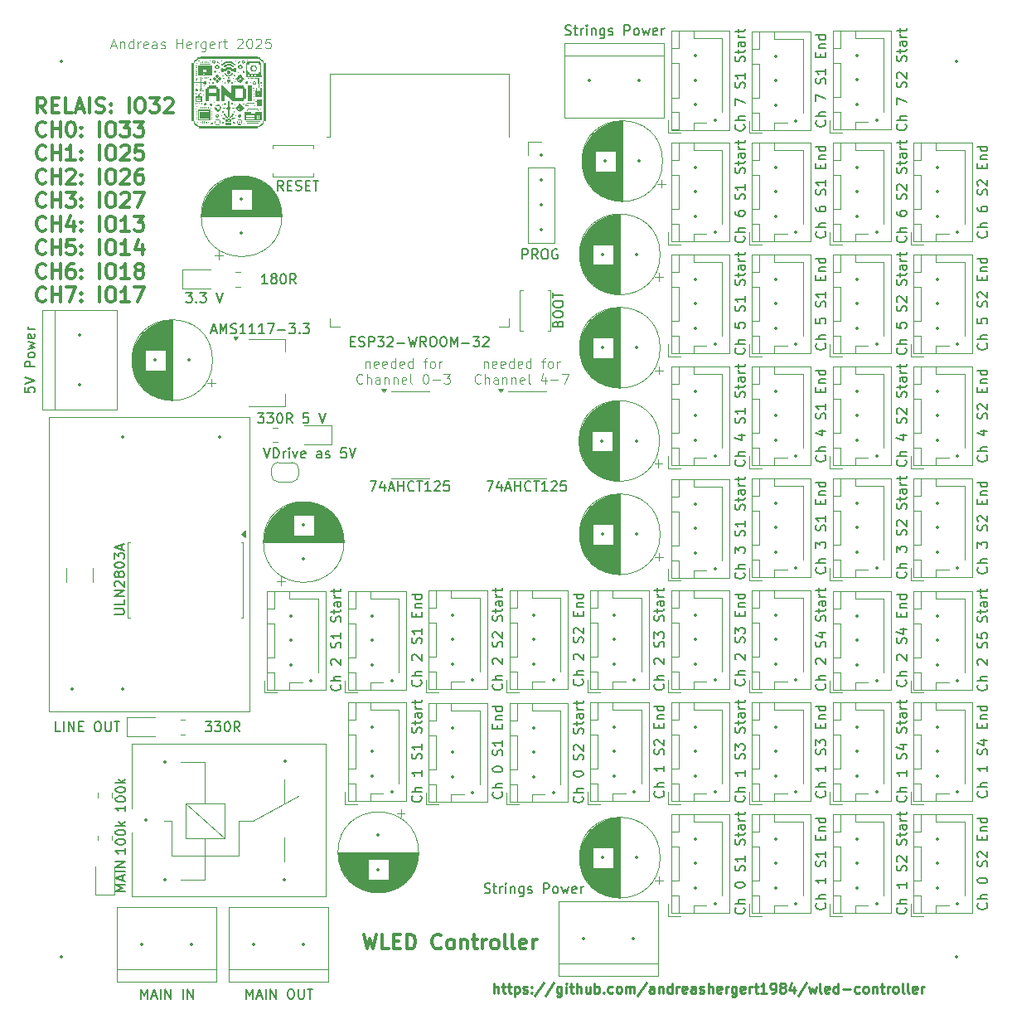
<source format=gto>
%TF.GenerationSoftware,KiCad,Pcbnew,8.0.9*%
%TF.CreationDate,2025-02-25T22:51:42+01:00*%
%TF.ProjectId,WLED Controller,574c4544-2043-46f6-9e74-726f6c6c6572,rev?*%
%TF.SameCoordinates,Original*%
%TF.FileFunction,Legend,Top*%
%TF.FilePolarity,Positive*%
%FSLAX46Y46*%
G04 Gerber Fmt 4.6, Leading zero omitted, Abs format (unit mm)*
G04 Created by KiCad (PCBNEW 8.0.9) date 2025-02-25 22:51:42*
%MOMM*%
%LPD*%
G01*
G04 APERTURE LIST*
%ADD10C,0.254000*%
%ADD11C,0.100000*%
%ADD12C,0.300000*%
%ADD13C,0.150000*%
%ADD14C,0.120000*%
%ADD15C,0.000000*%
%ADD16C,0.350000*%
G04 APERTURE END LIST*
D10*
X68354009Y-119242452D02*
X68354009Y-118226452D01*
X68789438Y-119242452D02*
X68789438Y-118710262D01*
X68789438Y-118710262D02*
X68741057Y-118613500D01*
X68741057Y-118613500D02*
X68644295Y-118565119D01*
X68644295Y-118565119D02*
X68499152Y-118565119D01*
X68499152Y-118565119D02*
X68402390Y-118613500D01*
X68402390Y-118613500D02*
X68354009Y-118661881D01*
X69128104Y-118565119D02*
X69515152Y-118565119D01*
X69273247Y-118226452D02*
X69273247Y-119097310D01*
X69273247Y-119097310D02*
X69321628Y-119194072D01*
X69321628Y-119194072D02*
X69418390Y-119242452D01*
X69418390Y-119242452D02*
X69515152Y-119242452D01*
X69708675Y-118565119D02*
X70095723Y-118565119D01*
X69853818Y-118226452D02*
X69853818Y-119097310D01*
X69853818Y-119097310D02*
X69902199Y-119194072D01*
X69902199Y-119194072D02*
X69998961Y-119242452D01*
X69998961Y-119242452D02*
X70095723Y-119242452D01*
X70434389Y-118565119D02*
X70434389Y-119581119D01*
X70434389Y-118613500D02*
X70531151Y-118565119D01*
X70531151Y-118565119D02*
X70724675Y-118565119D01*
X70724675Y-118565119D02*
X70821437Y-118613500D01*
X70821437Y-118613500D02*
X70869818Y-118661881D01*
X70869818Y-118661881D02*
X70918199Y-118758643D01*
X70918199Y-118758643D02*
X70918199Y-119048929D01*
X70918199Y-119048929D02*
X70869818Y-119145691D01*
X70869818Y-119145691D02*
X70821437Y-119194072D01*
X70821437Y-119194072D02*
X70724675Y-119242452D01*
X70724675Y-119242452D02*
X70531151Y-119242452D01*
X70531151Y-119242452D02*
X70434389Y-119194072D01*
X71305246Y-119194072D02*
X71402008Y-119242452D01*
X71402008Y-119242452D02*
X71595532Y-119242452D01*
X71595532Y-119242452D02*
X71692294Y-119194072D01*
X71692294Y-119194072D02*
X71740675Y-119097310D01*
X71740675Y-119097310D02*
X71740675Y-119048929D01*
X71740675Y-119048929D02*
X71692294Y-118952167D01*
X71692294Y-118952167D02*
X71595532Y-118903786D01*
X71595532Y-118903786D02*
X71450389Y-118903786D01*
X71450389Y-118903786D02*
X71353627Y-118855405D01*
X71353627Y-118855405D02*
X71305246Y-118758643D01*
X71305246Y-118758643D02*
X71305246Y-118710262D01*
X71305246Y-118710262D02*
X71353627Y-118613500D01*
X71353627Y-118613500D02*
X71450389Y-118565119D01*
X71450389Y-118565119D02*
X71595532Y-118565119D01*
X71595532Y-118565119D02*
X71692294Y-118613500D01*
X72176103Y-119145691D02*
X72224484Y-119194072D01*
X72224484Y-119194072D02*
X72176103Y-119242452D01*
X72176103Y-119242452D02*
X72127722Y-119194072D01*
X72127722Y-119194072D02*
X72176103Y-119145691D01*
X72176103Y-119145691D02*
X72176103Y-119242452D01*
X72176103Y-118613500D02*
X72224484Y-118661881D01*
X72224484Y-118661881D02*
X72176103Y-118710262D01*
X72176103Y-118710262D02*
X72127722Y-118661881D01*
X72127722Y-118661881D02*
X72176103Y-118613500D01*
X72176103Y-118613500D02*
X72176103Y-118710262D01*
X73385628Y-118178072D02*
X72514770Y-119484357D01*
X74450009Y-118178072D02*
X73579151Y-119484357D01*
X75224104Y-118565119D02*
X75224104Y-119387595D01*
X75224104Y-119387595D02*
X75175723Y-119484357D01*
X75175723Y-119484357D02*
X75127342Y-119532738D01*
X75127342Y-119532738D02*
X75030580Y-119581119D01*
X75030580Y-119581119D02*
X74885437Y-119581119D01*
X74885437Y-119581119D02*
X74788675Y-119532738D01*
X75224104Y-119194072D02*
X75127342Y-119242452D01*
X75127342Y-119242452D02*
X74933818Y-119242452D01*
X74933818Y-119242452D02*
X74837056Y-119194072D01*
X74837056Y-119194072D02*
X74788675Y-119145691D01*
X74788675Y-119145691D02*
X74740294Y-119048929D01*
X74740294Y-119048929D02*
X74740294Y-118758643D01*
X74740294Y-118758643D02*
X74788675Y-118661881D01*
X74788675Y-118661881D02*
X74837056Y-118613500D01*
X74837056Y-118613500D02*
X74933818Y-118565119D01*
X74933818Y-118565119D02*
X75127342Y-118565119D01*
X75127342Y-118565119D02*
X75224104Y-118613500D01*
X75707913Y-119242452D02*
X75707913Y-118565119D01*
X75707913Y-118226452D02*
X75659532Y-118274833D01*
X75659532Y-118274833D02*
X75707913Y-118323214D01*
X75707913Y-118323214D02*
X75756294Y-118274833D01*
X75756294Y-118274833D02*
X75707913Y-118226452D01*
X75707913Y-118226452D02*
X75707913Y-118323214D01*
X76046580Y-118565119D02*
X76433628Y-118565119D01*
X76191723Y-118226452D02*
X76191723Y-119097310D01*
X76191723Y-119097310D02*
X76240104Y-119194072D01*
X76240104Y-119194072D02*
X76336866Y-119242452D01*
X76336866Y-119242452D02*
X76433628Y-119242452D01*
X76772294Y-119242452D02*
X76772294Y-118226452D01*
X77207723Y-119242452D02*
X77207723Y-118710262D01*
X77207723Y-118710262D02*
X77159342Y-118613500D01*
X77159342Y-118613500D02*
X77062580Y-118565119D01*
X77062580Y-118565119D02*
X76917437Y-118565119D01*
X76917437Y-118565119D02*
X76820675Y-118613500D01*
X76820675Y-118613500D02*
X76772294Y-118661881D01*
X78126961Y-118565119D02*
X78126961Y-119242452D01*
X77691532Y-118565119D02*
X77691532Y-119097310D01*
X77691532Y-119097310D02*
X77739913Y-119194072D01*
X77739913Y-119194072D02*
X77836675Y-119242452D01*
X77836675Y-119242452D02*
X77981818Y-119242452D01*
X77981818Y-119242452D02*
X78078580Y-119194072D01*
X78078580Y-119194072D02*
X78126961Y-119145691D01*
X78610770Y-119242452D02*
X78610770Y-118226452D01*
X78610770Y-118613500D02*
X78707532Y-118565119D01*
X78707532Y-118565119D02*
X78901056Y-118565119D01*
X78901056Y-118565119D02*
X78997818Y-118613500D01*
X78997818Y-118613500D02*
X79046199Y-118661881D01*
X79046199Y-118661881D02*
X79094580Y-118758643D01*
X79094580Y-118758643D02*
X79094580Y-119048929D01*
X79094580Y-119048929D02*
X79046199Y-119145691D01*
X79046199Y-119145691D02*
X78997818Y-119194072D01*
X78997818Y-119194072D02*
X78901056Y-119242452D01*
X78901056Y-119242452D02*
X78707532Y-119242452D01*
X78707532Y-119242452D02*
X78610770Y-119194072D01*
X79530008Y-119145691D02*
X79578389Y-119194072D01*
X79578389Y-119194072D02*
X79530008Y-119242452D01*
X79530008Y-119242452D02*
X79481627Y-119194072D01*
X79481627Y-119194072D02*
X79530008Y-119145691D01*
X79530008Y-119145691D02*
X79530008Y-119242452D01*
X80449247Y-119194072D02*
X80352485Y-119242452D01*
X80352485Y-119242452D02*
X80158961Y-119242452D01*
X80158961Y-119242452D02*
X80062199Y-119194072D01*
X80062199Y-119194072D02*
X80013818Y-119145691D01*
X80013818Y-119145691D02*
X79965437Y-119048929D01*
X79965437Y-119048929D02*
X79965437Y-118758643D01*
X79965437Y-118758643D02*
X80013818Y-118661881D01*
X80013818Y-118661881D02*
X80062199Y-118613500D01*
X80062199Y-118613500D02*
X80158961Y-118565119D01*
X80158961Y-118565119D02*
X80352485Y-118565119D01*
X80352485Y-118565119D02*
X80449247Y-118613500D01*
X81029818Y-119242452D02*
X80933056Y-119194072D01*
X80933056Y-119194072D02*
X80884675Y-119145691D01*
X80884675Y-119145691D02*
X80836294Y-119048929D01*
X80836294Y-119048929D02*
X80836294Y-118758643D01*
X80836294Y-118758643D02*
X80884675Y-118661881D01*
X80884675Y-118661881D02*
X80933056Y-118613500D01*
X80933056Y-118613500D02*
X81029818Y-118565119D01*
X81029818Y-118565119D02*
X81174961Y-118565119D01*
X81174961Y-118565119D02*
X81271723Y-118613500D01*
X81271723Y-118613500D02*
X81320104Y-118661881D01*
X81320104Y-118661881D02*
X81368485Y-118758643D01*
X81368485Y-118758643D02*
X81368485Y-119048929D01*
X81368485Y-119048929D02*
X81320104Y-119145691D01*
X81320104Y-119145691D02*
X81271723Y-119194072D01*
X81271723Y-119194072D02*
X81174961Y-119242452D01*
X81174961Y-119242452D02*
X81029818Y-119242452D01*
X81803913Y-119242452D02*
X81803913Y-118565119D01*
X81803913Y-118661881D02*
X81852294Y-118613500D01*
X81852294Y-118613500D02*
X81949056Y-118565119D01*
X81949056Y-118565119D02*
X82094199Y-118565119D01*
X82094199Y-118565119D02*
X82190961Y-118613500D01*
X82190961Y-118613500D02*
X82239342Y-118710262D01*
X82239342Y-118710262D02*
X82239342Y-119242452D01*
X82239342Y-118710262D02*
X82287723Y-118613500D01*
X82287723Y-118613500D02*
X82384485Y-118565119D01*
X82384485Y-118565119D02*
X82529628Y-118565119D01*
X82529628Y-118565119D02*
X82626389Y-118613500D01*
X82626389Y-118613500D02*
X82674770Y-118710262D01*
X82674770Y-118710262D02*
X82674770Y-119242452D01*
X83884295Y-118178072D02*
X83013437Y-119484357D01*
X84658390Y-119242452D02*
X84658390Y-118710262D01*
X84658390Y-118710262D02*
X84610009Y-118613500D01*
X84610009Y-118613500D02*
X84513247Y-118565119D01*
X84513247Y-118565119D02*
X84319723Y-118565119D01*
X84319723Y-118565119D02*
X84222961Y-118613500D01*
X84658390Y-119194072D02*
X84561628Y-119242452D01*
X84561628Y-119242452D02*
X84319723Y-119242452D01*
X84319723Y-119242452D02*
X84222961Y-119194072D01*
X84222961Y-119194072D02*
X84174580Y-119097310D01*
X84174580Y-119097310D02*
X84174580Y-119000548D01*
X84174580Y-119000548D02*
X84222961Y-118903786D01*
X84222961Y-118903786D02*
X84319723Y-118855405D01*
X84319723Y-118855405D02*
X84561628Y-118855405D01*
X84561628Y-118855405D02*
X84658390Y-118807024D01*
X85142199Y-118565119D02*
X85142199Y-119242452D01*
X85142199Y-118661881D02*
X85190580Y-118613500D01*
X85190580Y-118613500D02*
X85287342Y-118565119D01*
X85287342Y-118565119D02*
X85432485Y-118565119D01*
X85432485Y-118565119D02*
X85529247Y-118613500D01*
X85529247Y-118613500D02*
X85577628Y-118710262D01*
X85577628Y-118710262D02*
X85577628Y-119242452D01*
X86496866Y-119242452D02*
X86496866Y-118226452D01*
X86496866Y-119194072D02*
X86400104Y-119242452D01*
X86400104Y-119242452D02*
X86206580Y-119242452D01*
X86206580Y-119242452D02*
X86109818Y-119194072D01*
X86109818Y-119194072D02*
X86061437Y-119145691D01*
X86061437Y-119145691D02*
X86013056Y-119048929D01*
X86013056Y-119048929D02*
X86013056Y-118758643D01*
X86013056Y-118758643D02*
X86061437Y-118661881D01*
X86061437Y-118661881D02*
X86109818Y-118613500D01*
X86109818Y-118613500D02*
X86206580Y-118565119D01*
X86206580Y-118565119D02*
X86400104Y-118565119D01*
X86400104Y-118565119D02*
X86496866Y-118613500D01*
X86980675Y-119242452D02*
X86980675Y-118565119D01*
X86980675Y-118758643D02*
X87029056Y-118661881D01*
X87029056Y-118661881D02*
X87077437Y-118613500D01*
X87077437Y-118613500D02*
X87174199Y-118565119D01*
X87174199Y-118565119D02*
X87270961Y-118565119D01*
X87996675Y-119194072D02*
X87899913Y-119242452D01*
X87899913Y-119242452D02*
X87706389Y-119242452D01*
X87706389Y-119242452D02*
X87609627Y-119194072D01*
X87609627Y-119194072D02*
X87561246Y-119097310D01*
X87561246Y-119097310D02*
X87561246Y-118710262D01*
X87561246Y-118710262D02*
X87609627Y-118613500D01*
X87609627Y-118613500D02*
X87706389Y-118565119D01*
X87706389Y-118565119D02*
X87899913Y-118565119D01*
X87899913Y-118565119D02*
X87996675Y-118613500D01*
X87996675Y-118613500D02*
X88045056Y-118710262D01*
X88045056Y-118710262D02*
X88045056Y-118807024D01*
X88045056Y-118807024D02*
X87561246Y-118903786D01*
X88915913Y-119242452D02*
X88915913Y-118710262D01*
X88915913Y-118710262D02*
X88867532Y-118613500D01*
X88867532Y-118613500D02*
X88770770Y-118565119D01*
X88770770Y-118565119D02*
X88577246Y-118565119D01*
X88577246Y-118565119D02*
X88480484Y-118613500D01*
X88915913Y-119194072D02*
X88819151Y-119242452D01*
X88819151Y-119242452D02*
X88577246Y-119242452D01*
X88577246Y-119242452D02*
X88480484Y-119194072D01*
X88480484Y-119194072D02*
X88432103Y-119097310D01*
X88432103Y-119097310D02*
X88432103Y-119000548D01*
X88432103Y-119000548D02*
X88480484Y-118903786D01*
X88480484Y-118903786D02*
X88577246Y-118855405D01*
X88577246Y-118855405D02*
X88819151Y-118855405D01*
X88819151Y-118855405D02*
X88915913Y-118807024D01*
X89351341Y-119194072D02*
X89448103Y-119242452D01*
X89448103Y-119242452D02*
X89641627Y-119242452D01*
X89641627Y-119242452D02*
X89738389Y-119194072D01*
X89738389Y-119194072D02*
X89786770Y-119097310D01*
X89786770Y-119097310D02*
X89786770Y-119048929D01*
X89786770Y-119048929D02*
X89738389Y-118952167D01*
X89738389Y-118952167D02*
X89641627Y-118903786D01*
X89641627Y-118903786D02*
X89496484Y-118903786D01*
X89496484Y-118903786D02*
X89399722Y-118855405D01*
X89399722Y-118855405D02*
X89351341Y-118758643D01*
X89351341Y-118758643D02*
X89351341Y-118710262D01*
X89351341Y-118710262D02*
X89399722Y-118613500D01*
X89399722Y-118613500D02*
X89496484Y-118565119D01*
X89496484Y-118565119D02*
X89641627Y-118565119D01*
X89641627Y-118565119D02*
X89738389Y-118613500D01*
X90222198Y-119242452D02*
X90222198Y-118226452D01*
X90657627Y-119242452D02*
X90657627Y-118710262D01*
X90657627Y-118710262D02*
X90609246Y-118613500D01*
X90609246Y-118613500D02*
X90512484Y-118565119D01*
X90512484Y-118565119D02*
X90367341Y-118565119D01*
X90367341Y-118565119D02*
X90270579Y-118613500D01*
X90270579Y-118613500D02*
X90222198Y-118661881D01*
X91528484Y-119194072D02*
X91431722Y-119242452D01*
X91431722Y-119242452D02*
X91238198Y-119242452D01*
X91238198Y-119242452D02*
X91141436Y-119194072D01*
X91141436Y-119194072D02*
X91093055Y-119097310D01*
X91093055Y-119097310D02*
X91093055Y-118710262D01*
X91093055Y-118710262D02*
X91141436Y-118613500D01*
X91141436Y-118613500D02*
X91238198Y-118565119D01*
X91238198Y-118565119D02*
X91431722Y-118565119D01*
X91431722Y-118565119D02*
X91528484Y-118613500D01*
X91528484Y-118613500D02*
X91576865Y-118710262D01*
X91576865Y-118710262D02*
X91576865Y-118807024D01*
X91576865Y-118807024D02*
X91093055Y-118903786D01*
X92012293Y-119242452D02*
X92012293Y-118565119D01*
X92012293Y-118758643D02*
X92060674Y-118661881D01*
X92060674Y-118661881D02*
X92109055Y-118613500D01*
X92109055Y-118613500D02*
X92205817Y-118565119D01*
X92205817Y-118565119D02*
X92302579Y-118565119D01*
X93076674Y-118565119D02*
X93076674Y-119387595D01*
X93076674Y-119387595D02*
X93028293Y-119484357D01*
X93028293Y-119484357D02*
X92979912Y-119532738D01*
X92979912Y-119532738D02*
X92883150Y-119581119D01*
X92883150Y-119581119D02*
X92738007Y-119581119D01*
X92738007Y-119581119D02*
X92641245Y-119532738D01*
X93076674Y-119194072D02*
X92979912Y-119242452D01*
X92979912Y-119242452D02*
X92786388Y-119242452D01*
X92786388Y-119242452D02*
X92689626Y-119194072D01*
X92689626Y-119194072D02*
X92641245Y-119145691D01*
X92641245Y-119145691D02*
X92592864Y-119048929D01*
X92592864Y-119048929D02*
X92592864Y-118758643D01*
X92592864Y-118758643D02*
X92641245Y-118661881D01*
X92641245Y-118661881D02*
X92689626Y-118613500D01*
X92689626Y-118613500D02*
X92786388Y-118565119D01*
X92786388Y-118565119D02*
X92979912Y-118565119D01*
X92979912Y-118565119D02*
X93076674Y-118613500D01*
X93947531Y-119194072D02*
X93850769Y-119242452D01*
X93850769Y-119242452D02*
X93657245Y-119242452D01*
X93657245Y-119242452D02*
X93560483Y-119194072D01*
X93560483Y-119194072D02*
X93512102Y-119097310D01*
X93512102Y-119097310D02*
X93512102Y-118710262D01*
X93512102Y-118710262D02*
X93560483Y-118613500D01*
X93560483Y-118613500D02*
X93657245Y-118565119D01*
X93657245Y-118565119D02*
X93850769Y-118565119D01*
X93850769Y-118565119D02*
X93947531Y-118613500D01*
X93947531Y-118613500D02*
X93995912Y-118710262D01*
X93995912Y-118710262D02*
X93995912Y-118807024D01*
X93995912Y-118807024D02*
X93512102Y-118903786D01*
X94431340Y-119242452D02*
X94431340Y-118565119D01*
X94431340Y-118758643D02*
X94479721Y-118661881D01*
X94479721Y-118661881D02*
X94528102Y-118613500D01*
X94528102Y-118613500D02*
X94624864Y-118565119D01*
X94624864Y-118565119D02*
X94721626Y-118565119D01*
X94915149Y-118565119D02*
X95302197Y-118565119D01*
X95060292Y-118226452D02*
X95060292Y-119097310D01*
X95060292Y-119097310D02*
X95108673Y-119194072D01*
X95108673Y-119194072D02*
X95205435Y-119242452D01*
X95205435Y-119242452D02*
X95302197Y-119242452D01*
X96173054Y-119242452D02*
X95592482Y-119242452D01*
X95882768Y-119242452D02*
X95882768Y-118226452D01*
X95882768Y-118226452D02*
X95786006Y-118371595D01*
X95786006Y-118371595D02*
X95689244Y-118468357D01*
X95689244Y-118468357D02*
X95592482Y-118516738D01*
X96656863Y-119242452D02*
X96850387Y-119242452D01*
X96850387Y-119242452D02*
X96947149Y-119194072D01*
X96947149Y-119194072D02*
X96995530Y-119145691D01*
X96995530Y-119145691D02*
X97092292Y-119000548D01*
X97092292Y-119000548D02*
X97140673Y-118807024D01*
X97140673Y-118807024D02*
X97140673Y-118419976D01*
X97140673Y-118419976D02*
X97092292Y-118323214D01*
X97092292Y-118323214D02*
X97043911Y-118274833D01*
X97043911Y-118274833D02*
X96947149Y-118226452D01*
X96947149Y-118226452D02*
X96753625Y-118226452D01*
X96753625Y-118226452D02*
X96656863Y-118274833D01*
X96656863Y-118274833D02*
X96608482Y-118323214D01*
X96608482Y-118323214D02*
X96560101Y-118419976D01*
X96560101Y-118419976D02*
X96560101Y-118661881D01*
X96560101Y-118661881D02*
X96608482Y-118758643D01*
X96608482Y-118758643D02*
X96656863Y-118807024D01*
X96656863Y-118807024D02*
X96753625Y-118855405D01*
X96753625Y-118855405D02*
X96947149Y-118855405D01*
X96947149Y-118855405D02*
X97043911Y-118807024D01*
X97043911Y-118807024D02*
X97092292Y-118758643D01*
X97092292Y-118758643D02*
X97140673Y-118661881D01*
X97721244Y-118661881D02*
X97624482Y-118613500D01*
X97624482Y-118613500D02*
X97576101Y-118565119D01*
X97576101Y-118565119D02*
X97527720Y-118468357D01*
X97527720Y-118468357D02*
X97527720Y-118419976D01*
X97527720Y-118419976D02*
X97576101Y-118323214D01*
X97576101Y-118323214D02*
X97624482Y-118274833D01*
X97624482Y-118274833D02*
X97721244Y-118226452D01*
X97721244Y-118226452D02*
X97914768Y-118226452D01*
X97914768Y-118226452D02*
X98011530Y-118274833D01*
X98011530Y-118274833D02*
X98059911Y-118323214D01*
X98059911Y-118323214D02*
X98108292Y-118419976D01*
X98108292Y-118419976D02*
X98108292Y-118468357D01*
X98108292Y-118468357D02*
X98059911Y-118565119D01*
X98059911Y-118565119D02*
X98011530Y-118613500D01*
X98011530Y-118613500D02*
X97914768Y-118661881D01*
X97914768Y-118661881D02*
X97721244Y-118661881D01*
X97721244Y-118661881D02*
X97624482Y-118710262D01*
X97624482Y-118710262D02*
X97576101Y-118758643D01*
X97576101Y-118758643D02*
X97527720Y-118855405D01*
X97527720Y-118855405D02*
X97527720Y-119048929D01*
X97527720Y-119048929D02*
X97576101Y-119145691D01*
X97576101Y-119145691D02*
X97624482Y-119194072D01*
X97624482Y-119194072D02*
X97721244Y-119242452D01*
X97721244Y-119242452D02*
X97914768Y-119242452D01*
X97914768Y-119242452D02*
X98011530Y-119194072D01*
X98011530Y-119194072D02*
X98059911Y-119145691D01*
X98059911Y-119145691D02*
X98108292Y-119048929D01*
X98108292Y-119048929D02*
X98108292Y-118855405D01*
X98108292Y-118855405D02*
X98059911Y-118758643D01*
X98059911Y-118758643D02*
X98011530Y-118710262D01*
X98011530Y-118710262D02*
X97914768Y-118661881D01*
X98979149Y-118565119D02*
X98979149Y-119242452D01*
X98737244Y-118178072D02*
X98495339Y-118903786D01*
X98495339Y-118903786D02*
X99124292Y-118903786D01*
X100237054Y-118178072D02*
X99366196Y-119484357D01*
X100478958Y-118565119D02*
X100672482Y-119242452D01*
X100672482Y-119242452D02*
X100866006Y-118758643D01*
X100866006Y-118758643D02*
X101059530Y-119242452D01*
X101059530Y-119242452D02*
X101253054Y-118565119D01*
X101785244Y-119242452D02*
X101688482Y-119194072D01*
X101688482Y-119194072D02*
X101640101Y-119097310D01*
X101640101Y-119097310D02*
X101640101Y-118226452D01*
X102559339Y-119194072D02*
X102462577Y-119242452D01*
X102462577Y-119242452D02*
X102269053Y-119242452D01*
X102269053Y-119242452D02*
X102172291Y-119194072D01*
X102172291Y-119194072D02*
X102123910Y-119097310D01*
X102123910Y-119097310D02*
X102123910Y-118710262D01*
X102123910Y-118710262D02*
X102172291Y-118613500D01*
X102172291Y-118613500D02*
X102269053Y-118565119D01*
X102269053Y-118565119D02*
X102462577Y-118565119D01*
X102462577Y-118565119D02*
X102559339Y-118613500D01*
X102559339Y-118613500D02*
X102607720Y-118710262D01*
X102607720Y-118710262D02*
X102607720Y-118807024D01*
X102607720Y-118807024D02*
X102123910Y-118903786D01*
X103478577Y-119242452D02*
X103478577Y-118226452D01*
X103478577Y-119194072D02*
X103381815Y-119242452D01*
X103381815Y-119242452D02*
X103188291Y-119242452D01*
X103188291Y-119242452D02*
X103091529Y-119194072D01*
X103091529Y-119194072D02*
X103043148Y-119145691D01*
X103043148Y-119145691D02*
X102994767Y-119048929D01*
X102994767Y-119048929D02*
X102994767Y-118758643D01*
X102994767Y-118758643D02*
X103043148Y-118661881D01*
X103043148Y-118661881D02*
X103091529Y-118613500D01*
X103091529Y-118613500D02*
X103188291Y-118565119D01*
X103188291Y-118565119D02*
X103381815Y-118565119D01*
X103381815Y-118565119D02*
X103478577Y-118613500D01*
X103962386Y-118855405D02*
X104736482Y-118855405D01*
X105655720Y-119194072D02*
X105558958Y-119242452D01*
X105558958Y-119242452D02*
X105365434Y-119242452D01*
X105365434Y-119242452D02*
X105268672Y-119194072D01*
X105268672Y-119194072D02*
X105220291Y-119145691D01*
X105220291Y-119145691D02*
X105171910Y-119048929D01*
X105171910Y-119048929D02*
X105171910Y-118758643D01*
X105171910Y-118758643D02*
X105220291Y-118661881D01*
X105220291Y-118661881D02*
X105268672Y-118613500D01*
X105268672Y-118613500D02*
X105365434Y-118565119D01*
X105365434Y-118565119D02*
X105558958Y-118565119D01*
X105558958Y-118565119D02*
X105655720Y-118613500D01*
X106236291Y-119242452D02*
X106139529Y-119194072D01*
X106139529Y-119194072D02*
X106091148Y-119145691D01*
X106091148Y-119145691D02*
X106042767Y-119048929D01*
X106042767Y-119048929D02*
X106042767Y-118758643D01*
X106042767Y-118758643D02*
X106091148Y-118661881D01*
X106091148Y-118661881D02*
X106139529Y-118613500D01*
X106139529Y-118613500D02*
X106236291Y-118565119D01*
X106236291Y-118565119D02*
X106381434Y-118565119D01*
X106381434Y-118565119D02*
X106478196Y-118613500D01*
X106478196Y-118613500D02*
X106526577Y-118661881D01*
X106526577Y-118661881D02*
X106574958Y-118758643D01*
X106574958Y-118758643D02*
X106574958Y-119048929D01*
X106574958Y-119048929D02*
X106526577Y-119145691D01*
X106526577Y-119145691D02*
X106478196Y-119194072D01*
X106478196Y-119194072D02*
X106381434Y-119242452D01*
X106381434Y-119242452D02*
X106236291Y-119242452D01*
X107010386Y-118565119D02*
X107010386Y-119242452D01*
X107010386Y-118661881D02*
X107058767Y-118613500D01*
X107058767Y-118613500D02*
X107155529Y-118565119D01*
X107155529Y-118565119D02*
X107300672Y-118565119D01*
X107300672Y-118565119D02*
X107397434Y-118613500D01*
X107397434Y-118613500D02*
X107445815Y-118710262D01*
X107445815Y-118710262D02*
X107445815Y-119242452D01*
X107784481Y-118565119D02*
X108171529Y-118565119D01*
X107929624Y-118226452D02*
X107929624Y-119097310D01*
X107929624Y-119097310D02*
X107978005Y-119194072D01*
X107978005Y-119194072D02*
X108074767Y-119242452D01*
X108074767Y-119242452D02*
X108171529Y-119242452D01*
X108510195Y-119242452D02*
X108510195Y-118565119D01*
X108510195Y-118758643D02*
X108558576Y-118661881D01*
X108558576Y-118661881D02*
X108606957Y-118613500D01*
X108606957Y-118613500D02*
X108703719Y-118565119D01*
X108703719Y-118565119D02*
X108800481Y-118565119D01*
X109284290Y-119242452D02*
X109187528Y-119194072D01*
X109187528Y-119194072D02*
X109139147Y-119145691D01*
X109139147Y-119145691D02*
X109090766Y-119048929D01*
X109090766Y-119048929D02*
X109090766Y-118758643D01*
X109090766Y-118758643D02*
X109139147Y-118661881D01*
X109139147Y-118661881D02*
X109187528Y-118613500D01*
X109187528Y-118613500D02*
X109284290Y-118565119D01*
X109284290Y-118565119D02*
X109429433Y-118565119D01*
X109429433Y-118565119D02*
X109526195Y-118613500D01*
X109526195Y-118613500D02*
X109574576Y-118661881D01*
X109574576Y-118661881D02*
X109622957Y-118758643D01*
X109622957Y-118758643D02*
X109622957Y-119048929D01*
X109622957Y-119048929D02*
X109574576Y-119145691D01*
X109574576Y-119145691D02*
X109526195Y-119194072D01*
X109526195Y-119194072D02*
X109429433Y-119242452D01*
X109429433Y-119242452D02*
X109284290Y-119242452D01*
X110203528Y-119242452D02*
X110106766Y-119194072D01*
X110106766Y-119194072D02*
X110058385Y-119097310D01*
X110058385Y-119097310D02*
X110058385Y-118226452D01*
X110735718Y-119242452D02*
X110638956Y-119194072D01*
X110638956Y-119194072D02*
X110590575Y-119097310D01*
X110590575Y-119097310D02*
X110590575Y-118226452D01*
X111509813Y-119194072D02*
X111413051Y-119242452D01*
X111413051Y-119242452D02*
X111219527Y-119242452D01*
X111219527Y-119242452D02*
X111122765Y-119194072D01*
X111122765Y-119194072D02*
X111074384Y-119097310D01*
X111074384Y-119097310D02*
X111074384Y-118710262D01*
X111074384Y-118710262D02*
X111122765Y-118613500D01*
X111122765Y-118613500D02*
X111219527Y-118565119D01*
X111219527Y-118565119D02*
X111413051Y-118565119D01*
X111413051Y-118565119D02*
X111509813Y-118613500D01*
X111509813Y-118613500D02*
X111558194Y-118710262D01*
X111558194Y-118710262D02*
X111558194Y-118807024D01*
X111558194Y-118807024D02*
X111074384Y-118903786D01*
X111993622Y-119242452D02*
X111993622Y-118565119D01*
X111993622Y-118758643D02*
X112042003Y-118661881D01*
X112042003Y-118661881D02*
X112090384Y-118613500D01*
X112090384Y-118613500D02*
X112187146Y-118565119D01*
X112187146Y-118565119D02*
X112283908Y-118565119D01*
D11*
X55221666Y-54745808D02*
X55221666Y-55412475D01*
X55221666Y-54841046D02*
X55269285Y-54793427D01*
X55269285Y-54793427D02*
X55364523Y-54745808D01*
X55364523Y-54745808D02*
X55507380Y-54745808D01*
X55507380Y-54745808D02*
X55602618Y-54793427D01*
X55602618Y-54793427D02*
X55650237Y-54888665D01*
X55650237Y-54888665D02*
X55650237Y-55412475D01*
X56507380Y-55364856D02*
X56412142Y-55412475D01*
X56412142Y-55412475D02*
X56221666Y-55412475D01*
X56221666Y-55412475D02*
X56126428Y-55364856D01*
X56126428Y-55364856D02*
X56078809Y-55269617D01*
X56078809Y-55269617D02*
X56078809Y-54888665D01*
X56078809Y-54888665D02*
X56126428Y-54793427D01*
X56126428Y-54793427D02*
X56221666Y-54745808D01*
X56221666Y-54745808D02*
X56412142Y-54745808D01*
X56412142Y-54745808D02*
X56507380Y-54793427D01*
X56507380Y-54793427D02*
X56554999Y-54888665D01*
X56554999Y-54888665D02*
X56554999Y-54983903D01*
X56554999Y-54983903D02*
X56078809Y-55079141D01*
X57364523Y-55364856D02*
X57269285Y-55412475D01*
X57269285Y-55412475D02*
X57078809Y-55412475D01*
X57078809Y-55412475D02*
X56983571Y-55364856D01*
X56983571Y-55364856D02*
X56935952Y-55269617D01*
X56935952Y-55269617D02*
X56935952Y-54888665D01*
X56935952Y-54888665D02*
X56983571Y-54793427D01*
X56983571Y-54793427D02*
X57078809Y-54745808D01*
X57078809Y-54745808D02*
X57269285Y-54745808D01*
X57269285Y-54745808D02*
X57364523Y-54793427D01*
X57364523Y-54793427D02*
X57412142Y-54888665D01*
X57412142Y-54888665D02*
X57412142Y-54983903D01*
X57412142Y-54983903D02*
X56935952Y-55079141D01*
X58269285Y-55412475D02*
X58269285Y-54412475D01*
X58269285Y-55364856D02*
X58174047Y-55412475D01*
X58174047Y-55412475D02*
X57983571Y-55412475D01*
X57983571Y-55412475D02*
X57888333Y-55364856D01*
X57888333Y-55364856D02*
X57840714Y-55317236D01*
X57840714Y-55317236D02*
X57793095Y-55221998D01*
X57793095Y-55221998D02*
X57793095Y-54936284D01*
X57793095Y-54936284D02*
X57840714Y-54841046D01*
X57840714Y-54841046D02*
X57888333Y-54793427D01*
X57888333Y-54793427D02*
X57983571Y-54745808D01*
X57983571Y-54745808D02*
X58174047Y-54745808D01*
X58174047Y-54745808D02*
X58269285Y-54793427D01*
X59126428Y-55364856D02*
X59031190Y-55412475D01*
X59031190Y-55412475D02*
X58840714Y-55412475D01*
X58840714Y-55412475D02*
X58745476Y-55364856D01*
X58745476Y-55364856D02*
X58697857Y-55269617D01*
X58697857Y-55269617D02*
X58697857Y-54888665D01*
X58697857Y-54888665D02*
X58745476Y-54793427D01*
X58745476Y-54793427D02*
X58840714Y-54745808D01*
X58840714Y-54745808D02*
X59031190Y-54745808D01*
X59031190Y-54745808D02*
X59126428Y-54793427D01*
X59126428Y-54793427D02*
X59174047Y-54888665D01*
X59174047Y-54888665D02*
X59174047Y-54983903D01*
X59174047Y-54983903D02*
X58697857Y-55079141D01*
X60031190Y-55412475D02*
X60031190Y-54412475D01*
X60031190Y-55364856D02*
X59935952Y-55412475D01*
X59935952Y-55412475D02*
X59745476Y-55412475D01*
X59745476Y-55412475D02*
X59650238Y-55364856D01*
X59650238Y-55364856D02*
X59602619Y-55317236D01*
X59602619Y-55317236D02*
X59555000Y-55221998D01*
X59555000Y-55221998D02*
X59555000Y-54936284D01*
X59555000Y-54936284D02*
X59602619Y-54841046D01*
X59602619Y-54841046D02*
X59650238Y-54793427D01*
X59650238Y-54793427D02*
X59745476Y-54745808D01*
X59745476Y-54745808D02*
X59935952Y-54745808D01*
X59935952Y-54745808D02*
X60031190Y-54793427D01*
X61126429Y-54745808D02*
X61507381Y-54745808D01*
X61269286Y-55412475D02*
X61269286Y-54555332D01*
X61269286Y-54555332D02*
X61316905Y-54460094D01*
X61316905Y-54460094D02*
X61412143Y-54412475D01*
X61412143Y-54412475D02*
X61507381Y-54412475D01*
X61983572Y-55412475D02*
X61888334Y-55364856D01*
X61888334Y-55364856D02*
X61840715Y-55317236D01*
X61840715Y-55317236D02*
X61793096Y-55221998D01*
X61793096Y-55221998D02*
X61793096Y-54936284D01*
X61793096Y-54936284D02*
X61840715Y-54841046D01*
X61840715Y-54841046D02*
X61888334Y-54793427D01*
X61888334Y-54793427D02*
X61983572Y-54745808D01*
X61983572Y-54745808D02*
X62126429Y-54745808D01*
X62126429Y-54745808D02*
X62221667Y-54793427D01*
X62221667Y-54793427D02*
X62269286Y-54841046D01*
X62269286Y-54841046D02*
X62316905Y-54936284D01*
X62316905Y-54936284D02*
X62316905Y-55221998D01*
X62316905Y-55221998D02*
X62269286Y-55317236D01*
X62269286Y-55317236D02*
X62221667Y-55364856D01*
X62221667Y-55364856D02*
X62126429Y-55412475D01*
X62126429Y-55412475D02*
X61983572Y-55412475D01*
X62745477Y-55412475D02*
X62745477Y-54745808D01*
X62745477Y-54936284D02*
X62793096Y-54841046D01*
X62793096Y-54841046D02*
X62840715Y-54793427D01*
X62840715Y-54793427D02*
X62935953Y-54745808D01*
X62935953Y-54745808D02*
X63031191Y-54745808D01*
X54912142Y-56927180D02*
X54864523Y-56974800D01*
X54864523Y-56974800D02*
X54721666Y-57022419D01*
X54721666Y-57022419D02*
X54626428Y-57022419D01*
X54626428Y-57022419D02*
X54483571Y-56974800D01*
X54483571Y-56974800D02*
X54388333Y-56879561D01*
X54388333Y-56879561D02*
X54340714Y-56784323D01*
X54340714Y-56784323D02*
X54293095Y-56593847D01*
X54293095Y-56593847D02*
X54293095Y-56450990D01*
X54293095Y-56450990D02*
X54340714Y-56260514D01*
X54340714Y-56260514D02*
X54388333Y-56165276D01*
X54388333Y-56165276D02*
X54483571Y-56070038D01*
X54483571Y-56070038D02*
X54626428Y-56022419D01*
X54626428Y-56022419D02*
X54721666Y-56022419D01*
X54721666Y-56022419D02*
X54864523Y-56070038D01*
X54864523Y-56070038D02*
X54912142Y-56117657D01*
X55340714Y-57022419D02*
X55340714Y-56022419D01*
X55769285Y-57022419D02*
X55769285Y-56498609D01*
X55769285Y-56498609D02*
X55721666Y-56403371D01*
X55721666Y-56403371D02*
X55626428Y-56355752D01*
X55626428Y-56355752D02*
X55483571Y-56355752D01*
X55483571Y-56355752D02*
X55388333Y-56403371D01*
X55388333Y-56403371D02*
X55340714Y-56450990D01*
X56674047Y-57022419D02*
X56674047Y-56498609D01*
X56674047Y-56498609D02*
X56626428Y-56403371D01*
X56626428Y-56403371D02*
X56531190Y-56355752D01*
X56531190Y-56355752D02*
X56340714Y-56355752D01*
X56340714Y-56355752D02*
X56245476Y-56403371D01*
X56674047Y-56974800D02*
X56578809Y-57022419D01*
X56578809Y-57022419D02*
X56340714Y-57022419D01*
X56340714Y-57022419D02*
X56245476Y-56974800D01*
X56245476Y-56974800D02*
X56197857Y-56879561D01*
X56197857Y-56879561D02*
X56197857Y-56784323D01*
X56197857Y-56784323D02*
X56245476Y-56689085D01*
X56245476Y-56689085D02*
X56340714Y-56641466D01*
X56340714Y-56641466D02*
X56578809Y-56641466D01*
X56578809Y-56641466D02*
X56674047Y-56593847D01*
X57150238Y-56355752D02*
X57150238Y-57022419D01*
X57150238Y-56450990D02*
X57197857Y-56403371D01*
X57197857Y-56403371D02*
X57293095Y-56355752D01*
X57293095Y-56355752D02*
X57435952Y-56355752D01*
X57435952Y-56355752D02*
X57531190Y-56403371D01*
X57531190Y-56403371D02*
X57578809Y-56498609D01*
X57578809Y-56498609D02*
X57578809Y-57022419D01*
X58055000Y-56355752D02*
X58055000Y-57022419D01*
X58055000Y-56450990D02*
X58102619Y-56403371D01*
X58102619Y-56403371D02*
X58197857Y-56355752D01*
X58197857Y-56355752D02*
X58340714Y-56355752D01*
X58340714Y-56355752D02*
X58435952Y-56403371D01*
X58435952Y-56403371D02*
X58483571Y-56498609D01*
X58483571Y-56498609D02*
X58483571Y-57022419D01*
X59340714Y-56974800D02*
X59245476Y-57022419D01*
X59245476Y-57022419D02*
X59055000Y-57022419D01*
X59055000Y-57022419D02*
X58959762Y-56974800D01*
X58959762Y-56974800D02*
X58912143Y-56879561D01*
X58912143Y-56879561D02*
X58912143Y-56498609D01*
X58912143Y-56498609D02*
X58959762Y-56403371D01*
X58959762Y-56403371D02*
X59055000Y-56355752D01*
X59055000Y-56355752D02*
X59245476Y-56355752D01*
X59245476Y-56355752D02*
X59340714Y-56403371D01*
X59340714Y-56403371D02*
X59388333Y-56498609D01*
X59388333Y-56498609D02*
X59388333Y-56593847D01*
X59388333Y-56593847D02*
X58912143Y-56689085D01*
X59959762Y-57022419D02*
X59864524Y-56974800D01*
X59864524Y-56974800D02*
X59816905Y-56879561D01*
X59816905Y-56879561D02*
X59816905Y-56022419D01*
X61293096Y-56022419D02*
X61388334Y-56022419D01*
X61388334Y-56022419D02*
X61483572Y-56070038D01*
X61483572Y-56070038D02*
X61531191Y-56117657D01*
X61531191Y-56117657D02*
X61578810Y-56212895D01*
X61578810Y-56212895D02*
X61626429Y-56403371D01*
X61626429Y-56403371D02*
X61626429Y-56641466D01*
X61626429Y-56641466D02*
X61578810Y-56831942D01*
X61578810Y-56831942D02*
X61531191Y-56927180D01*
X61531191Y-56927180D02*
X61483572Y-56974800D01*
X61483572Y-56974800D02*
X61388334Y-57022419D01*
X61388334Y-57022419D02*
X61293096Y-57022419D01*
X61293096Y-57022419D02*
X61197858Y-56974800D01*
X61197858Y-56974800D02*
X61150239Y-56927180D01*
X61150239Y-56927180D02*
X61102620Y-56831942D01*
X61102620Y-56831942D02*
X61055001Y-56641466D01*
X61055001Y-56641466D02*
X61055001Y-56403371D01*
X61055001Y-56403371D02*
X61102620Y-56212895D01*
X61102620Y-56212895D02*
X61150239Y-56117657D01*
X61150239Y-56117657D02*
X61197858Y-56070038D01*
X61197858Y-56070038D02*
X61293096Y-56022419D01*
X62055001Y-56641466D02*
X62816906Y-56641466D01*
X63197858Y-56022419D02*
X63816905Y-56022419D01*
X63816905Y-56022419D02*
X63483572Y-56403371D01*
X63483572Y-56403371D02*
X63626429Y-56403371D01*
X63626429Y-56403371D02*
X63721667Y-56450990D01*
X63721667Y-56450990D02*
X63769286Y-56498609D01*
X63769286Y-56498609D02*
X63816905Y-56593847D01*
X63816905Y-56593847D02*
X63816905Y-56831942D01*
X63816905Y-56831942D02*
X63769286Y-56927180D01*
X63769286Y-56927180D02*
X63721667Y-56974800D01*
X63721667Y-56974800D02*
X63626429Y-57022419D01*
X63626429Y-57022419D02*
X63340715Y-57022419D01*
X63340715Y-57022419D02*
X63245477Y-56974800D01*
X63245477Y-56974800D02*
X63197858Y-56927180D01*
D12*
X55021653Y-113235828D02*
X55378796Y-114735828D01*
X55378796Y-114735828D02*
X55664510Y-113664400D01*
X55664510Y-113664400D02*
X55950225Y-114735828D01*
X55950225Y-114735828D02*
X56307368Y-113235828D01*
X57593082Y-114735828D02*
X56878796Y-114735828D01*
X56878796Y-114735828D02*
X56878796Y-113235828D01*
X58093082Y-113950114D02*
X58593082Y-113950114D01*
X58807368Y-114735828D02*
X58093082Y-114735828D01*
X58093082Y-114735828D02*
X58093082Y-113235828D01*
X58093082Y-113235828D02*
X58807368Y-113235828D01*
X59450225Y-114735828D02*
X59450225Y-113235828D01*
X59450225Y-113235828D02*
X59807368Y-113235828D01*
X59807368Y-113235828D02*
X60021654Y-113307257D01*
X60021654Y-113307257D02*
X60164511Y-113450114D01*
X60164511Y-113450114D02*
X60235940Y-113592971D01*
X60235940Y-113592971D02*
X60307368Y-113878685D01*
X60307368Y-113878685D02*
X60307368Y-114092971D01*
X60307368Y-114092971D02*
X60235940Y-114378685D01*
X60235940Y-114378685D02*
X60164511Y-114521542D01*
X60164511Y-114521542D02*
X60021654Y-114664400D01*
X60021654Y-114664400D02*
X59807368Y-114735828D01*
X59807368Y-114735828D02*
X59450225Y-114735828D01*
X62950225Y-114592971D02*
X62878797Y-114664400D01*
X62878797Y-114664400D02*
X62664511Y-114735828D01*
X62664511Y-114735828D02*
X62521654Y-114735828D01*
X62521654Y-114735828D02*
X62307368Y-114664400D01*
X62307368Y-114664400D02*
X62164511Y-114521542D01*
X62164511Y-114521542D02*
X62093082Y-114378685D01*
X62093082Y-114378685D02*
X62021654Y-114092971D01*
X62021654Y-114092971D02*
X62021654Y-113878685D01*
X62021654Y-113878685D02*
X62093082Y-113592971D01*
X62093082Y-113592971D02*
X62164511Y-113450114D01*
X62164511Y-113450114D02*
X62307368Y-113307257D01*
X62307368Y-113307257D02*
X62521654Y-113235828D01*
X62521654Y-113235828D02*
X62664511Y-113235828D01*
X62664511Y-113235828D02*
X62878797Y-113307257D01*
X62878797Y-113307257D02*
X62950225Y-113378685D01*
X63807368Y-114735828D02*
X63664511Y-114664400D01*
X63664511Y-114664400D02*
X63593082Y-114592971D01*
X63593082Y-114592971D02*
X63521654Y-114450114D01*
X63521654Y-114450114D02*
X63521654Y-114021542D01*
X63521654Y-114021542D02*
X63593082Y-113878685D01*
X63593082Y-113878685D02*
X63664511Y-113807257D01*
X63664511Y-113807257D02*
X63807368Y-113735828D01*
X63807368Y-113735828D02*
X64021654Y-113735828D01*
X64021654Y-113735828D02*
X64164511Y-113807257D01*
X64164511Y-113807257D02*
X64235940Y-113878685D01*
X64235940Y-113878685D02*
X64307368Y-114021542D01*
X64307368Y-114021542D02*
X64307368Y-114450114D01*
X64307368Y-114450114D02*
X64235940Y-114592971D01*
X64235940Y-114592971D02*
X64164511Y-114664400D01*
X64164511Y-114664400D02*
X64021654Y-114735828D01*
X64021654Y-114735828D02*
X63807368Y-114735828D01*
X64950225Y-113735828D02*
X64950225Y-114735828D01*
X64950225Y-113878685D02*
X65021654Y-113807257D01*
X65021654Y-113807257D02*
X65164511Y-113735828D01*
X65164511Y-113735828D02*
X65378797Y-113735828D01*
X65378797Y-113735828D02*
X65521654Y-113807257D01*
X65521654Y-113807257D02*
X65593083Y-113950114D01*
X65593083Y-113950114D02*
X65593083Y-114735828D01*
X66093083Y-113735828D02*
X66664511Y-113735828D01*
X66307368Y-113235828D02*
X66307368Y-114521542D01*
X66307368Y-114521542D02*
X66378797Y-114664400D01*
X66378797Y-114664400D02*
X66521654Y-114735828D01*
X66521654Y-114735828D02*
X66664511Y-114735828D01*
X67164511Y-114735828D02*
X67164511Y-113735828D01*
X67164511Y-114021542D02*
X67235940Y-113878685D01*
X67235940Y-113878685D02*
X67307369Y-113807257D01*
X67307369Y-113807257D02*
X67450226Y-113735828D01*
X67450226Y-113735828D02*
X67593083Y-113735828D01*
X68307368Y-114735828D02*
X68164511Y-114664400D01*
X68164511Y-114664400D02*
X68093082Y-114592971D01*
X68093082Y-114592971D02*
X68021654Y-114450114D01*
X68021654Y-114450114D02*
X68021654Y-114021542D01*
X68021654Y-114021542D02*
X68093082Y-113878685D01*
X68093082Y-113878685D02*
X68164511Y-113807257D01*
X68164511Y-113807257D02*
X68307368Y-113735828D01*
X68307368Y-113735828D02*
X68521654Y-113735828D01*
X68521654Y-113735828D02*
X68664511Y-113807257D01*
X68664511Y-113807257D02*
X68735940Y-113878685D01*
X68735940Y-113878685D02*
X68807368Y-114021542D01*
X68807368Y-114021542D02*
X68807368Y-114450114D01*
X68807368Y-114450114D02*
X68735940Y-114592971D01*
X68735940Y-114592971D02*
X68664511Y-114664400D01*
X68664511Y-114664400D02*
X68521654Y-114735828D01*
X68521654Y-114735828D02*
X68307368Y-114735828D01*
X69664511Y-114735828D02*
X69521654Y-114664400D01*
X69521654Y-114664400D02*
X69450225Y-114521542D01*
X69450225Y-114521542D02*
X69450225Y-113235828D01*
X70450225Y-114735828D02*
X70307368Y-114664400D01*
X70307368Y-114664400D02*
X70235939Y-114521542D01*
X70235939Y-114521542D02*
X70235939Y-113235828D01*
X71593082Y-114664400D02*
X71450225Y-114735828D01*
X71450225Y-114735828D02*
X71164511Y-114735828D01*
X71164511Y-114735828D02*
X71021653Y-114664400D01*
X71021653Y-114664400D02*
X70950225Y-114521542D01*
X70950225Y-114521542D02*
X70950225Y-113950114D01*
X70950225Y-113950114D02*
X71021653Y-113807257D01*
X71021653Y-113807257D02*
X71164511Y-113735828D01*
X71164511Y-113735828D02*
X71450225Y-113735828D01*
X71450225Y-113735828D02*
X71593082Y-113807257D01*
X71593082Y-113807257D02*
X71664511Y-113950114D01*
X71664511Y-113950114D02*
X71664511Y-114092971D01*
X71664511Y-114092971D02*
X70950225Y-114235828D01*
X72307367Y-114735828D02*
X72307367Y-113735828D01*
X72307367Y-114021542D02*
X72378796Y-113878685D01*
X72378796Y-113878685D02*
X72450225Y-113807257D01*
X72450225Y-113807257D02*
X72593082Y-113735828D01*
X72593082Y-113735828D02*
X72735939Y-113735828D01*
D11*
X67286666Y-54745808D02*
X67286666Y-55412475D01*
X67286666Y-54841046D02*
X67334285Y-54793427D01*
X67334285Y-54793427D02*
X67429523Y-54745808D01*
X67429523Y-54745808D02*
X67572380Y-54745808D01*
X67572380Y-54745808D02*
X67667618Y-54793427D01*
X67667618Y-54793427D02*
X67715237Y-54888665D01*
X67715237Y-54888665D02*
X67715237Y-55412475D01*
X68572380Y-55364856D02*
X68477142Y-55412475D01*
X68477142Y-55412475D02*
X68286666Y-55412475D01*
X68286666Y-55412475D02*
X68191428Y-55364856D01*
X68191428Y-55364856D02*
X68143809Y-55269617D01*
X68143809Y-55269617D02*
X68143809Y-54888665D01*
X68143809Y-54888665D02*
X68191428Y-54793427D01*
X68191428Y-54793427D02*
X68286666Y-54745808D01*
X68286666Y-54745808D02*
X68477142Y-54745808D01*
X68477142Y-54745808D02*
X68572380Y-54793427D01*
X68572380Y-54793427D02*
X68619999Y-54888665D01*
X68619999Y-54888665D02*
X68619999Y-54983903D01*
X68619999Y-54983903D02*
X68143809Y-55079141D01*
X69429523Y-55364856D02*
X69334285Y-55412475D01*
X69334285Y-55412475D02*
X69143809Y-55412475D01*
X69143809Y-55412475D02*
X69048571Y-55364856D01*
X69048571Y-55364856D02*
X69000952Y-55269617D01*
X69000952Y-55269617D02*
X69000952Y-54888665D01*
X69000952Y-54888665D02*
X69048571Y-54793427D01*
X69048571Y-54793427D02*
X69143809Y-54745808D01*
X69143809Y-54745808D02*
X69334285Y-54745808D01*
X69334285Y-54745808D02*
X69429523Y-54793427D01*
X69429523Y-54793427D02*
X69477142Y-54888665D01*
X69477142Y-54888665D02*
X69477142Y-54983903D01*
X69477142Y-54983903D02*
X69000952Y-55079141D01*
X70334285Y-55412475D02*
X70334285Y-54412475D01*
X70334285Y-55364856D02*
X70239047Y-55412475D01*
X70239047Y-55412475D02*
X70048571Y-55412475D01*
X70048571Y-55412475D02*
X69953333Y-55364856D01*
X69953333Y-55364856D02*
X69905714Y-55317236D01*
X69905714Y-55317236D02*
X69858095Y-55221998D01*
X69858095Y-55221998D02*
X69858095Y-54936284D01*
X69858095Y-54936284D02*
X69905714Y-54841046D01*
X69905714Y-54841046D02*
X69953333Y-54793427D01*
X69953333Y-54793427D02*
X70048571Y-54745808D01*
X70048571Y-54745808D02*
X70239047Y-54745808D01*
X70239047Y-54745808D02*
X70334285Y-54793427D01*
X71191428Y-55364856D02*
X71096190Y-55412475D01*
X71096190Y-55412475D02*
X70905714Y-55412475D01*
X70905714Y-55412475D02*
X70810476Y-55364856D01*
X70810476Y-55364856D02*
X70762857Y-55269617D01*
X70762857Y-55269617D02*
X70762857Y-54888665D01*
X70762857Y-54888665D02*
X70810476Y-54793427D01*
X70810476Y-54793427D02*
X70905714Y-54745808D01*
X70905714Y-54745808D02*
X71096190Y-54745808D01*
X71096190Y-54745808D02*
X71191428Y-54793427D01*
X71191428Y-54793427D02*
X71239047Y-54888665D01*
X71239047Y-54888665D02*
X71239047Y-54983903D01*
X71239047Y-54983903D02*
X70762857Y-55079141D01*
X72096190Y-55412475D02*
X72096190Y-54412475D01*
X72096190Y-55364856D02*
X72000952Y-55412475D01*
X72000952Y-55412475D02*
X71810476Y-55412475D01*
X71810476Y-55412475D02*
X71715238Y-55364856D01*
X71715238Y-55364856D02*
X71667619Y-55317236D01*
X71667619Y-55317236D02*
X71620000Y-55221998D01*
X71620000Y-55221998D02*
X71620000Y-54936284D01*
X71620000Y-54936284D02*
X71667619Y-54841046D01*
X71667619Y-54841046D02*
X71715238Y-54793427D01*
X71715238Y-54793427D02*
X71810476Y-54745808D01*
X71810476Y-54745808D02*
X72000952Y-54745808D01*
X72000952Y-54745808D02*
X72096190Y-54793427D01*
X73191429Y-54745808D02*
X73572381Y-54745808D01*
X73334286Y-55412475D02*
X73334286Y-54555332D01*
X73334286Y-54555332D02*
X73381905Y-54460094D01*
X73381905Y-54460094D02*
X73477143Y-54412475D01*
X73477143Y-54412475D02*
X73572381Y-54412475D01*
X74048572Y-55412475D02*
X73953334Y-55364856D01*
X73953334Y-55364856D02*
X73905715Y-55317236D01*
X73905715Y-55317236D02*
X73858096Y-55221998D01*
X73858096Y-55221998D02*
X73858096Y-54936284D01*
X73858096Y-54936284D02*
X73905715Y-54841046D01*
X73905715Y-54841046D02*
X73953334Y-54793427D01*
X73953334Y-54793427D02*
X74048572Y-54745808D01*
X74048572Y-54745808D02*
X74191429Y-54745808D01*
X74191429Y-54745808D02*
X74286667Y-54793427D01*
X74286667Y-54793427D02*
X74334286Y-54841046D01*
X74334286Y-54841046D02*
X74381905Y-54936284D01*
X74381905Y-54936284D02*
X74381905Y-55221998D01*
X74381905Y-55221998D02*
X74334286Y-55317236D01*
X74334286Y-55317236D02*
X74286667Y-55364856D01*
X74286667Y-55364856D02*
X74191429Y-55412475D01*
X74191429Y-55412475D02*
X74048572Y-55412475D01*
X74810477Y-55412475D02*
X74810477Y-54745808D01*
X74810477Y-54936284D02*
X74858096Y-54841046D01*
X74858096Y-54841046D02*
X74905715Y-54793427D01*
X74905715Y-54793427D02*
X75000953Y-54745808D01*
X75000953Y-54745808D02*
X75096191Y-54745808D01*
X66977142Y-56927180D02*
X66929523Y-56974800D01*
X66929523Y-56974800D02*
X66786666Y-57022419D01*
X66786666Y-57022419D02*
X66691428Y-57022419D01*
X66691428Y-57022419D02*
X66548571Y-56974800D01*
X66548571Y-56974800D02*
X66453333Y-56879561D01*
X66453333Y-56879561D02*
X66405714Y-56784323D01*
X66405714Y-56784323D02*
X66358095Y-56593847D01*
X66358095Y-56593847D02*
X66358095Y-56450990D01*
X66358095Y-56450990D02*
X66405714Y-56260514D01*
X66405714Y-56260514D02*
X66453333Y-56165276D01*
X66453333Y-56165276D02*
X66548571Y-56070038D01*
X66548571Y-56070038D02*
X66691428Y-56022419D01*
X66691428Y-56022419D02*
X66786666Y-56022419D01*
X66786666Y-56022419D02*
X66929523Y-56070038D01*
X66929523Y-56070038D02*
X66977142Y-56117657D01*
X67405714Y-57022419D02*
X67405714Y-56022419D01*
X67834285Y-57022419D02*
X67834285Y-56498609D01*
X67834285Y-56498609D02*
X67786666Y-56403371D01*
X67786666Y-56403371D02*
X67691428Y-56355752D01*
X67691428Y-56355752D02*
X67548571Y-56355752D01*
X67548571Y-56355752D02*
X67453333Y-56403371D01*
X67453333Y-56403371D02*
X67405714Y-56450990D01*
X68739047Y-57022419D02*
X68739047Y-56498609D01*
X68739047Y-56498609D02*
X68691428Y-56403371D01*
X68691428Y-56403371D02*
X68596190Y-56355752D01*
X68596190Y-56355752D02*
X68405714Y-56355752D01*
X68405714Y-56355752D02*
X68310476Y-56403371D01*
X68739047Y-56974800D02*
X68643809Y-57022419D01*
X68643809Y-57022419D02*
X68405714Y-57022419D01*
X68405714Y-57022419D02*
X68310476Y-56974800D01*
X68310476Y-56974800D02*
X68262857Y-56879561D01*
X68262857Y-56879561D02*
X68262857Y-56784323D01*
X68262857Y-56784323D02*
X68310476Y-56689085D01*
X68310476Y-56689085D02*
X68405714Y-56641466D01*
X68405714Y-56641466D02*
X68643809Y-56641466D01*
X68643809Y-56641466D02*
X68739047Y-56593847D01*
X69215238Y-56355752D02*
X69215238Y-57022419D01*
X69215238Y-56450990D02*
X69262857Y-56403371D01*
X69262857Y-56403371D02*
X69358095Y-56355752D01*
X69358095Y-56355752D02*
X69500952Y-56355752D01*
X69500952Y-56355752D02*
X69596190Y-56403371D01*
X69596190Y-56403371D02*
X69643809Y-56498609D01*
X69643809Y-56498609D02*
X69643809Y-57022419D01*
X70120000Y-56355752D02*
X70120000Y-57022419D01*
X70120000Y-56450990D02*
X70167619Y-56403371D01*
X70167619Y-56403371D02*
X70262857Y-56355752D01*
X70262857Y-56355752D02*
X70405714Y-56355752D01*
X70405714Y-56355752D02*
X70500952Y-56403371D01*
X70500952Y-56403371D02*
X70548571Y-56498609D01*
X70548571Y-56498609D02*
X70548571Y-57022419D01*
X71405714Y-56974800D02*
X71310476Y-57022419D01*
X71310476Y-57022419D02*
X71120000Y-57022419D01*
X71120000Y-57022419D02*
X71024762Y-56974800D01*
X71024762Y-56974800D02*
X70977143Y-56879561D01*
X70977143Y-56879561D02*
X70977143Y-56498609D01*
X70977143Y-56498609D02*
X71024762Y-56403371D01*
X71024762Y-56403371D02*
X71120000Y-56355752D01*
X71120000Y-56355752D02*
X71310476Y-56355752D01*
X71310476Y-56355752D02*
X71405714Y-56403371D01*
X71405714Y-56403371D02*
X71453333Y-56498609D01*
X71453333Y-56498609D02*
X71453333Y-56593847D01*
X71453333Y-56593847D02*
X70977143Y-56689085D01*
X72024762Y-57022419D02*
X71929524Y-56974800D01*
X71929524Y-56974800D02*
X71881905Y-56879561D01*
X71881905Y-56879561D02*
X71881905Y-56022419D01*
X73596191Y-56355752D02*
X73596191Y-57022419D01*
X73358096Y-55974800D02*
X73120001Y-56689085D01*
X73120001Y-56689085D02*
X73739048Y-56689085D01*
X74120001Y-56641466D02*
X74881906Y-56641466D01*
X75262858Y-56022419D02*
X75929524Y-56022419D01*
X75929524Y-56022419D02*
X75500953Y-57022419D01*
X29251265Y-22491704D02*
X29727455Y-22491704D01*
X29156027Y-22777419D02*
X29489360Y-21777419D01*
X29489360Y-21777419D02*
X29822693Y-22777419D01*
X30156027Y-22110752D02*
X30156027Y-22777419D01*
X30156027Y-22205990D02*
X30203646Y-22158371D01*
X30203646Y-22158371D02*
X30298884Y-22110752D01*
X30298884Y-22110752D02*
X30441741Y-22110752D01*
X30441741Y-22110752D02*
X30536979Y-22158371D01*
X30536979Y-22158371D02*
X30584598Y-22253609D01*
X30584598Y-22253609D02*
X30584598Y-22777419D01*
X31489360Y-22777419D02*
X31489360Y-21777419D01*
X31489360Y-22729800D02*
X31394122Y-22777419D01*
X31394122Y-22777419D02*
X31203646Y-22777419D01*
X31203646Y-22777419D02*
X31108408Y-22729800D01*
X31108408Y-22729800D02*
X31060789Y-22682180D01*
X31060789Y-22682180D02*
X31013170Y-22586942D01*
X31013170Y-22586942D02*
X31013170Y-22301228D01*
X31013170Y-22301228D02*
X31060789Y-22205990D01*
X31060789Y-22205990D02*
X31108408Y-22158371D01*
X31108408Y-22158371D02*
X31203646Y-22110752D01*
X31203646Y-22110752D02*
X31394122Y-22110752D01*
X31394122Y-22110752D02*
X31489360Y-22158371D01*
X31965551Y-22777419D02*
X31965551Y-22110752D01*
X31965551Y-22301228D02*
X32013170Y-22205990D01*
X32013170Y-22205990D02*
X32060789Y-22158371D01*
X32060789Y-22158371D02*
X32156027Y-22110752D01*
X32156027Y-22110752D02*
X32251265Y-22110752D01*
X32965551Y-22729800D02*
X32870313Y-22777419D01*
X32870313Y-22777419D02*
X32679837Y-22777419D01*
X32679837Y-22777419D02*
X32584599Y-22729800D01*
X32584599Y-22729800D02*
X32536980Y-22634561D01*
X32536980Y-22634561D02*
X32536980Y-22253609D01*
X32536980Y-22253609D02*
X32584599Y-22158371D01*
X32584599Y-22158371D02*
X32679837Y-22110752D01*
X32679837Y-22110752D02*
X32870313Y-22110752D01*
X32870313Y-22110752D02*
X32965551Y-22158371D01*
X32965551Y-22158371D02*
X33013170Y-22253609D01*
X33013170Y-22253609D02*
X33013170Y-22348847D01*
X33013170Y-22348847D02*
X32536980Y-22444085D01*
X33870313Y-22777419D02*
X33870313Y-22253609D01*
X33870313Y-22253609D02*
X33822694Y-22158371D01*
X33822694Y-22158371D02*
X33727456Y-22110752D01*
X33727456Y-22110752D02*
X33536980Y-22110752D01*
X33536980Y-22110752D02*
X33441742Y-22158371D01*
X33870313Y-22729800D02*
X33775075Y-22777419D01*
X33775075Y-22777419D02*
X33536980Y-22777419D01*
X33536980Y-22777419D02*
X33441742Y-22729800D01*
X33441742Y-22729800D02*
X33394123Y-22634561D01*
X33394123Y-22634561D02*
X33394123Y-22539323D01*
X33394123Y-22539323D02*
X33441742Y-22444085D01*
X33441742Y-22444085D02*
X33536980Y-22396466D01*
X33536980Y-22396466D02*
X33775075Y-22396466D01*
X33775075Y-22396466D02*
X33870313Y-22348847D01*
X34298885Y-22729800D02*
X34394123Y-22777419D01*
X34394123Y-22777419D02*
X34584599Y-22777419D01*
X34584599Y-22777419D02*
X34679837Y-22729800D01*
X34679837Y-22729800D02*
X34727456Y-22634561D01*
X34727456Y-22634561D02*
X34727456Y-22586942D01*
X34727456Y-22586942D02*
X34679837Y-22491704D01*
X34679837Y-22491704D02*
X34584599Y-22444085D01*
X34584599Y-22444085D02*
X34441742Y-22444085D01*
X34441742Y-22444085D02*
X34346504Y-22396466D01*
X34346504Y-22396466D02*
X34298885Y-22301228D01*
X34298885Y-22301228D02*
X34298885Y-22253609D01*
X34298885Y-22253609D02*
X34346504Y-22158371D01*
X34346504Y-22158371D02*
X34441742Y-22110752D01*
X34441742Y-22110752D02*
X34584599Y-22110752D01*
X34584599Y-22110752D02*
X34679837Y-22158371D01*
X35917933Y-22777419D02*
X35917933Y-21777419D01*
X35917933Y-22253609D02*
X36489361Y-22253609D01*
X36489361Y-22777419D02*
X36489361Y-21777419D01*
X37346504Y-22729800D02*
X37251266Y-22777419D01*
X37251266Y-22777419D02*
X37060790Y-22777419D01*
X37060790Y-22777419D02*
X36965552Y-22729800D01*
X36965552Y-22729800D02*
X36917933Y-22634561D01*
X36917933Y-22634561D02*
X36917933Y-22253609D01*
X36917933Y-22253609D02*
X36965552Y-22158371D01*
X36965552Y-22158371D02*
X37060790Y-22110752D01*
X37060790Y-22110752D02*
X37251266Y-22110752D01*
X37251266Y-22110752D02*
X37346504Y-22158371D01*
X37346504Y-22158371D02*
X37394123Y-22253609D01*
X37394123Y-22253609D02*
X37394123Y-22348847D01*
X37394123Y-22348847D02*
X36917933Y-22444085D01*
X37822695Y-22777419D02*
X37822695Y-22110752D01*
X37822695Y-22301228D02*
X37870314Y-22205990D01*
X37870314Y-22205990D02*
X37917933Y-22158371D01*
X37917933Y-22158371D02*
X38013171Y-22110752D01*
X38013171Y-22110752D02*
X38108409Y-22110752D01*
X38870314Y-22110752D02*
X38870314Y-22920276D01*
X38870314Y-22920276D02*
X38822695Y-23015514D01*
X38822695Y-23015514D02*
X38775076Y-23063133D01*
X38775076Y-23063133D02*
X38679838Y-23110752D01*
X38679838Y-23110752D02*
X38536981Y-23110752D01*
X38536981Y-23110752D02*
X38441743Y-23063133D01*
X38870314Y-22729800D02*
X38775076Y-22777419D01*
X38775076Y-22777419D02*
X38584600Y-22777419D01*
X38584600Y-22777419D02*
X38489362Y-22729800D01*
X38489362Y-22729800D02*
X38441743Y-22682180D01*
X38441743Y-22682180D02*
X38394124Y-22586942D01*
X38394124Y-22586942D02*
X38394124Y-22301228D01*
X38394124Y-22301228D02*
X38441743Y-22205990D01*
X38441743Y-22205990D02*
X38489362Y-22158371D01*
X38489362Y-22158371D02*
X38584600Y-22110752D01*
X38584600Y-22110752D02*
X38775076Y-22110752D01*
X38775076Y-22110752D02*
X38870314Y-22158371D01*
X39727457Y-22729800D02*
X39632219Y-22777419D01*
X39632219Y-22777419D02*
X39441743Y-22777419D01*
X39441743Y-22777419D02*
X39346505Y-22729800D01*
X39346505Y-22729800D02*
X39298886Y-22634561D01*
X39298886Y-22634561D02*
X39298886Y-22253609D01*
X39298886Y-22253609D02*
X39346505Y-22158371D01*
X39346505Y-22158371D02*
X39441743Y-22110752D01*
X39441743Y-22110752D02*
X39632219Y-22110752D01*
X39632219Y-22110752D02*
X39727457Y-22158371D01*
X39727457Y-22158371D02*
X39775076Y-22253609D01*
X39775076Y-22253609D02*
X39775076Y-22348847D01*
X39775076Y-22348847D02*
X39298886Y-22444085D01*
X40203648Y-22777419D02*
X40203648Y-22110752D01*
X40203648Y-22301228D02*
X40251267Y-22205990D01*
X40251267Y-22205990D02*
X40298886Y-22158371D01*
X40298886Y-22158371D02*
X40394124Y-22110752D01*
X40394124Y-22110752D02*
X40489362Y-22110752D01*
X40679839Y-22110752D02*
X41060791Y-22110752D01*
X40822696Y-21777419D02*
X40822696Y-22634561D01*
X40822696Y-22634561D02*
X40870315Y-22729800D01*
X40870315Y-22729800D02*
X40965553Y-22777419D01*
X40965553Y-22777419D02*
X41060791Y-22777419D01*
X42108411Y-21872657D02*
X42156030Y-21825038D01*
X42156030Y-21825038D02*
X42251268Y-21777419D01*
X42251268Y-21777419D02*
X42489363Y-21777419D01*
X42489363Y-21777419D02*
X42584601Y-21825038D01*
X42584601Y-21825038D02*
X42632220Y-21872657D01*
X42632220Y-21872657D02*
X42679839Y-21967895D01*
X42679839Y-21967895D02*
X42679839Y-22063133D01*
X42679839Y-22063133D02*
X42632220Y-22205990D01*
X42632220Y-22205990D02*
X42060792Y-22777419D01*
X42060792Y-22777419D02*
X42679839Y-22777419D01*
X43298887Y-21777419D02*
X43394125Y-21777419D01*
X43394125Y-21777419D02*
X43489363Y-21825038D01*
X43489363Y-21825038D02*
X43536982Y-21872657D01*
X43536982Y-21872657D02*
X43584601Y-21967895D01*
X43584601Y-21967895D02*
X43632220Y-22158371D01*
X43632220Y-22158371D02*
X43632220Y-22396466D01*
X43632220Y-22396466D02*
X43584601Y-22586942D01*
X43584601Y-22586942D02*
X43536982Y-22682180D01*
X43536982Y-22682180D02*
X43489363Y-22729800D01*
X43489363Y-22729800D02*
X43394125Y-22777419D01*
X43394125Y-22777419D02*
X43298887Y-22777419D01*
X43298887Y-22777419D02*
X43203649Y-22729800D01*
X43203649Y-22729800D02*
X43156030Y-22682180D01*
X43156030Y-22682180D02*
X43108411Y-22586942D01*
X43108411Y-22586942D02*
X43060792Y-22396466D01*
X43060792Y-22396466D02*
X43060792Y-22158371D01*
X43060792Y-22158371D02*
X43108411Y-21967895D01*
X43108411Y-21967895D02*
X43156030Y-21872657D01*
X43156030Y-21872657D02*
X43203649Y-21825038D01*
X43203649Y-21825038D02*
X43298887Y-21777419D01*
X44013173Y-21872657D02*
X44060792Y-21825038D01*
X44060792Y-21825038D02*
X44156030Y-21777419D01*
X44156030Y-21777419D02*
X44394125Y-21777419D01*
X44394125Y-21777419D02*
X44489363Y-21825038D01*
X44489363Y-21825038D02*
X44536982Y-21872657D01*
X44536982Y-21872657D02*
X44584601Y-21967895D01*
X44584601Y-21967895D02*
X44584601Y-22063133D01*
X44584601Y-22063133D02*
X44536982Y-22205990D01*
X44536982Y-22205990D02*
X43965554Y-22777419D01*
X43965554Y-22777419D02*
X44584601Y-22777419D01*
X45489363Y-21777419D02*
X45013173Y-21777419D01*
X45013173Y-21777419D02*
X44965554Y-22253609D01*
X44965554Y-22253609D02*
X45013173Y-22205990D01*
X45013173Y-22205990D02*
X45108411Y-22158371D01*
X45108411Y-22158371D02*
X45346506Y-22158371D01*
X45346506Y-22158371D02*
X45441744Y-22205990D01*
X45441744Y-22205990D02*
X45489363Y-22253609D01*
X45489363Y-22253609D02*
X45536982Y-22348847D01*
X45536982Y-22348847D02*
X45536982Y-22586942D01*
X45536982Y-22586942D02*
X45489363Y-22682180D01*
X45489363Y-22682180D02*
X45441744Y-22729800D01*
X45441744Y-22729800D02*
X45346506Y-22777419D01*
X45346506Y-22777419D02*
X45108411Y-22777419D01*
X45108411Y-22777419D02*
X45013173Y-22729800D01*
X45013173Y-22729800D02*
X44965554Y-22682180D01*
D12*
X22539153Y-29350828D02*
X22039153Y-28636542D01*
X21682010Y-29350828D02*
X21682010Y-27850828D01*
X21682010Y-27850828D02*
X22253439Y-27850828D01*
X22253439Y-27850828D02*
X22396296Y-27922257D01*
X22396296Y-27922257D02*
X22467725Y-27993685D01*
X22467725Y-27993685D02*
X22539153Y-28136542D01*
X22539153Y-28136542D02*
X22539153Y-28350828D01*
X22539153Y-28350828D02*
X22467725Y-28493685D01*
X22467725Y-28493685D02*
X22396296Y-28565114D01*
X22396296Y-28565114D02*
X22253439Y-28636542D01*
X22253439Y-28636542D02*
X21682010Y-28636542D01*
X23182010Y-28565114D02*
X23682010Y-28565114D01*
X23896296Y-29350828D02*
X23182010Y-29350828D01*
X23182010Y-29350828D02*
X23182010Y-27850828D01*
X23182010Y-27850828D02*
X23896296Y-27850828D01*
X25253439Y-29350828D02*
X24539153Y-29350828D01*
X24539153Y-29350828D02*
X24539153Y-27850828D01*
X25682011Y-28922257D02*
X26396297Y-28922257D01*
X25539154Y-29350828D02*
X26039154Y-27850828D01*
X26039154Y-27850828D02*
X26539154Y-29350828D01*
X27039153Y-29350828D02*
X27039153Y-27850828D01*
X27682011Y-29279400D02*
X27896297Y-29350828D01*
X27896297Y-29350828D02*
X28253439Y-29350828D01*
X28253439Y-29350828D02*
X28396297Y-29279400D01*
X28396297Y-29279400D02*
X28467725Y-29207971D01*
X28467725Y-29207971D02*
X28539154Y-29065114D01*
X28539154Y-29065114D02*
X28539154Y-28922257D01*
X28539154Y-28922257D02*
X28467725Y-28779400D01*
X28467725Y-28779400D02*
X28396297Y-28707971D01*
X28396297Y-28707971D02*
X28253439Y-28636542D01*
X28253439Y-28636542D02*
X27967725Y-28565114D01*
X27967725Y-28565114D02*
X27824868Y-28493685D01*
X27824868Y-28493685D02*
X27753439Y-28422257D01*
X27753439Y-28422257D02*
X27682011Y-28279400D01*
X27682011Y-28279400D02*
X27682011Y-28136542D01*
X27682011Y-28136542D02*
X27753439Y-27993685D01*
X27753439Y-27993685D02*
X27824868Y-27922257D01*
X27824868Y-27922257D02*
X27967725Y-27850828D01*
X27967725Y-27850828D02*
X28324868Y-27850828D01*
X28324868Y-27850828D02*
X28539154Y-27922257D01*
X29182010Y-29207971D02*
X29253439Y-29279400D01*
X29253439Y-29279400D02*
X29182010Y-29350828D01*
X29182010Y-29350828D02*
X29110582Y-29279400D01*
X29110582Y-29279400D02*
X29182010Y-29207971D01*
X29182010Y-29207971D02*
X29182010Y-29350828D01*
X29182010Y-28422257D02*
X29253439Y-28493685D01*
X29253439Y-28493685D02*
X29182010Y-28565114D01*
X29182010Y-28565114D02*
X29110582Y-28493685D01*
X29110582Y-28493685D02*
X29182010Y-28422257D01*
X29182010Y-28422257D02*
X29182010Y-28565114D01*
X31039153Y-29350828D02*
X31039153Y-27850828D01*
X32039154Y-27850828D02*
X32324868Y-27850828D01*
X32324868Y-27850828D02*
X32467725Y-27922257D01*
X32467725Y-27922257D02*
X32610582Y-28065114D01*
X32610582Y-28065114D02*
X32682011Y-28350828D01*
X32682011Y-28350828D02*
X32682011Y-28850828D01*
X32682011Y-28850828D02*
X32610582Y-29136542D01*
X32610582Y-29136542D02*
X32467725Y-29279400D01*
X32467725Y-29279400D02*
X32324868Y-29350828D01*
X32324868Y-29350828D02*
X32039154Y-29350828D01*
X32039154Y-29350828D02*
X31896297Y-29279400D01*
X31896297Y-29279400D02*
X31753439Y-29136542D01*
X31753439Y-29136542D02*
X31682011Y-28850828D01*
X31682011Y-28850828D02*
X31682011Y-28350828D01*
X31682011Y-28350828D02*
X31753439Y-28065114D01*
X31753439Y-28065114D02*
X31896297Y-27922257D01*
X31896297Y-27922257D02*
X32039154Y-27850828D01*
X33182011Y-27850828D02*
X34110583Y-27850828D01*
X34110583Y-27850828D02*
X33610583Y-28422257D01*
X33610583Y-28422257D02*
X33824868Y-28422257D01*
X33824868Y-28422257D02*
X33967726Y-28493685D01*
X33967726Y-28493685D02*
X34039154Y-28565114D01*
X34039154Y-28565114D02*
X34110583Y-28707971D01*
X34110583Y-28707971D02*
X34110583Y-29065114D01*
X34110583Y-29065114D02*
X34039154Y-29207971D01*
X34039154Y-29207971D02*
X33967726Y-29279400D01*
X33967726Y-29279400D02*
X33824868Y-29350828D01*
X33824868Y-29350828D02*
X33396297Y-29350828D01*
X33396297Y-29350828D02*
X33253440Y-29279400D01*
X33253440Y-29279400D02*
X33182011Y-29207971D01*
X34682011Y-27993685D02*
X34753439Y-27922257D01*
X34753439Y-27922257D02*
X34896297Y-27850828D01*
X34896297Y-27850828D02*
X35253439Y-27850828D01*
X35253439Y-27850828D02*
X35396297Y-27922257D01*
X35396297Y-27922257D02*
X35467725Y-27993685D01*
X35467725Y-27993685D02*
X35539154Y-28136542D01*
X35539154Y-28136542D02*
X35539154Y-28279400D01*
X35539154Y-28279400D02*
X35467725Y-28493685D01*
X35467725Y-28493685D02*
X34610582Y-29350828D01*
X34610582Y-29350828D02*
X35539154Y-29350828D01*
X22539153Y-31622887D02*
X22467725Y-31694316D01*
X22467725Y-31694316D02*
X22253439Y-31765744D01*
X22253439Y-31765744D02*
X22110582Y-31765744D01*
X22110582Y-31765744D02*
X21896296Y-31694316D01*
X21896296Y-31694316D02*
X21753439Y-31551458D01*
X21753439Y-31551458D02*
X21682010Y-31408601D01*
X21682010Y-31408601D02*
X21610582Y-31122887D01*
X21610582Y-31122887D02*
X21610582Y-30908601D01*
X21610582Y-30908601D02*
X21682010Y-30622887D01*
X21682010Y-30622887D02*
X21753439Y-30480030D01*
X21753439Y-30480030D02*
X21896296Y-30337173D01*
X21896296Y-30337173D02*
X22110582Y-30265744D01*
X22110582Y-30265744D02*
X22253439Y-30265744D01*
X22253439Y-30265744D02*
X22467725Y-30337173D01*
X22467725Y-30337173D02*
X22539153Y-30408601D01*
X23182010Y-31765744D02*
X23182010Y-30265744D01*
X23182010Y-30980030D02*
X24039153Y-30980030D01*
X24039153Y-31765744D02*
X24039153Y-30265744D01*
X25039154Y-30265744D02*
X25182011Y-30265744D01*
X25182011Y-30265744D02*
X25324868Y-30337173D01*
X25324868Y-30337173D02*
X25396297Y-30408601D01*
X25396297Y-30408601D02*
X25467725Y-30551458D01*
X25467725Y-30551458D02*
X25539154Y-30837173D01*
X25539154Y-30837173D02*
X25539154Y-31194316D01*
X25539154Y-31194316D02*
X25467725Y-31480030D01*
X25467725Y-31480030D02*
X25396297Y-31622887D01*
X25396297Y-31622887D02*
X25324868Y-31694316D01*
X25324868Y-31694316D02*
X25182011Y-31765744D01*
X25182011Y-31765744D02*
X25039154Y-31765744D01*
X25039154Y-31765744D02*
X24896297Y-31694316D01*
X24896297Y-31694316D02*
X24824868Y-31622887D01*
X24824868Y-31622887D02*
X24753439Y-31480030D01*
X24753439Y-31480030D02*
X24682011Y-31194316D01*
X24682011Y-31194316D02*
X24682011Y-30837173D01*
X24682011Y-30837173D02*
X24753439Y-30551458D01*
X24753439Y-30551458D02*
X24824868Y-30408601D01*
X24824868Y-30408601D02*
X24896297Y-30337173D01*
X24896297Y-30337173D02*
X25039154Y-30265744D01*
X26182010Y-31622887D02*
X26253439Y-31694316D01*
X26253439Y-31694316D02*
X26182010Y-31765744D01*
X26182010Y-31765744D02*
X26110582Y-31694316D01*
X26110582Y-31694316D02*
X26182010Y-31622887D01*
X26182010Y-31622887D02*
X26182010Y-31765744D01*
X26182010Y-30837173D02*
X26253439Y-30908601D01*
X26253439Y-30908601D02*
X26182010Y-30980030D01*
X26182010Y-30980030D02*
X26110582Y-30908601D01*
X26110582Y-30908601D02*
X26182010Y-30837173D01*
X26182010Y-30837173D02*
X26182010Y-30980030D01*
X28039153Y-31765744D02*
X28039153Y-30265744D01*
X29039154Y-30265744D02*
X29324868Y-30265744D01*
X29324868Y-30265744D02*
X29467725Y-30337173D01*
X29467725Y-30337173D02*
X29610582Y-30480030D01*
X29610582Y-30480030D02*
X29682011Y-30765744D01*
X29682011Y-30765744D02*
X29682011Y-31265744D01*
X29682011Y-31265744D02*
X29610582Y-31551458D01*
X29610582Y-31551458D02*
X29467725Y-31694316D01*
X29467725Y-31694316D02*
X29324868Y-31765744D01*
X29324868Y-31765744D02*
X29039154Y-31765744D01*
X29039154Y-31765744D02*
X28896297Y-31694316D01*
X28896297Y-31694316D02*
X28753439Y-31551458D01*
X28753439Y-31551458D02*
X28682011Y-31265744D01*
X28682011Y-31265744D02*
X28682011Y-30765744D01*
X28682011Y-30765744D02*
X28753439Y-30480030D01*
X28753439Y-30480030D02*
X28896297Y-30337173D01*
X28896297Y-30337173D02*
X29039154Y-30265744D01*
X30182011Y-30265744D02*
X31110583Y-30265744D01*
X31110583Y-30265744D02*
X30610583Y-30837173D01*
X30610583Y-30837173D02*
X30824868Y-30837173D01*
X30824868Y-30837173D02*
X30967726Y-30908601D01*
X30967726Y-30908601D02*
X31039154Y-30980030D01*
X31039154Y-30980030D02*
X31110583Y-31122887D01*
X31110583Y-31122887D02*
X31110583Y-31480030D01*
X31110583Y-31480030D02*
X31039154Y-31622887D01*
X31039154Y-31622887D02*
X30967726Y-31694316D01*
X30967726Y-31694316D02*
X30824868Y-31765744D01*
X30824868Y-31765744D02*
X30396297Y-31765744D01*
X30396297Y-31765744D02*
X30253440Y-31694316D01*
X30253440Y-31694316D02*
X30182011Y-31622887D01*
X31610582Y-30265744D02*
X32539154Y-30265744D01*
X32539154Y-30265744D02*
X32039154Y-30837173D01*
X32039154Y-30837173D02*
X32253439Y-30837173D01*
X32253439Y-30837173D02*
X32396297Y-30908601D01*
X32396297Y-30908601D02*
X32467725Y-30980030D01*
X32467725Y-30980030D02*
X32539154Y-31122887D01*
X32539154Y-31122887D02*
X32539154Y-31480030D01*
X32539154Y-31480030D02*
X32467725Y-31622887D01*
X32467725Y-31622887D02*
X32396297Y-31694316D01*
X32396297Y-31694316D02*
X32253439Y-31765744D01*
X32253439Y-31765744D02*
X31824868Y-31765744D01*
X31824868Y-31765744D02*
X31682011Y-31694316D01*
X31682011Y-31694316D02*
X31610582Y-31622887D01*
X22539153Y-34037803D02*
X22467725Y-34109232D01*
X22467725Y-34109232D02*
X22253439Y-34180660D01*
X22253439Y-34180660D02*
X22110582Y-34180660D01*
X22110582Y-34180660D02*
X21896296Y-34109232D01*
X21896296Y-34109232D02*
X21753439Y-33966374D01*
X21753439Y-33966374D02*
X21682010Y-33823517D01*
X21682010Y-33823517D02*
X21610582Y-33537803D01*
X21610582Y-33537803D02*
X21610582Y-33323517D01*
X21610582Y-33323517D02*
X21682010Y-33037803D01*
X21682010Y-33037803D02*
X21753439Y-32894946D01*
X21753439Y-32894946D02*
X21896296Y-32752089D01*
X21896296Y-32752089D02*
X22110582Y-32680660D01*
X22110582Y-32680660D02*
X22253439Y-32680660D01*
X22253439Y-32680660D02*
X22467725Y-32752089D01*
X22467725Y-32752089D02*
X22539153Y-32823517D01*
X23182010Y-34180660D02*
X23182010Y-32680660D01*
X23182010Y-33394946D02*
X24039153Y-33394946D01*
X24039153Y-34180660D02*
X24039153Y-32680660D01*
X25539154Y-34180660D02*
X24682011Y-34180660D01*
X25110582Y-34180660D02*
X25110582Y-32680660D01*
X25110582Y-32680660D02*
X24967725Y-32894946D01*
X24967725Y-32894946D02*
X24824868Y-33037803D01*
X24824868Y-33037803D02*
X24682011Y-33109232D01*
X26182010Y-34037803D02*
X26253439Y-34109232D01*
X26253439Y-34109232D02*
X26182010Y-34180660D01*
X26182010Y-34180660D02*
X26110582Y-34109232D01*
X26110582Y-34109232D02*
X26182010Y-34037803D01*
X26182010Y-34037803D02*
X26182010Y-34180660D01*
X26182010Y-33252089D02*
X26253439Y-33323517D01*
X26253439Y-33323517D02*
X26182010Y-33394946D01*
X26182010Y-33394946D02*
X26110582Y-33323517D01*
X26110582Y-33323517D02*
X26182010Y-33252089D01*
X26182010Y-33252089D02*
X26182010Y-33394946D01*
X28039153Y-34180660D02*
X28039153Y-32680660D01*
X29039154Y-32680660D02*
X29324868Y-32680660D01*
X29324868Y-32680660D02*
X29467725Y-32752089D01*
X29467725Y-32752089D02*
X29610582Y-32894946D01*
X29610582Y-32894946D02*
X29682011Y-33180660D01*
X29682011Y-33180660D02*
X29682011Y-33680660D01*
X29682011Y-33680660D02*
X29610582Y-33966374D01*
X29610582Y-33966374D02*
X29467725Y-34109232D01*
X29467725Y-34109232D02*
X29324868Y-34180660D01*
X29324868Y-34180660D02*
X29039154Y-34180660D01*
X29039154Y-34180660D02*
X28896297Y-34109232D01*
X28896297Y-34109232D02*
X28753439Y-33966374D01*
X28753439Y-33966374D02*
X28682011Y-33680660D01*
X28682011Y-33680660D02*
X28682011Y-33180660D01*
X28682011Y-33180660D02*
X28753439Y-32894946D01*
X28753439Y-32894946D02*
X28896297Y-32752089D01*
X28896297Y-32752089D02*
X29039154Y-32680660D01*
X30253440Y-32823517D02*
X30324868Y-32752089D01*
X30324868Y-32752089D02*
X30467726Y-32680660D01*
X30467726Y-32680660D02*
X30824868Y-32680660D01*
X30824868Y-32680660D02*
X30967726Y-32752089D01*
X30967726Y-32752089D02*
X31039154Y-32823517D01*
X31039154Y-32823517D02*
X31110583Y-32966374D01*
X31110583Y-32966374D02*
X31110583Y-33109232D01*
X31110583Y-33109232D02*
X31039154Y-33323517D01*
X31039154Y-33323517D02*
X30182011Y-34180660D01*
X30182011Y-34180660D02*
X31110583Y-34180660D01*
X32467725Y-32680660D02*
X31753439Y-32680660D01*
X31753439Y-32680660D02*
X31682011Y-33394946D01*
X31682011Y-33394946D02*
X31753439Y-33323517D01*
X31753439Y-33323517D02*
X31896297Y-33252089D01*
X31896297Y-33252089D02*
X32253439Y-33252089D01*
X32253439Y-33252089D02*
X32396297Y-33323517D01*
X32396297Y-33323517D02*
X32467725Y-33394946D01*
X32467725Y-33394946D02*
X32539154Y-33537803D01*
X32539154Y-33537803D02*
X32539154Y-33894946D01*
X32539154Y-33894946D02*
X32467725Y-34037803D01*
X32467725Y-34037803D02*
X32396297Y-34109232D01*
X32396297Y-34109232D02*
X32253439Y-34180660D01*
X32253439Y-34180660D02*
X31896297Y-34180660D01*
X31896297Y-34180660D02*
X31753439Y-34109232D01*
X31753439Y-34109232D02*
X31682011Y-34037803D01*
X22539153Y-36452719D02*
X22467725Y-36524148D01*
X22467725Y-36524148D02*
X22253439Y-36595576D01*
X22253439Y-36595576D02*
X22110582Y-36595576D01*
X22110582Y-36595576D02*
X21896296Y-36524148D01*
X21896296Y-36524148D02*
X21753439Y-36381290D01*
X21753439Y-36381290D02*
X21682010Y-36238433D01*
X21682010Y-36238433D02*
X21610582Y-35952719D01*
X21610582Y-35952719D02*
X21610582Y-35738433D01*
X21610582Y-35738433D02*
X21682010Y-35452719D01*
X21682010Y-35452719D02*
X21753439Y-35309862D01*
X21753439Y-35309862D02*
X21896296Y-35167005D01*
X21896296Y-35167005D02*
X22110582Y-35095576D01*
X22110582Y-35095576D02*
X22253439Y-35095576D01*
X22253439Y-35095576D02*
X22467725Y-35167005D01*
X22467725Y-35167005D02*
X22539153Y-35238433D01*
X23182010Y-36595576D02*
X23182010Y-35095576D01*
X23182010Y-35809862D02*
X24039153Y-35809862D01*
X24039153Y-36595576D02*
X24039153Y-35095576D01*
X24682011Y-35238433D02*
X24753439Y-35167005D01*
X24753439Y-35167005D02*
X24896297Y-35095576D01*
X24896297Y-35095576D02*
X25253439Y-35095576D01*
X25253439Y-35095576D02*
X25396297Y-35167005D01*
X25396297Y-35167005D02*
X25467725Y-35238433D01*
X25467725Y-35238433D02*
X25539154Y-35381290D01*
X25539154Y-35381290D02*
X25539154Y-35524148D01*
X25539154Y-35524148D02*
X25467725Y-35738433D01*
X25467725Y-35738433D02*
X24610582Y-36595576D01*
X24610582Y-36595576D02*
X25539154Y-36595576D01*
X26182010Y-36452719D02*
X26253439Y-36524148D01*
X26253439Y-36524148D02*
X26182010Y-36595576D01*
X26182010Y-36595576D02*
X26110582Y-36524148D01*
X26110582Y-36524148D02*
X26182010Y-36452719D01*
X26182010Y-36452719D02*
X26182010Y-36595576D01*
X26182010Y-35667005D02*
X26253439Y-35738433D01*
X26253439Y-35738433D02*
X26182010Y-35809862D01*
X26182010Y-35809862D02*
X26110582Y-35738433D01*
X26110582Y-35738433D02*
X26182010Y-35667005D01*
X26182010Y-35667005D02*
X26182010Y-35809862D01*
X28039153Y-36595576D02*
X28039153Y-35095576D01*
X29039154Y-35095576D02*
X29324868Y-35095576D01*
X29324868Y-35095576D02*
X29467725Y-35167005D01*
X29467725Y-35167005D02*
X29610582Y-35309862D01*
X29610582Y-35309862D02*
X29682011Y-35595576D01*
X29682011Y-35595576D02*
X29682011Y-36095576D01*
X29682011Y-36095576D02*
X29610582Y-36381290D01*
X29610582Y-36381290D02*
X29467725Y-36524148D01*
X29467725Y-36524148D02*
X29324868Y-36595576D01*
X29324868Y-36595576D02*
X29039154Y-36595576D01*
X29039154Y-36595576D02*
X28896297Y-36524148D01*
X28896297Y-36524148D02*
X28753439Y-36381290D01*
X28753439Y-36381290D02*
X28682011Y-36095576D01*
X28682011Y-36095576D02*
X28682011Y-35595576D01*
X28682011Y-35595576D02*
X28753439Y-35309862D01*
X28753439Y-35309862D02*
X28896297Y-35167005D01*
X28896297Y-35167005D02*
X29039154Y-35095576D01*
X30253440Y-35238433D02*
X30324868Y-35167005D01*
X30324868Y-35167005D02*
X30467726Y-35095576D01*
X30467726Y-35095576D02*
X30824868Y-35095576D01*
X30824868Y-35095576D02*
X30967726Y-35167005D01*
X30967726Y-35167005D02*
X31039154Y-35238433D01*
X31039154Y-35238433D02*
X31110583Y-35381290D01*
X31110583Y-35381290D02*
X31110583Y-35524148D01*
X31110583Y-35524148D02*
X31039154Y-35738433D01*
X31039154Y-35738433D02*
X30182011Y-36595576D01*
X30182011Y-36595576D02*
X31110583Y-36595576D01*
X32396297Y-35095576D02*
X32110582Y-35095576D01*
X32110582Y-35095576D02*
X31967725Y-35167005D01*
X31967725Y-35167005D02*
X31896297Y-35238433D01*
X31896297Y-35238433D02*
X31753439Y-35452719D01*
X31753439Y-35452719D02*
X31682011Y-35738433D01*
X31682011Y-35738433D02*
X31682011Y-36309862D01*
X31682011Y-36309862D02*
X31753439Y-36452719D01*
X31753439Y-36452719D02*
X31824868Y-36524148D01*
X31824868Y-36524148D02*
X31967725Y-36595576D01*
X31967725Y-36595576D02*
X32253439Y-36595576D01*
X32253439Y-36595576D02*
X32396297Y-36524148D01*
X32396297Y-36524148D02*
X32467725Y-36452719D01*
X32467725Y-36452719D02*
X32539154Y-36309862D01*
X32539154Y-36309862D02*
X32539154Y-35952719D01*
X32539154Y-35952719D02*
X32467725Y-35809862D01*
X32467725Y-35809862D02*
X32396297Y-35738433D01*
X32396297Y-35738433D02*
X32253439Y-35667005D01*
X32253439Y-35667005D02*
X31967725Y-35667005D01*
X31967725Y-35667005D02*
X31824868Y-35738433D01*
X31824868Y-35738433D02*
X31753439Y-35809862D01*
X31753439Y-35809862D02*
X31682011Y-35952719D01*
X22539153Y-38867635D02*
X22467725Y-38939064D01*
X22467725Y-38939064D02*
X22253439Y-39010492D01*
X22253439Y-39010492D02*
X22110582Y-39010492D01*
X22110582Y-39010492D02*
X21896296Y-38939064D01*
X21896296Y-38939064D02*
X21753439Y-38796206D01*
X21753439Y-38796206D02*
X21682010Y-38653349D01*
X21682010Y-38653349D02*
X21610582Y-38367635D01*
X21610582Y-38367635D02*
X21610582Y-38153349D01*
X21610582Y-38153349D02*
X21682010Y-37867635D01*
X21682010Y-37867635D02*
X21753439Y-37724778D01*
X21753439Y-37724778D02*
X21896296Y-37581921D01*
X21896296Y-37581921D02*
X22110582Y-37510492D01*
X22110582Y-37510492D02*
X22253439Y-37510492D01*
X22253439Y-37510492D02*
X22467725Y-37581921D01*
X22467725Y-37581921D02*
X22539153Y-37653349D01*
X23182010Y-39010492D02*
X23182010Y-37510492D01*
X23182010Y-38224778D02*
X24039153Y-38224778D01*
X24039153Y-39010492D02*
X24039153Y-37510492D01*
X24610582Y-37510492D02*
X25539154Y-37510492D01*
X25539154Y-37510492D02*
X25039154Y-38081921D01*
X25039154Y-38081921D02*
X25253439Y-38081921D01*
X25253439Y-38081921D02*
X25396297Y-38153349D01*
X25396297Y-38153349D02*
X25467725Y-38224778D01*
X25467725Y-38224778D02*
X25539154Y-38367635D01*
X25539154Y-38367635D02*
X25539154Y-38724778D01*
X25539154Y-38724778D02*
X25467725Y-38867635D01*
X25467725Y-38867635D02*
X25396297Y-38939064D01*
X25396297Y-38939064D02*
X25253439Y-39010492D01*
X25253439Y-39010492D02*
X24824868Y-39010492D01*
X24824868Y-39010492D02*
X24682011Y-38939064D01*
X24682011Y-38939064D02*
X24610582Y-38867635D01*
X26182010Y-38867635D02*
X26253439Y-38939064D01*
X26253439Y-38939064D02*
X26182010Y-39010492D01*
X26182010Y-39010492D02*
X26110582Y-38939064D01*
X26110582Y-38939064D02*
X26182010Y-38867635D01*
X26182010Y-38867635D02*
X26182010Y-39010492D01*
X26182010Y-38081921D02*
X26253439Y-38153349D01*
X26253439Y-38153349D02*
X26182010Y-38224778D01*
X26182010Y-38224778D02*
X26110582Y-38153349D01*
X26110582Y-38153349D02*
X26182010Y-38081921D01*
X26182010Y-38081921D02*
X26182010Y-38224778D01*
X28039153Y-39010492D02*
X28039153Y-37510492D01*
X29039154Y-37510492D02*
X29324868Y-37510492D01*
X29324868Y-37510492D02*
X29467725Y-37581921D01*
X29467725Y-37581921D02*
X29610582Y-37724778D01*
X29610582Y-37724778D02*
X29682011Y-38010492D01*
X29682011Y-38010492D02*
X29682011Y-38510492D01*
X29682011Y-38510492D02*
X29610582Y-38796206D01*
X29610582Y-38796206D02*
X29467725Y-38939064D01*
X29467725Y-38939064D02*
X29324868Y-39010492D01*
X29324868Y-39010492D02*
X29039154Y-39010492D01*
X29039154Y-39010492D02*
X28896297Y-38939064D01*
X28896297Y-38939064D02*
X28753439Y-38796206D01*
X28753439Y-38796206D02*
X28682011Y-38510492D01*
X28682011Y-38510492D02*
X28682011Y-38010492D01*
X28682011Y-38010492D02*
X28753439Y-37724778D01*
X28753439Y-37724778D02*
X28896297Y-37581921D01*
X28896297Y-37581921D02*
X29039154Y-37510492D01*
X30253440Y-37653349D02*
X30324868Y-37581921D01*
X30324868Y-37581921D02*
X30467726Y-37510492D01*
X30467726Y-37510492D02*
X30824868Y-37510492D01*
X30824868Y-37510492D02*
X30967726Y-37581921D01*
X30967726Y-37581921D02*
X31039154Y-37653349D01*
X31039154Y-37653349D02*
X31110583Y-37796206D01*
X31110583Y-37796206D02*
X31110583Y-37939064D01*
X31110583Y-37939064D02*
X31039154Y-38153349D01*
X31039154Y-38153349D02*
X30182011Y-39010492D01*
X30182011Y-39010492D02*
X31110583Y-39010492D01*
X31610582Y-37510492D02*
X32610582Y-37510492D01*
X32610582Y-37510492D02*
X31967725Y-39010492D01*
X22539153Y-41282551D02*
X22467725Y-41353980D01*
X22467725Y-41353980D02*
X22253439Y-41425408D01*
X22253439Y-41425408D02*
X22110582Y-41425408D01*
X22110582Y-41425408D02*
X21896296Y-41353980D01*
X21896296Y-41353980D02*
X21753439Y-41211122D01*
X21753439Y-41211122D02*
X21682010Y-41068265D01*
X21682010Y-41068265D02*
X21610582Y-40782551D01*
X21610582Y-40782551D02*
X21610582Y-40568265D01*
X21610582Y-40568265D02*
X21682010Y-40282551D01*
X21682010Y-40282551D02*
X21753439Y-40139694D01*
X21753439Y-40139694D02*
X21896296Y-39996837D01*
X21896296Y-39996837D02*
X22110582Y-39925408D01*
X22110582Y-39925408D02*
X22253439Y-39925408D01*
X22253439Y-39925408D02*
X22467725Y-39996837D01*
X22467725Y-39996837D02*
X22539153Y-40068265D01*
X23182010Y-41425408D02*
X23182010Y-39925408D01*
X23182010Y-40639694D02*
X24039153Y-40639694D01*
X24039153Y-41425408D02*
X24039153Y-39925408D01*
X25396297Y-40425408D02*
X25396297Y-41425408D01*
X25039154Y-39853980D02*
X24682011Y-40925408D01*
X24682011Y-40925408D02*
X25610582Y-40925408D01*
X26182010Y-41282551D02*
X26253439Y-41353980D01*
X26253439Y-41353980D02*
X26182010Y-41425408D01*
X26182010Y-41425408D02*
X26110582Y-41353980D01*
X26110582Y-41353980D02*
X26182010Y-41282551D01*
X26182010Y-41282551D02*
X26182010Y-41425408D01*
X26182010Y-40496837D02*
X26253439Y-40568265D01*
X26253439Y-40568265D02*
X26182010Y-40639694D01*
X26182010Y-40639694D02*
X26110582Y-40568265D01*
X26110582Y-40568265D02*
X26182010Y-40496837D01*
X26182010Y-40496837D02*
X26182010Y-40639694D01*
X28039153Y-41425408D02*
X28039153Y-39925408D01*
X29039154Y-39925408D02*
X29324868Y-39925408D01*
X29324868Y-39925408D02*
X29467725Y-39996837D01*
X29467725Y-39996837D02*
X29610582Y-40139694D01*
X29610582Y-40139694D02*
X29682011Y-40425408D01*
X29682011Y-40425408D02*
X29682011Y-40925408D01*
X29682011Y-40925408D02*
X29610582Y-41211122D01*
X29610582Y-41211122D02*
X29467725Y-41353980D01*
X29467725Y-41353980D02*
X29324868Y-41425408D01*
X29324868Y-41425408D02*
X29039154Y-41425408D01*
X29039154Y-41425408D02*
X28896297Y-41353980D01*
X28896297Y-41353980D02*
X28753439Y-41211122D01*
X28753439Y-41211122D02*
X28682011Y-40925408D01*
X28682011Y-40925408D02*
X28682011Y-40425408D01*
X28682011Y-40425408D02*
X28753439Y-40139694D01*
X28753439Y-40139694D02*
X28896297Y-39996837D01*
X28896297Y-39996837D02*
X29039154Y-39925408D01*
X31110583Y-41425408D02*
X30253440Y-41425408D01*
X30682011Y-41425408D02*
X30682011Y-39925408D01*
X30682011Y-39925408D02*
X30539154Y-40139694D01*
X30539154Y-40139694D02*
X30396297Y-40282551D01*
X30396297Y-40282551D02*
X30253440Y-40353980D01*
X31610582Y-39925408D02*
X32539154Y-39925408D01*
X32539154Y-39925408D02*
X32039154Y-40496837D01*
X32039154Y-40496837D02*
X32253439Y-40496837D01*
X32253439Y-40496837D02*
X32396297Y-40568265D01*
X32396297Y-40568265D02*
X32467725Y-40639694D01*
X32467725Y-40639694D02*
X32539154Y-40782551D01*
X32539154Y-40782551D02*
X32539154Y-41139694D01*
X32539154Y-41139694D02*
X32467725Y-41282551D01*
X32467725Y-41282551D02*
X32396297Y-41353980D01*
X32396297Y-41353980D02*
X32253439Y-41425408D01*
X32253439Y-41425408D02*
X31824868Y-41425408D01*
X31824868Y-41425408D02*
X31682011Y-41353980D01*
X31682011Y-41353980D02*
X31610582Y-41282551D01*
X22539153Y-43697467D02*
X22467725Y-43768896D01*
X22467725Y-43768896D02*
X22253439Y-43840324D01*
X22253439Y-43840324D02*
X22110582Y-43840324D01*
X22110582Y-43840324D02*
X21896296Y-43768896D01*
X21896296Y-43768896D02*
X21753439Y-43626038D01*
X21753439Y-43626038D02*
X21682010Y-43483181D01*
X21682010Y-43483181D02*
X21610582Y-43197467D01*
X21610582Y-43197467D02*
X21610582Y-42983181D01*
X21610582Y-42983181D02*
X21682010Y-42697467D01*
X21682010Y-42697467D02*
X21753439Y-42554610D01*
X21753439Y-42554610D02*
X21896296Y-42411753D01*
X21896296Y-42411753D02*
X22110582Y-42340324D01*
X22110582Y-42340324D02*
X22253439Y-42340324D01*
X22253439Y-42340324D02*
X22467725Y-42411753D01*
X22467725Y-42411753D02*
X22539153Y-42483181D01*
X23182010Y-43840324D02*
X23182010Y-42340324D01*
X23182010Y-43054610D02*
X24039153Y-43054610D01*
X24039153Y-43840324D02*
X24039153Y-42340324D01*
X25467725Y-42340324D02*
X24753439Y-42340324D01*
X24753439Y-42340324D02*
X24682011Y-43054610D01*
X24682011Y-43054610D02*
X24753439Y-42983181D01*
X24753439Y-42983181D02*
X24896297Y-42911753D01*
X24896297Y-42911753D02*
X25253439Y-42911753D01*
X25253439Y-42911753D02*
X25396297Y-42983181D01*
X25396297Y-42983181D02*
X25467725Y-43054610D01*
X25467725Y-43054610D02*
X25539154Y-43197467D01*
X25539154Y-43197467D02*
X25539154Y-43554610D01*
X25539154Y-43554610D02*
X25467725Y-43697467D01*
X25467725Y-43697467D02*
X25396297Y-43768896D01*
X25396297Y-43768896D02*
X25253439Y-43840324D01*
X25253439Y-43840324D02*
X24896297Y-43840324D01*
X24896297Y-43840324D02*
X24753439Y-43768896D01*
X24753439Y-43768896D02*
X24682011Y-43697467D01*
X26182010Y-43697467D02*
X26253439Y-43768896D01*
X26253439Y-43768896D02*
X26182010Y-43840324D01*
X26182010Y-43840324D02*
X26110582Y-43768896D01*
X26110582Y-43768896D02*
X26182010Y-43697467D01*
X26182010Y-43697467D02*
X26182010Y-43840324D01*
X26182010Y-42911753D02*
X26253439Y-42983181D01*
X26253439Y-42983181D02*
X26182010Y-43054610D01*
X26182010Y-43054610D02*
X26110582Y-42983181D01*
X26110582Y-42983181D02*
X26182010Y-42911753D01*
X26182010Y-42911753D02*
X26182010Y-43054610D01*
X28039153Y-43840324D02*
X28039153Y-42340324D01*
X29039154Y-42340324D02*
X29324868Y-42340324D01*
X29324868Y-42340324D02*
X29467725Y-42411753D01*
X29467725Y-42411753D02*
X29610582Y-42554610D01*
X29610582Y-42554610D02*
X29682011Y-42840324D01*
X29682011Y-42840324D02*
X29682011Y-43340324D01*
X29682011Y-43340324D02*
X29610582Y-43626038D01*
X29610582Y-43626038D02*
X29467725Y-43768896D01*
X29467725Y-43768896D02*
X29324868Y-43840324D01*
X29324868Y-43840324D02*
X29039154Y-43840324D01*
X29039154Y-43840324D02*
X28896297Y-43768896D01*
X28896297Y-43768896D02*
X28753439Y-43626038D01*
X28753439Y-43626038D02*
X28682011Y-43340324D01*
X28682011Y-43340324D02*
X28682011Y-42840324D01*
X28682011Y-42840324D02*
X28753439Y-42554610D01*
X28753439Y-42554610D02*
X28896297Y-42411753D01*
X28896297Y-42411753D02*
X29039154Y-42340324D01*
X31110583Y-43840324D02*
X30253440Y-43840324D01*
X30682011Y-43840324D02*
X30682011Y-42340324D01*
X30682011Y-42340324D02*
X30539154Y-42554610D01*
X30539154Y-42554610D02*
X30396297Y-42697467D01*
X30396297Y-42697467D02*
X30253440Y-42768896D01*
X32396297Y-42840324D02*
X32396297Y-43840324D01*
X32039154Y-42268896D02*
X31682011Y-43340324D01*
X31682011Y-43340324D02*
X32610582Y-43340324D01*
X22539153Y-46112383D02*
X22467725Y-46183812D01*
X22467725Y-46183812D02*
X22253439Y-46255240D01*
X22253439Y-46255240D02*
X22110582Y-46255240D01*
X22110582Y-46255240D02*
X21896296Y-46183812D01*
X21896296Y-46183812D02*
X21753439Y-46040954D01*
X21753439Y-46040954D02*
X21682010Y-45898097D01*
X21682010Y-45898097D02*
X21610582Y-45612383D01*
X21610582Y-45612383D02*
X21610582Y-45398097D01*
X21610582Y-45398097D02*
X21682010Y-45112383D01*
X21682010Y-45112383D02*
X21753439Y-44969526D01*
X21753439Y-44969526D02*
X21896296Y-44826669D01*
X21896296Y-44826669D02*
X22110582Y-44755240D01*
X22110582Y-44755240D02*
X22253439Y-44755240D01*
X22253439Y-44755240D02*
X22467725Y-44826669D01*
X22467725Y-44826669D02*
X22539153Y-44898097D01*
X23182010Y-46255240D02*
X23182010Y-44755240D01*
X23182010Y-45469526D02*
X24039153Y-45469526D01*
X24039153Y-46255240D02*
X24039153Y-44755240D01*
X25396297Y-44755240D02*
X25110582Y-44755240D01*
X25110582Y-44755240D02*
X24967725Y-44826669D01*
X24967725Y-44826669D02*
X24896297Y-44898097D01*
X24896297Y-44898097D02*
X24753439Y-45112383D01*
X24753439Y-45112383D02*
X24682011Y-45398097D01*
X24682011Y-45398097D02*
X24682011Y-45969526D01*
X24682011Y-45969526D02*
X24753439Y-46112383D01*
X24753439Y-46112383D02*
X24824868Y-46183812D01*
X24824868Y-46183812D02*
X24967725Y-46255240D01*
X24967725Y-46255240D02*
X25253439Y-46255240D01*
X25253439Y-46255240D02*
X25396297Y-46183812D01*
X25396297Y-46183812D02*
X25467725Y-46112383D01*
X25467725Y-46112383D02*
X25539154Y-45969526D01*
X25539154Y-45969526D02*
X25539154Y-45612383D01*
X25539154Y-45612383D02*
X25467725Y-45469526D01*
X25467725Y-45469526D02*
X25396297Y-45398097D01*
X25396297Y-45398097D02*
X25253439Y-45326669D01*
X25253439Y-45326669D02*
X24967725Y-45326669D01*
X24967725Y-45326669D02*
X24824868Y-45398097D01*
X24824868Y-45398097D02*
X24753439Y-45469526D01*
X24753439Y-45469526D02*
X24682011Y-45612383D01*
X26182010Y-46112383D02*
X26253439Y-46183812D01*
X26253439Y-46183812D02*
X26182010Y-46255240D01*
X26182010Y-46255240D02*
X26110582Y-46183812D01*
X26110582Y-46183812D02*
X26182010Y-46112383D01*
X26182010Y-46112383D02*
X26182010Y-46255240D01*
X26182010Y-45326669D02*
X26253439Y-45398097D01*
X26253439Y-45398097D02*
X26182010Y-45469526D01*
X26182010Y-45469526D02*
X26110582Y-45398097D01*
X26110582Y-45398097D02*
X26182010Y-45326669D01*
X26182010Y-45326669D02*
X26182010Y-45469526D01*
X28039153Y-46255240D02*
X28039153Y-44755240D01*
X29039154Y-44755240D02*
X29324868Y-44755240D01*
X29324868Y-44755240D02*
X29467725Y-44826669D01*
X29467725Y-44826669D02*
X29610582Y-44969526D01*
X29610582Y-44969526D02*
X29682011Y-45255240D01*
X29682011Y-45255240D02*
X29682011Y-45755240D01*
X29682011Y-45755240D02*
X29610582Y-46040954D01*
X29610582Y-46040954D02*
X29467725Y-46183812D01*
X29467725Y-46183812D02*
X29324868Y-46255240D01*
X29324868Y-46255240D02*
X29039154Y-46255240D01*
X29039154Y-46255240D02*
X28896297Y-46183812D01*
X28896297Y-46183812D02*
X28753439Y-46040954D01*
X28753439Y-46040954D02*
X28682011Y-45755240D01*
X28682011Y-45755240D02*
X28682011Y-45255240D01*
X28682011Y-45255240D02*
X28753439Y-44969526D01*
X28753439Y-44969526D02*
X28896297Y-44826669D01*
X28896297Y-44826669D02*
X29039154Y-44755240D01*
X31110583Y-46255240D02*
X30253440Y-46255240D01*
X30682011Y-46255240D02*
X30682011Y-44755240D01*
X30682011Y-44755240D02*
X30539154Y-44969526D01*
X30539154Y-44969526D02*
X30396297Y-45112383D01*
X30396297Y-45112383D02*
X30253440Y-45183812D01*
X31967725Y-45398097D02*
X31824868Y-45326669D01*
X31824868Y-45326669D02*
X31753439Y-45255240D01*
X31753439Y-45255240D02*
X31682011Y-45112383D01*
X31682011Y-45112383D02*
X31682011Y-45040954D01*
X31682011Y-45040954D02*
X31753439Y-44898097D01*
X31753439Y-44898097D02*
X31824868Y-44826669D01*
X31824868Y-44826669D02*
X31967725Y-44755240D01*
X31967725Y-44755240D02*
X32253439Y-44755240D01*
X32253439Y-44755240D02*
X32396297Y-44826669D01*
X32396297Y-44826669D02*
X32467725Y-44898097D01*
X32467725Y-44898097D02*
X32539154Y-45040954D01*
X32539154Y-45040954D02*
X32539154Y-45112383D01*
X32539154Y-45112383D02*
X32467725Y-45255240D01*
X32467725Y-45255240D02*
X32396297Y-45326669D01*
X32396297Y-45326669D02*
X32253439Y-45398097D01*
X32253439Y-45398097D02*
X31967725Y-45398097D01*
X31967725Y-45398097D02*
X31824868Y-45469526D01*
X31824868Y-45469526D02*
X31753439Y-45540954D01*
X31753439Y-45540954D02*
X31682011Y-45683812D01*
X31682011Y-45683812D02*
X31682011Y-45969526D01*
X31682011Y-45969526D02*
X31753439Y-46112383D01*
X31753439Y-46112383D02*
X31824868Y-46183812D01*
X31824868Y-46183812D02*
X31967725Y-46255240D01*
X31967725Y-46255240D02*
X32253439Y-46255240D01*
X32253439Y-46255240D02*
X32396297Y-46183812D01*
X32396297Y-46183812D02*
X32467725Y-46112383D01*
X32467725Y-46112383D02*
X32539154Y-45969526D01*
X32539154Y-45969526D02*
X32539154Y-45683812D01*
X32539154Y-45683812D02*
X32467725Y-45540954D01*
X32467725Y-45540954D02*
X32396297Y-45469526D01*
X32396297Y-45469526D02*
X32253439Y-45398097D01*
X22539153Y-48527299D02*
X22467725Y-48598728D01*
X22467725Y-48598728D02*
X22253439Y-48670156D01*
X22253439Y-48670156D02*
X22110582Y-48670156D01*
X22110582Y-48670156D02*
X21896296Y-48598728D01*
X21896296Y-48598728D02*
X21753439Y-48455870D01*
X21753439Y-48455870D02*
X21682010Y-48313013D01*
X21682010Y-48313013D02*
X21610582Y-48027299D01*
X21610582Y-48027299D02*
X21610582Y-47813013D01*
X21610582Y-47813013D02*
X21682010Y-47527299D01*
X21682010Y-47527299D02*
X21753439Y-47384442D01*
X21753439Y-47384442D02*
X21896296Y-47241585D01*
X21896296Y-47241585D02*
X22110582Y-47170156D01*
X22110582Y-47170156D02*
X22253439Y-47170156D01*
X22253439Y-47170156D02*
X22467725Y-47241585D01*
X22467725Y-47241585D02*
X22539153Y-47313013D01*
X23182010Y-48670156D02*
X23182010Y-47170156D01*
X23182010Y-47884442D02*
X24039153Y-47884442D01*
X24039153Y-48670156D02*
X24039153Y-47170156D01*
X24610582Y-47170156D02*
X25610582Y-47170156D01*
X25610582Y-47170156D02*
X24967725Y-48670156D01*
X26182010Y-48527299D02*
X26253439Y-48598728D01*
X26253439Y-48598728D02*
X26182010Y-48670156D01*
X26182010Y-48670156D02*
X26110582Y-48598728D01*
X26110582Y-48598728D02*
X26182010Y-48527299D01*
X26182010Y-48527299D02*
X26182010Y-48670156D01*
X26182010Y-47741585D02*
X26253439Y-47813013D01*
X26253439Y-47813013D02*
X26182010Y-47884442D01*
X26182010Y-47884442D02*
X26110582Y-47813013D01*
X26110582Y-47813013D02*
X26182010Y-47741585D01*
X26182010Y-47741585D02*
X26182010Y-47884442D01*
X28039153Y-48670156D02*
X28039153Y-47170156D01*
X29039154Y-47170156D02*
X29324868Y-47170156D01*
X29324868Y-47170156D02*
X29467725Y-47241585D01*
X29467725Y-47241585D02*
X29610582Y-47384442D01*
X29610582Y-47384442D02*
X29682011Y-47670156D01*
X29682011Y-47670156D02*
X29682011Y-48170156D01*
X29682011Y-48170156D02*
X29610582Y-48455870D01*
X29610582Y-48455870D02*
X29467725Y-48598728D01*
X29467725Y-48598728D02*
X29324868Y-48670156D01*
X29324868Y-48670156D02*
X29039154Y-48670156D01*
X29039154Y-48670156D02*
X28896297Y-48598728D01*
X28896297Y-48598728D02*
X28753439Y-48455870D01*
X28753439Y-48455870D02*
X28682011Y-48170156D01*
X28682011Y-48170156D02*
X28682011Y-47670156D01*
X28682011Y-47670156D02*
X28753439Y-47384442D01*
X28753439Y-47384442D02*
X28896297Y-47241585D01*
X28896297Y-47241585D02*
X29039154Y-47170156D01*
X31110583Y-48670156D02*
X30253440Y-48670156D01*
X30682011Y-48670156D02*
X30682011Y-47170156D01*
X30682011Y-47170156D02*
X30539154Y-47384442D01*
X30539154Y-47384442D02*
X30396297Y-47527299D01*
X30396297Y-47527299D02*
X30253440Y-47598728D01*
X31610582Y-47170156D02*
X32610582Y-47170156D01*
X32610582Y-47170156D02*
X31967725Y-48670156D01*
D13*
X53691191Y-52706009D02*
X54024524Y-52706009D01*
X54167381Y-53229819D02*
X53691191Y-53229819D01*
X53691191Y-53229819D02*
X53691191Y-52229819D01*
X53691191Y-52229819D02*
X54167381Y-52229819D01*
X54548334Y-53182200D02*
X54691191Y-53229819D01*
X54691191Y-53229819D02*
X54929286Y-53229819D01*
X54929286Y-53229819D02*
X55024524Y-53182200D01*
X55024524Y-53182200D02*
X55072143Y-53134580D01*
X55072143Y-53134580D02*
X55119762Y-53039342D01*
X55119762Y-53039342D02*
X55119762Y-52944104D01*
X55119762Y-52944104D02*
X55072143Y-52848866D01*
X55072143Y-52848866D02*
X55024524Y-52801247D01*
X55024524Y-52801247D02*
X54929286Y-52753628D01*
X54929286Y-52753628D02*
X54738810Y-52706009D01*
X54738810Y-52706009D02*
X54643572Y-52658390D01*
X54643572Y-52658390D02*
X54595953Y-52610771D01*
X54595953Y-52610771D02*
X54548334Y-52515533D01*
X54548334Y-52515533D02*
X54548334Y-52420295D01*
X54548334Y-52420295D02*
X54595953Y-52325057D01*
X54595953Y-52325057D02*
X54643572Y-52277438D01*
X54643572Y-52277438D02*
X54738810Y-52229819D01*
X54738810Y-52229819D02*
X54976905Y-52229819D01*
X54976905Y-52229819D02*
X55119762Y-52277438D01*
X55548334Y-53229819D02*
X55548334Y-52229819D01*
X55548334Y-52229819D02*
X55929286Y-52229819D01*
X55929286Y-52229819D02*
X56024524Y-52277438D01*
X56024524Y-52277438D02*
X56072143Y-52325057D01*
X56072143Y-52325057D02*
X56119762Y-52420295D01*
X56119762Y-52420295D02*
X56119762Y-52563152D01*
X56119762Y-52563152D02*
X56072143Y-52658390D01*
X56072143Y-52658390D02*
X56024524Y-52706009D01*
X56024524Y-52706009D02*
X55929286Y-52753628D01*
X55929286Y-52753628D02*
X55548334Y-52753628D01*
X56453096Y-52229819D02*
X57072143Y-52229819D01*
X57072143Y-52229819D02*
X56738810Y-52610771D01*
X56738810Y-52610771D02*
X56881667Y-52610771D01*
X56881667Y-52610771D02*
X56976905Y-52658390D01*
X56976905Y-52658390D02*
X57024524Y-52706009D01*
X57024524Y-52706009D02*
X57072143Y-52801247D01*
X57072143Y-52801247D02*
X57072143Y-53039342D01*
X57072143Y-53039342D02*
X57024524Y-53134580D01*
X57024524Y-53134580D02*
X56976905Y-53182200D01*
X56976905Y-53182200D02*
X56881667Y-53229819D01*
X56881667Y-53229819D02*
X56595953Y-53229819D01*
X56595953Y-53229819D02*
X56500715Y-53182200D01*
X56500715Y-53182200D02*
X56453096Y-53134580D01*
X57453096Y-52325057D02*
X57500715Y-52277438D01*
X57500715Y-52277438D02*
X57595953Y-52229819D01*
X57595953Y-52229819D02*
X57834048Y-52229819D01*
X57834048Y-52229819D02*
X57929286Y-52277438D01*
X57929286Y-52277438D02*
X57976905Y-52325057D01*
X57976905Y-52325057D02*
X58024524Y-52420295D01*
X58024524Y-52420295D02*
X58024524Y-52515533D01*
X58024524Y-52515533D02*
X57976905Y-52658390D01*
X57976905Y-52658390D02*
X57405477Y-53229819D01*
X57405477Y-53229819D02*
X58024524Y-53229819D01*
X58453096Y-52848866D02*
X59215001Y-52848866D01*
X59595953Y-52229819D02*
X59834048Y-53229819D01*
X59834048Y-53229819D02*
X60024524Y-52515533D01*
X60024524Y-52515533D02*
X60215000Y-53229819D01*
X60215000Y-53229819D02*
X60453096Y-52229819D01*
X61405476Y-53229819D02*
X61072143Y-52753628D01*
X60834048Y-53229819D02*
X60834048Y-52229819D01*
X60834048Y-52229819D02*
X61215000Y-52229819D01*
X61215000Y-52229819D02*
X61310238Y-52277438D01*
X61310238Y-52277438D02*
X61357857Y-52325057D01*
X61357857Y-52325057D02*
X61405476Y-52420295D01*
X61405476Y-52420295D02*
X61405476Y-52563152D01*
X61405476Y-52563152D02*
X61357857Y-52658390D01*
X61357857Y-52658390D02*
X61310238Y-52706009D01*
X61310238Y-52706009D02*
X61215000Y-52753628D01*
X61215000Y-52753628D02*
X60834048Y-52753628D01*
X62024524Y-52229819D02*
X62215000Y-52229819D01*
X62215000Y-52229819D02*
X62310238Y-52277438D01*
X62310238Y-52277438D02*
X62405476Y-52372676D01*
X62405476Y-52372676D02*
X62453095Y-52563152D01*
X62453095Y-52563152D02*
X62453095Y-52896485D01*
X62453095Y-52896485D02*
X62405476Y-53086961D01*
X62405476Y-53086961D02*
X62310238Y-53182200D01*
X62310238Y-53182200D02*
X62215000Y-53229819D01*
X62215000Y-53229819D02*
X62024524Y-53229819D01*
X62024524Y-53229819D02*
X61929286Y-53182200D01*
X61929286Y-53182200D02*
X61834048Y-53086961D01*
X61834048Y-53086961D02*
X61786429Y-52896485D01*
X61786429Y-52896485D02*
X61786429Y-52563152D01*
X61786429Y-52563152D02*
X61834048Y-52372676D01*
X61834048Y-52372676D02*
X61929286Y-52277438D01*
X61929286Y-52277438D02*
X62024524Y-52229819D01*
X63072143Y-52229819D02*
X63262619Y-52229819D01*
X63262619Y-52229819D02*
X63357857Y-52277438D01*
X63357857Y-52277438D02*
X63453095Y-52372676D01*
X63453095Y-52372676D02*
X63500714Y-52563152D01*
X63500714Y-52563152D02*
X63500714Y-52896485D01*
X63500714Y-52896485D02*
X63453095Y-53086961D01*
X63453095Y-53086961D02*
X63357857Y-53182200D01*
X63357857Y-53182200D02*
X63262619Y-53229819D01*
X63262619Y-53229819D02*
X63072143Y-53229819D01*
X63072143Y-53229819D02*
X62976905Y-53182200D01*
X62976905Y-53182200D02*
X62881667Y-53086961D01*
X62881667Y-53086961D02*
X62834048Y-52896485D01*
X62834048Y-52896485D02*
X62834048Y-52563152D01*
X62834048Y-52563152D02*
X62881667Y-52372676D01*
X62881667Y-52372676D02*
X62976905Y-52277438D01*
X62976905Y-52277438D02*
X63072143Y-52229819D01*
X63929286Y-53229819D02*
X63929286Y-52229819D01*
X63929286Y-52229819D02*
X64262619Y-52944104D01*
X64262619Y-52944104D02*
X64595952Y-52229819D01*
X64595952Y-52229819D02*
X64595952Y-53229819D01*
X65072143Y-52848866D02*
X65834048Y-52848866D01*
X66215000Y-52229819D02*
X66834047Y-52229819D01*
X66834047Y-52229819D02*
X66500714Y-52610771D01*
X66500714Y-52610771D02*
X66643571Y-52610771D01*
X66643571Y-52610771D02*
X66738809Y-52658390D01*
X66738809Y-52658390D02*
X66786428Y-52706009D01*
X66786428Y-52706009D02*
X66834047Y-52801247D01*
X66834047Y-52801247D02*
X66834047Y-53039342D01*
X66834047Y-53039342D02*
X66786428Y-53134580D01*
X66786428Y-53134580D02*
X66738809Y-53182200D01*
X66738809Y-53182200D02*
X66643571Y-53229819D01*
X66643571Y-53229819D02*
X66357857Y-53229819D01*
X66357857Y-53229819D02*
X66262619Y-53182200D01*
X66262619Y-53182200D02*
X66215000Y-53134580D01*
X67215000Y-52325057D02*
X67262619Y-52277438D01*
X67262619Y-52277438D02*
X67357857Y-52229819D01*
X67357857Y-52229819D02*
X67595952Y-52229819D01*
X67595952Y-52229819D02*
X67691190Y-52277438D01*
X67691190Y-52277438D02*
X67738809Y-52325057D01*
X67738809Y-52325057D02*
X67786428Y-52420295D01*
X67786428Y-52420295D02*
X67786428Y-52515533D01*
X67786428Y-52515533D02*
X67738809Y-52658390D01*
X67738809Y-52658390D02*
X67167381Y-53229819D01*
X67167381Y-53229819D02*
X67786428Y-53229819D01*
X93859580Y-87216429D02*
X93907200Y-87264048D01*
X93907200Y-87264048D02*
X93954819Y-87406905D01*
X93954819Y-87406905D02*
X93954819Y-87502143D01*
X93954819Y-87502143D02*
X93907200Y-87645000D01*
X93907200Y-87645000D02*
X93811961Y-87740238D01*
X93811961Y-87740238D02*
X93716723Y-87787857D01*
X93716723Y-87787857D02*
X93526247Y-87835476D01*
X93526247Y-87835476D02*
X93383390Y-87835476D01*
X93383390Y-87835476D02*
X93192914Y-87787857D01*
X93192914Y-87787857D02*
X93097676Y-87740238D01*
X93097676Y-87740238D02*
X93002438Y-87645000D01*
X93002438Y-87645000D02*
X92954819Y-87502143D01*
X92954819Y-87502143D02*
X92954819Y-87406905D01*
X92954819Y-87406905D02*
X93002438Y-87264048D01*
X93002438Y-87264048D02*
X93050057Y-87216429D01*
X93954819Y-86787857D02*
X92954819Y-86787857D01*
X93954819Y-86359286D02*
X93431009Y-86359286D01*
X93431009Y-86359286D02*
X93335771Y-86406905D01*
X93335771Y-86406905D02*
X93288152Y-86502143D01*
X93288152Y-86502143D02*
X93288152Y-86645000D01*
X93288152Y-86645000D02*
X93335771Y-86740238D01*
X93335771Y-86740238D02*
X93383390Y-86787857D01*
X93050057Y-85168809D02*
X93002438Y-85121190D01*
X93002438Y-85121190D02*
X92954819Y-85025952D01*
X92954819Y-85025952D02*
X92954819Y-84787857D01*
X92954819Y-84787857D02*
X93002438Y-84692619D01*
X93002438Y-84692619D02*
X93050057Y-84645000D01*
X93050057Y-84645000D02*
X93145295Y-84597381D01*
X93145295Y-84597381D02*
X93240533Y-84597381D01*
X93240533Y-84597381D02*
X93383390Y-84645000D01*
X93383390Y-84645000D02*
X93954819Y-85216428D01*
X93954819Y-85216428D02*
X93954819Y-84597381D01*
X93907200Y-83454523D02*
X93954819Y-83311666D01*
X93954819Y-83311666D02*
X93954819Y-83073571D01*
X93954819Y-83073571D02*
X93907200Y-82978333D01*
X93907200Y-82978333D02*
X93859580Y-82930714D01*
X93859580Y-82930714D02*
X93764342Y-82883095D01*
X93764342Y-82883095D02*
X93669104Y-82883095D01*
X93669104Y-82883095D02*
X93573866Y-82930714D01*
X93573866Y-82930714D02*
X93526247Y-82978333D01*
X93526247Y-82978333D02*
X93478628Y-83073571D01*
X93478628Y-83073571D02*
X93431009Y-83264047D01*
X93431009Y-83264047D02*
X93383390Y-83359285D01*
X93383390Y-83359285D02*
X93335771Y-83406904D01*
X93335771Y-83406904D02*
X93240533Y-83454523D01*
X93240533Y-83454523D02*
X93145295Y-83454523D01*
X93145295Y-83454523D02*
X93050057Y-83406904D01*
X93050057Y-83406904D02*
X93002438Y-83359285D01*
X93002438Y-83359285D02*
X92954819Y-83264047D01*
X92954819Y-83264047D02*
X92954819Y-83025952D01*
X92954819Y-83025952D02*
X93002438Y-82883095D01*
X92954819Y-82549761D02*
X92954819Y-81930714D01*
X92954819Y-81930714D02*
X93335771Y-82264047D01*
X93335771Y-82264047D02*
X93335771Y-82121190D01*
X93335771Y-82121190D02*
X93383390Y-82025952D01*
X93383390Y-82025952D02*
X93431009Y-81978333D01*
X93431009Y-81978333D02*
X93526247Y-81930714D01*
X93526247Y-81930714D02*
X93764342Y-81930714D01*
X93764342Y-81930714D02*
X93859580Y-81978333D01*
X93859580Y-81978333D02*
X93907200Y-82025952D01*
X93907200Y-82025952D02*
X93954819Y-82121190D01*
X93954819Y-82121190D02*
X93954819Y-82406904D01*
X93954819Y-82406904D02*
X93907200Y-82502142D01*
X93907200Y-82502142D02*
X93859580Y-82549761D01*
X93431009Y-80740237D02*
X93431009Y-80406904D01*
X93954819Y-80264047D02*
X93954819Y-80740237D01*
X93954819Y-80740237D02*
X92954819Y-80740237D01*
X92954819Y-80740237D02*
X92954819Y-80264047D01*
X93288152Y-79835475D02*
X93954819Y-79835475D01*
X93383390Y-79835475D02*
X93335771Y-79787856D01*
X93335771Y-79787856D02*
X93288152Y-79692618D01*
X93288152Y-79692618D02*
X93288152Y-79549761D01*
X93288152Y-79549761D02*
X93335771Y-79454523D01*
X93335771Y-79454523D02*
X93431009Y-79406904D01*
X93431009Y-79406904D02*
X93954819Y-79406904D01*
X93954819Y-78502142D02*
X92954819Y-78502142D01*
X93907200Y-78502142D02*
X93954819Y-78597380D01*
X93954819Y-78597380D02*
X93954819Y-78787856D01*
X93954819Y-78787856D02*
X93907200Y-78883094D01*
X93907200Y-78883094D02*
X93859580Y-78930713D01*
X93859580Y-78930713D02*
X93764342Y-78978332D01*
X93764342Y-78978332D02*
X93478628Y-78978332D01*
X93478628Y-78978332D02*
X93383390Y-78930713D01*
X93383390Y-78930713D02*
X93335771Y-78883094D01*
X93335771Y-78883094D02*
X93288152Y-78787856D01*
X93288152Y-78787856D02*
X93288152Y-78597380D01*
X93288152Y-78597380D02*
X93335771Y-78502142D01*
X102114580Y-98646429D02*
X102162200Y-98694048D01*
X102162200Y-98694048D02*
X102209819Y-98836905D01*
X102209819Y-98836905D02*
X102209819Y-98932143D01*
X102209819Y-98932143D02*
X102162200Y-99075000D01*
X102162200Y-99075000D02*
X102066961Y-99170238D01*
X102066961Y-99170238D02*
X101971723Y-99217857D01*
X101971723Y-99217857D02*
X101781247Y-99265476D01*
X101781247Y-99265476D02*
X101638390Y-99265476D01*
X101638390Y-99265476D02*
X101447914Y-99217857D01*
X101447914Y-99217857D02*
X101352676Y-99170238D01*
X101352676Y-99170238D02*
X101257438Y-99075000D01*
X101257438Y-99075000D02*
X101209819Y-98932143D01*
X101209819Y-98932143D02*
X101209819Y-98836905D01*
X101209819Y-98836905D02*
X101257438Y-98694048D01*
X101257438Y-98694048D02*
X101305057Y-98646429D01*
X102209819Y-98217857D02*
X101209819Y-98217857D01*
X102209819Y-97789286D02*
X101686009Y-97789286D01*
X101686009Y-97789286D02*
X101590771Y-97836905D01*
X101590771Y-97836905D02*
X101543152Y-97932143D01*
X101543152Y-97932143D02*
X101543152Y-98075000D01*
X101543152Y-98075000D02*
X101590771Y-98170238D01*
X101590771Y-98170238D02*
X101638390Y-98217857D01*
X102209819Y-96027381D02*
X102209819Y-96598809D01*
X102209819Y-96313095D02*
X101209819Y-96313095D01*
X101209819Y-96313095D02*
X101352676Y-96408333D01*
X101352676Y-96408333D02*
X101447914Y-96503571D01*
X101447914Y-96503571D02*
X101495533Y-96598809D01*
X102162200Y-94884523D02*
X102209819Y-94741666D01*
X102209819Y-94741666D02*
X102209819Y-94503571D01*
X102209819Y-94503571D02*
X102162200Y-94408333D01*
X102162200Y-94408333D02*
X102114580Y-94360714D01*
X102114580Y-94360714D02*
X102019342Y-94313095D01*
X102019342Y-94313095D02*
X101924104Y-94313095D01*
X101924104Y-94313095D02*
X101828866Y-94360714D01*
X101828866Y-94360714D02*
X101781247Y-94408333D01*
X101781247Y-94408333D02*
X101733628Y-94503571D01*
X101733628Y-94503571D02*
X101686009Y-94694047D01*
X101686009Y-94694047D02*
X101638390Y-94789285D01*
X101638390Y-94789285D02*
X101590771Y-94836904D01*
X101590771Y-94836904D02*
X101495533Y-94884523D01*
X101495533Y-94884523D02*
X101400295Y-94884523D01*
X101400295Y-94884523D02*
X101305057Y-94836904D01*
X101305057Y-94836904D02*
X101257438Y-94789285D01*
X101257438Y-94789285D02*
X101209819Y-94694047D01*
X101209819Y-94694047D02*
X101209819Y-94455952D01*
X101209819Y-94455952D02*
X101257438Y-94313095D01*
X101209819Y-93979761D02*
X101209819Y-93360714D01*
X101209819Y-93360714D02*
X101590771Y-93694047D01*
X101590771Y-93694047D02*
X101590771Y-93551190D01*
X101590771Y-93551190D02*
X101638390Y-93455952D01*
X101638390Y-93455952D02*
X101686009Y-93408333D01*
X101686009Y-93408333D02*
X101781247Y-93360714D01*
X101781247Y-93360714D02*
X102019342Y-93360714D01*
X102019342Y-93360714D02*
X102114580Y-93408333D01*
X102114580Y-93408333D02*
X102162200Y-93455952D01*
X102162200Y-93455952D02*
X102209819Y-93551190D01*
X102209819Y-93551190D02*
X102209819Y-93836904D01*
X102209819Y-93836904D02*
X102162200Y-93932142D01*
X102162200Y-93932142D02*
X102114580Y-93979761D01*
X101686009Y-92170237D02*
X101686009Y-91836904D01*
X102209819Y-91694047D02*
X102209819Y-92170237D01*
X102209819Y-92170237D02*
X101209819Y-92170237D01*
X101209819Y-92170237D02*
X101209819Y-91694047D01*
X101543152Y-91265475D02*
X102209819Y-91265475D01*
X101638390Y-91265475D02*
X101590771Y-91217856D01*
X101590771Y-91217856D02*
X101543152Y-91122618D01*
X101543152Y-91122618D02*
X101543152Y-90979761D01*
X101543152Y-90979761D02*
X101590771Y-90884523D01*
X101590771Y-90884523D02*
X101686009Y-90836904D01*
X101686009Y-90836904D02*
X102209819Y-90836904D01*
X102209819Y-89932142D02*
X101209819Y-89932142D01*
X102162200Y-89932142D02*
X102209819Y-90027380D01*
X102209819Y-90027380D02*
X102209819Y-90217856D01*
X102209819Y-90217856D02*
X102162200Y-90313094D01*
X102162200Y-90313094D02*
X102114580Y-90360713D01*
X102114580Y-90360713D02*
X102019342Y-90408332D01*
X102019342Y-90408332D02*
X101733628Y-90408332D01*
X101733628Y-90408332D02*
X101638390Y-90360713D01*
X101638390Y-90360713D02*
X101590771Y-90313094D01*
X101590771Y-90313094D02*
X101543152Y-90217856D01*
X101543152Y-90217856D02*
X101543152Y-90027380D01*
X101543152Y-90027380D02*
X101590771Y-89932142D01*
X69094580Y-87668810D02*
X69142200Y-87716429D01*
X69142200Y-87716429D02*
X69189819Y-87859286D01*
X69189819Y-87859286D02*
X69189819Y-87954524D01*
X69189819Y-87954524D02*
X69142200Y-88097381D01*
X69142200Y-88097381D02*
X69046961Y-88192619D01*
X69046961Y-88192619D02*
X68951723Y-88240238D01*
X68951723Y-88240238D02*
X68761247Y-88287857D01*
X68761247Y-88287857D02*
X68618390Y-88287857D01*
X68618390Y-88287857D02*
X68427914Y-88240238D01*
X68427914Y-88240238D02*
X68332676Y-88192619D01*
X68332676Y-88192619D02*
X68237438Y-88097381D01*
X68237438Y-88097381D02*
X68189819Y-87954524D01*
X68189819Y-87954524D02*
X68189819Y-87859286D01*
X68189819Y-87859286D02*
X68237438Y-87716429D01*
X68237438Y-87716429D02*
X68285057Y-87668810D01*
X69189819Y-87240238D02*
X68189819Y-87240238D01*
X69189819Y-86811667D02*
X68666009Y-86811667D01*
X68666009Y-86811667D02*
X68570771Y-86859286D01*
X68570771Y-86859286D02*
X68523152Y-86954524D01*
X68523152Y-86954524D02*
X68523152Y-87097381D01*
X68523152Y-87097381D02*
X68570771Y-87192619D01*
X68570771Y-87192619D02*
X68618390Y-87240238D01*
X68285057Y-85621190D02*
X68237438Y-85573571D01*
X68237438Y-85573571D02*
X68189819Y-85478333D01*
X68189819Y-85478333D02*
X68189819Y-85240238D01*
X68189819Y-85240238D02*
X68237438Y-85145000D01*
X68237438Y-85145000D02*
X68285057Y-85097381D01*
X68285057Y-85097381D02*
X68380295Y-85049762D01*
X68380295Y-85049762D02*
X68475533Y-85049762D01*
X68475533Y-85049762D02*
X68618390Y-85097381D01*
X68618390Y-85097381D02*
X69189819Y-85668809D01*
X69189819Y-85668809D02*
X69189819Y-85049762D01*
X69142200Y-83906904D02*
X69189819Y-83764047D01*
X69189819Y-83764047D02*
X69189819Y-83525952D01*
X69189819Y-83525952D02*
X69142200Y-83430714D01*
X69142200Y-83430714D02*
X69094580Y-83383095D01*
X69094580Y-83383095D02*
X68999342Y-83335476D01*
X68999342Y-83335476D02*
X68904104Y-83335476D01*
X68904104Y-83335476D02*
X68808866Y-83383095D01*
X68808866Y-83383095D02*
X68761247Y-83430714D01*
X68761247Y-83430714D02*
X68713628Y-83525952D01*
X68713628Y-83525952D02*
X68666009Y-83716428D01*
X68666009Y-83716428D02*
X68618390Y-83811666D01*
X68618390Y-83811666D02*
X68570771Y-83859285D01*
X68570771Y-83859285D02*
X68475533Y-83906904D01*
X68475533Y-83906904D02*
X68380295Y-83906904D01*
X68380295Y-83906904D02*
X68285057Y-83859285D01*
X68285057Y-83859285D02*
X68237438Y-83811666D01*
X68237438Y-83811666D02*
X68189819Y-83716428D01*
X68189819Y-83716428D02*
X68189819Y-83478333D01*
X68189819Y-83478333D02*
X68237438Y-83335476D01*
X68285057Y-82954523D02*
X68237438Y-82906904D01*
X68237438Y-82906904D02*
X68189819Y-82811666D01*
X68189819Y-82811666D02*
X68189819Y-82573571D01*
X68189819Y-82573571D02*
X68237438Y-82478333D01*
X68237438Y-82478333D02*
X68285057Y-82430714D01*
X68285057Y-82430714D02*
X68380295Y-82383095D01*
X68380295Y-82383095D02*
X68475533Y-82383095D01*
X68475533Y-82383095D02*
X68618390Y-82430714D01*
X68618390Y-82430714D02*
X69189819Y-83002142D01*
X69189819Y-83002142D02*
X69189819Y-82383095D01*
X69142200Y-81240237D02*
X69189819Y-81097380D01*
X69189819Y-81097380D02*
X69189819Y-80859285D01*
X69189819Y-80859285D02*
X69142200Y-80764047D01*
X69142200Y-80764047D02*
X69094580Y-80716428D01*
X69094580Y-80716428D02*
X68999342Y-80668809D01*
X68999342Y-80668809D02*
X68904104Y-80668809D01*
X68904104Y-80668809D02*
X68808866Y-80716428D01*
X68808866Y-80716428D02*
X68761247Y-80764047D01*
X68761247Y-80764047D02*
X68713628Y-80859285D01*
X68713628Y-80859285D02*
X68666009Y-81049761D01*
X68666009Y-81049761D02*
X68618390Y-81144999D01*
X68618390Y-81144999D02*
X68570771Y-81192618D01*
X68570771Y-81192618D02*
X68475533Y-81240237D01*
X68475533Y-81240237D02*
X68380295Y-81240237D01*
X68380295Y-81240237D02*
X68285057Y-81192618D01*
X68285057Y-81192618D02*
X68237438Y-81144999D01*
X68237438Y-81144999D02*
X68189819Y-81049761D01*
X68189819Y-81049761D02*
X68189819Y-80811666D01*
X68189819Y-80811666D02*
X68237438Y-80668809D01*
X68523152Y-80383094D02*
X68523152Y-80002142D01*
X68189819Y-80240237D02*
X69046961Y-80240237D01*
X69046961Y-80240237D02*
X69142200Y-80192618D01*
X69142200Y-80192618D02*
X69189819Y-80097380D01*
X69189819Y-80097380D02*
X69189819Y-80002142D01*
X69189819Y-79240237D02*
X68666009Y-79240237D01*
X68666009Y-79240237D02*
X68570771Y-79287856D01*
X68570771Y-79287856D02*
X68523152Y-79383094D01*
X68523152Y-79383094D02*
X68523152Y-79573570D01*
X68523152Y-79573570D02*
X68570771Y-79668808D01*
X69142200Y-79240237D02*
X69189819Y-79335475D01*
X69189819Y-79335475D02*
X69189819Y-79573570D01*
X69189819Y-79573570D02*
X69142200Y-79668808D01*
X69142200Y-79668808D02*
X69046961Y-79716427D01*
X69046961Y-79716427D02*
X68951723Y-79716427D01*
X68951723Y-79716427D02*
X68856485Y-79668808D01*
X68856485Y-79668808D02*
X68808866Y-79573570D01*
X68808866Y-79573570D02*
X68808866Y-79335475D01*
X68808866Y-79335475D02*
X68761247Y-79240237D01*
X69189819Y-78764046D02*
X68523152Y-78764046D01*
X68713628Y-78764046D02*
X68618390Y-78716427D01*
X68618390Y-78716427D02*
X68570771Y-78668808D01*
X68570771Y-78668808D02*
X68523152Y-78573570D01*
X68523152Y-78573570D02*
X68523152Y-78478332D01*
X68523152Y-78287855D02*
X68523152Y-77906903D01*
X68189819Y-78144998D02*
X69046961Y-78144998D01*
X69046961Y-78144998D02*
X69142200Y-78097379D01*
X69142200Y-78097379D02*
X69189819Y-78002141D01*
X69189819Y-78002141D02*
X69189819Y-77906903D01*
X29564819Y-80587618D02*
X30374342Y-80587618D01*
X30374342Y-80587618D02*
X30469580Y-80539999D01*
X30469580Y-80539999D02*
X30517200Y-80492380D01*
X30517200Y-80492380D02*
X30564819Y-80397142D01*
X30564819Y-80397142D02*
X30564819Y-80206666D01*
X30564819Y-80206666D02*
X30517200Y-80111428D01*
X30517200Y-80111428D02*
X30469580Y-80063809D01*
X30469580Y-80063809D02*
X30374342Y-80016190D01*
X30374342Y-80016190D02*
X29564819Y-80016190D01*
X30564819Y-79063809D02*
X30564819Y-79539999D01*
X30564819Y-79539999D02*
X29564819Y-79539999D01*
X30564819Y-78730475D02*
X29564819Y-78730475D01*
X29564819Y-78730475D02*
X30564819Y-78159047D01*
X30564819Y-78159047D02*
X29564819Y-78159047D01*
X29660057Y-77730475D02*
X29612438Y-77682856D01*
X29612438Y-77682856D02*
X29564819Y-77587618D01*
X29564819Y-77587618D02*
X29564819Y-77349523D01*
X29564819Y-77349523D02*
X29612438Y-77254285D01*
X29612438Y-77254285D02*
X29660057Y-77206666D01*
X29660057Y-77206666D02*
X29755295Y-77159047D01*
X29755295Y-77159047D02*
X29850533Y-77159047D01*
X29850533Y-77159047D02*
X29993390Y-77206666D01*
X29993390Y-77206666D02*
X30564819Y-77778094D01*
X30564819Y-77778094D02*
X30564819Y-77159047D01*
X29993390Y-76587618D02*
X29945771Y-76682856D01*
X29945771Y-76682856D02*
X29898152Y-76730475D01*
X29898152Y-76730475D02*
X29802914Y-76778094D01*
X29802914Y-76778094D02*
X29755295Y-76778094D01*
X29755295Y-76778094D02*
X29660057Y-76730475D01*
X29660057Y-76730475D02*
X29612438Y-76682856D01*
X29612438Y-76682856D02*
X29564819Y-76587618D01*
X29564819Y-76587618D02*
X29564819Y-76397142D01*
X29564819Y-76397142D02*
X29612438Y-76301904D01*
X29612438Y-76301904D02*
X29660057Y-76254285D01*
X29660057Y-76254285D02*
X29755295Y-76206666D01*
X29755295Y-76206666D02*
X29802914Y-76206666D01*
X29802914Y-76206666D02*
X29898152Y-76254285D01*
X29898152Y-76254285D02*
X29945771Y-76301904D01*
X29945771Y-76301904D02*
X29993390Y-76397142D01*
X29993390Y-76397142D02*
X29993390Y-76587618D01*
X29993390Y-76587618D02*
X30041009Y-76682856D01*
X30041009Y-76682856D02*
X30088628Y-76730475D01*
X30088628Y-76730475D02*
X30183866Y-76778094D01*
X30183866Y-76778094D02*
X30374342Y-76778094D01*
X30374342Y-76778094D02*
X30469580Y-76730475D01*
X30469580Y-76730475D02*
X30517200Y-76682856D01*
X30517200Y-76682856D02*
X30564819Y-76587618D01*
X30564819Y-76587618D02*
X30564819Y-76397142D01*
X30564819Y-76397142D02*
X30517200Y-76301904D01*
X30517200Y-76301904D02*
X30469580Y-76254285D01*
X30469580Y-76254285D02*
X30374342Y-76206666D01*
X30374342Y-76206666D02*
X30183866Y-76206666D01*
X30183866Y-76206666D02*
X30088628Y-76254285D01*
X30088628Y-76254285D02*
X30041009Y-76301904D01*
X30041009Y-76301904D02*
X29993390Y-76397142D01*
X29564819Y-75587618D02*
X29564819Y-75492380D01*
X29564819Y-75492380D02*
X29612438Y-75397142D01*
X29612438Y-75397142D02*
X29660057Y-75349523D01*
X29660057Y-75349523D02*
X29755295Y-75301904D01*
X29755295Y-75301904D02*
X29945771Y-75254285D01*
X29945771Y-75254285D02*
X30183866Y-75254285D01*
X30183866Y-75254285D02*
X30374342Y-75301904D01*
X30374342Y-75301904D02*
X30469580Y-75349523D01*
X30469580Y-75349523D02*
X30517200Y-75397142D01*
X30517200Y-75397142D02*
X30564819Y-75492380D01*
X30564819Y-75492380D02*
X30564819Y-75587618D01*
X30564819Y-75587618D02*
X30517200Y-75682856D01*
X30517200Y-75682856D02*
X30469580Y-75730475D01*
X30469580Y-75730475D02*
X30374342Y-75778094D01*
X30374342Y-75778094D02*
X30183866Y-75825713D01*
X30183866Y-75825713D02*
X29945771Y-75825713D01*
X29945771Y-75825713D02*
X29755295Y-75778094D01*
X29755295Y-75778094D02*
X29660057Y-75730475D01*
X29660057Y-75730475D02*
X29612438Y-75682856D01*
X29612438Y-75682856D02*
X29564819Y-75587618D01*
X29564819Y-74920951D02*
X29564819Y-74301904D01*
X29564819Y-74301904D02*
X29945771Y-74635237D01*
X29945771Y-74635237D02*
X29945771Y-74492380D01*
X29945771Y-74492380D02*
X29993390Y-74397142D01*
X29993390Y-74397142D02*
X30041009Y-74349523D01*
X30041009Y-74349523D02*
X30136247Y-74301904D01*
X30136247Y-74301904D02*
X30374342Y-74301904D01*
X30374342Y-74301904D02*
X30469580Y-74349523D01*
X30469580Y-74349523D02*
X30517200Y-74397142D01*
X30517200Y-74397142D02*
X30564819Y-74492380D01*
X30564819Y-74492380D02*
X30564819Y-74778094D01*
X30564819Y-74778094D02*
X30517200Y-74873332D01*
X30517200Y-74873332D02*
X30469580Y-74920951D01*
X30279104Y-73920951D02*
X30279104Y-73444761D01*
X30564819Y-74016189D02*
X29564819Y-73682856D01*
X29564819Y-73682856D02*
X30564819Y-73349523D01*
X36877857Y-47714819D02*
X37496904Y-47714819D01*
X37496904Y-47714819D02*
X37163571Y-48095771D01*
X37163571Y-48095771D02*
X37306428Y-48095771D01*
X37306428Y-48095771D02*
X37401666Y-48143390D01*
X37401666Y-48143390D02*
X37449285Y-48191009D01*
X37449285Y-48191009D02*
X37496904Y-48286247D01*
X37496904Y-48286247D02*
X37496904Y-48524342D01*
X37496904Y-48524342D02*
X37449285Y-48619580D01*
X37449285Y-48619580D02*
X37401666Y-48667200D01*
X37401666Y-48667200D02*
X37306428Y-48714819D01*
X37306428Y-48714819D02*
X37020714Y-48714819D01*
X37020714Y-48714819D02*
X36925476Y-48667200D01*
X36925476Y-48667200D02*
X36877857Y-48619580D01*
X37925476Y-48619580D02*
X37973095Y-48667200D01*
X37973095Y-48667200D02*
X37925476Y-48714819D01*
X37925476Y-48714819D02*
X37877857Y-48667200D01*
X37877857Y-48667200D02*
X37925476Y-48619580D01*
X37925476Y-48619580D02*
X37925476Y-48714819D01*
X38306428Y-47714819D02*
X38925475Y-47714819D01*
X38925475Y-47714819D02*
X38592142Y-48095771D01*
X38592142Y-48095771D02*
X38734999Y-48095771D01*
X38734999Y-48095771D02*
X38830237Y-48143390D01*
X38830237Y-48143390D02*
X38877856Y-48191009D01*
X38877856Y-48191009D02*
X38925475Y-48286247D01*
X38925475Y-48286247D02*
X38925475Y-48524342D01*
X38925475Y-48524342D02*
X38877856Y-48619580D01*
X38877856Y-48619580D02*
X38830237Y-48667200D01*
X38830237Y-48667200D02*
X38734999Y-48714819D01*
X38734999Y-48714819D02*
X38449285Y-48714819D01*
X38449285Y-48714819D02*
X38354047Y-48667200D01*
X38354047Y-48667200D02*
X38306428Y-48619580D01*
X39973095Y-47714819D02*
X40306428Y-48714819D01*
X40306428Y-48714819D02*
X40639761Y-47714819D01*
X102114580Y-30146429D02*
X102162200Y-30194048D01*
X102162200Y-30194048D02*
X102209819Y-30336905D01*
X102209819Y-30336905D02*
X102209819Y-30432143D01*
X102209819Y-30432143D02*
X102162200Y-30575000D01*
X102162200Y-30575000D02*
X102066961Y-30670238D01*
X102066961Y-30670238D02*
X101971723Y-30717857D01*
X101971723Y-30717857D02*
X101781247Y-30765476D01*
X101781247Y-30765476D02*
X101638390Y-30765476D01*
X101638390Y-30765476D02*
X101447914Y-30717857D01*
X101447914Y-30717857D02*
X101352676Y-30670238D01*
X101352676Y-30670238D02*
X101257438Y-30575000D01*
X101257438Y-30575000D02*
X101209819Y-30432143D01*
X101209819Y-30432143D02*
X101209819Y-30336905D01*
X101209819Y-30336905D02*
X101257438Y-30194048D01*
X101257438Y-30194048D02*
X101305057Y-30146429D01*
X102209819Y-29717857D02*
X101209819Y-29717857D01*
X102209819Y-29289286D02*
X101686009Y-29289286D01*
X101686009Y-29289286D02*
X101590771Y-29336905D01*
X101590771Y-29336905D02*
X101543152Y-29432143D01*
X101543152Y-29432143D02*
X101543152Y-29575000D01*
X101543152Y-29575000D02*
X101590771Y-29670238D01*
X101590771Y-29670238D02*
X101638390Y-29717857D01*
X101209819Y-28146428D02*
X101209819Y-27479762D01*
X101209819Y-27479762D02*
X102209819Y-27908333D01*
X102162200Y-26384523D02*
X102209819Y-26241666D01*
X102209819Y-26241666D02*
X102209819Y-26003571D01*
X102209819Y-26003571D02*
X102162200Y-25908333D01*
X102162200Y-25908333D02*
X102114580Y-25860714D01*
X102114580Y-25860714D02*
X102019342Y-25813095D01*
X102019342Y-25813095D02*
X101924104Y-25813095D01*
X101924104Y-25813095D02*
X101828866Y-25860714D01*
X101828866Y-25860714D02*
X101781247Y-25908333D01*
X101781247Y-25908333D02*
X101733628Y-26003571D01*
X101733628Y-26003571D02*
X101686009Y-26194047D01*
X101686009Y-26194047D02*
X101638390Y-26289285D01*
X101638390Y-26289285D02*
X101590771Y-26336904D01*
X101590771Y-26336904D02*
X101495533Y-26384523D01*
X101495533Y-26384523D02*
X101400295Y-26384523D01*
X101400295Y-26384523D02*
X101305057Y-26336904D01*
X101305057Y-26336904D02*
X101257438Y-26289285D01*
X101257438Y-26289285D02*
X101209819Y-26194047D01*
X101209819Y-26194047D02*
X101209819Y-25955952D01*
X101209819Y-25955952D02*
X101257438Y-25813095D01*
X102209819Y-24860714D02*
X102209819Y-25432142D01*
X102209819Y-25146428D02*
X101209819Y-25146428D01*
X101209819Y-25146428D02*
X101352676Y-25241666D01*
X101352676Y-25241666D02*
X101447914Y-25336904D01*
X101447914Y-25336904D02*
X101495533Y-25432142D01*
X101686009Y-23670237D02*
X101686009Y-23336904D01*
X102209819Y-23194047D02*
X102209819Y-23670237D01*
X102209819Y-23670237D02*
X101209819Y-23670237D01*
X101209819Y-23670237D02*
X101209819Y-23194047D01*
X101543152Y-22765475D02*
X102209819Y-22765475D01*
X101638390Y-22765475D02*
X101590771Y-22717856D01*
X101590771Y-22717856D02*
X101543152Y-22622618D01*
X101543152Y-22622618D02*
X101543152Y-22479761D01*
X101543152Y-22479761D02*
X101590771Y-22384523D01*
X101590771Y-22384523D02*
X101686009Y-22336904D01*
X101686009Y-22336904D02*
X102209819Y-22336904D01*
X102209819Y-21432142D02*
X101209819Y-21432142D01*
X102162200Y-21432142D02*
X102209819Y-21527380D01*
X102209819Y-21527380D02*
X102209819Y-21717856D01*
X102209819Y-21717856D02*
X102162200Y-21813094D01*
X102162200Y-21813094D02*
X102114580Y-21860713D01*
X102114580Y-21860713D02*
X102019342Y-21908332D01*
X102019342Y-21908332D02*
X101733628Y-21908332D01*
X101733628Y-21908332D02*
X101638390Y-21860713D01*
X101638390Y-21860713D02*
X101590771Y-21813094D01*
X101590771Y-21813094D02*
X101543152Y-21717856D01*
X101543152Y-21717856D02*
X101543152Y-21527380D01*
X101543152Y-21527380D02*
X101590771Y-21432142D01*
X110369580Y-87296429D02*
X110417200Y-87344048D01*
X110417200Y-87344048D02*
X110464819Y-87486905D01*
X110464819Y-87486905D02*
X110464819Y-87582143D01*
X110464819Y-87582143D02*
X110417200Y-87725000D01*
X110417200Y-87725000D02*
X110321961Y-87820238D01*
X110321961Y-87820238D02*
X110226723Y-87867857D01*
X110226723Y-87867857D02*
X110036247Y-87915476D01*
X110036247Y-87915476D02*
X109893390Y-87915476D01*
X109893390Y-87915476D02*
X109702914Y-87867857D01*
X109702914Y-87867857D02*
X109607676Y-87820238D01*
X109607676Y-87820238D02*
X109512438Y-87725000D01*
X109512438Y-87725000D02*
X109464819Y-87582143D01*
X109464819Y-87582143D02*
X109464819Y-87486905D01*
X109464819Y-87486905D02*
X109512438Y-87344048D01*
X109512438Y-87344048D02*
X109560057Y-87296429D01*
X110464819Y-86867857D02*
X109464819Y-86867857D01*
X110464819Y-86439286D02*
X109941009Y-86439286D01*
X109941009Y-86439286D02*
X109845771Y-86486905D01*
X109845771Y-86486905D02*
X109798152Y-86582143D01*
X109798152Y-86582143D02*
X109798152Y-86725000D01*
X109798152Y-86725000D02*
X109845771Y-86820238D01*
X109845771Y-86820238D02*
X109893390Y-86867857D01*
X109560057Y-85248809D02*
X109512438Y-85201190D01*
X109512438Y-85201190D02*
X109464819Y-85105952D01*
X109464819Y-85105952D02*
X109464819Y-84867857D01*
X109464819Y-84867857D02*
X109512438Y-84772619D01*
X109512438Y-84772619D02*
X109560057Y-84725000D01*
X109560057Y-84725000D02*
X109655295Y-84677381D01*
X109655295Y-84677381D02*
X109750533Y-84677381D01*
X109750533Y-84677381D02*
X109893390Y-84725000D01*
X109893390Y-84725000D02*
X110464819Y-85296428D01*
X110464819Y-85296428D02*
X110464819Y-84677381D01*
X110417200Y-83534523D02*
X110464819Y-83391666D01*
X110464819Y-83391666D02*
X110464819Y-83153571D01*
X110464819Y-83153571D02*
X110417200Y-83058333D01*
X110417200Y-83058333D02*
X110369580Y-83010714D01*
X110369580Y-83010714D02*
X110274342Y-82963095D01*
X110274342Y-82963095D02*
X110179104Y-82963095D01*
X110179104Y-82963095D02*
X110083866Y-83010714D01*
X110083866Y-83010714D02*
X110036247Y-83058333D01*
X110036247Y-83058333D02*
X109988628Y-83153571D01*
X109988628Y-83153571D02*
X109941009Y-83344047D01*
X109941009Y-83344047D02*
X109893390Y-83439285D01*
X109893390Y-83439285D02*
X109845771Y-83486904D01*
X109845771Y-83486904D02*
X109750533Y-83534523D01*
X109750533Y-83534523D02*
X109655295Y-83534523D01*
X109655295Y-83534523D02*
X109560057Y-83486904D01*
X109560057Y-83486904D02*
X109512438Y-83439285D01*
X109512438Y-83439285D02*
X109464819Y-83344047D01*
X109464819Y-83344047D02*
X109464819Y-83105952D01*
X109464819Y-83105952D02*
X109512438Y-82963095D01*
X109798152Y-82105952D02*
X110464819Y-82105952D01*
X109417200Y-82344047D02*
X110131485Y-82582142D01*
X110131485Y-82582142D02*
X110131485Y-81963095D01*
X109941009Y-80820237D02*
X109941009Y-80486904D01*
X110464819Y-80344047D02*
X110464819Y-80820237D01*
X110464819Y-80820237D02*
X109464819Y-80820237D01*
X109464819Y-80820237D02*
X109464819Y-80344047D01*
X109798152Y-79915475D02*
X110464819Y-79915475D01*
X109893390Y-79915475D02*
X109845771Y-79867856D01*
X109845771Y-79867856D02*
X109798152Y-79772618D01*
X109798152Y-79772618D02*
X109798152Y-79629761D01*
X109798152Y-79629761D02*
X109845771Y-79534523D01*
X109845771Y-79534523D02*
X109941009Y-79486904D01*
X109941009Y-79486904D02*
X110464819Y-79486904D01*
X110464819Y-78582142D02*
X109464819Y-78582142D01*
X110417200Y-78582142D02*
X110464819Y-78677380D01*
X110464819Y-78677380D02*
X110464819Y-78867856D01*
X110464819Y-78867856D02*
X110417200Y-78963094D01*
X110417200Y-78963094D02*
X110369580Y-79010713D01*
X110369580Y-79010713D02*
X110274342Y-79058332D01*
X110274342Y-79058332D02*
X109988628Y-79058332D01*
X109988628Y-79058332D02*
X109893390Y-79010713D01*
X109893390Y-79010713D02*
X109845771Y-78963094D01*
X109845771Y-78963094D02*
X109798152Y-78867856D01*
X109798152Y-78867856D02*
X109798152Y-78677380D01*
X109798152Y-78677380D02*
X109845771Y-78582142D01*
X44204286Y-60034819D02*
X44823333Y-60034819D01*
X44823333Y-60034819D02*
X44490000Y-60415771D01*
X44490000Y-60415771D02*
X44632857Y-60415771D01*
X44632857Y-60415771D02*
X44728095Y-60463390D01*
X44728095Y-60463390D02*
X44775714Y-60511009D01*
X44775714Y-60511009D02*
X44823333Y-60606247D01*
X44823333Y-60606247D02*
X44823333Y-60844342D01*
X44823333Y-60844342D02*
X44775714Y-60939580D01*
X44775714Y-60939580D02*
X44728095Y-60987200D01*
X44728095Y-60987200D02*
X44632857Y-61034819D01*
X44632857Y-61034819D02*
X44347143Y-61034819D01*
X44347143Y-61034819D02*
X44251905Y-60987200D01*
X44251905Y-60987200D02*
X44204286Y-60939580D01*
X45156667Y-60034819D02*
X45775714Y-60034819D01*
X45775714Y-60034819D02*
X45442381Y-60415771D01*
X45442381Y-60415771D02*
X45585238Y-60415771D01*
X45585238Y-60415771D02*
X45680476Y-60463390D01*
X45680476Y-60463390D02*
X45728095Y-60511009D01*
X45728095Y-60511009D02*
X45775714Y-60606247D01*
X45775714Y-60606247D02*
X45775714Y-60844342D01*
X45775714Y-60844342D02*
X45728095Y-60939580D01*
X45728095Y-60939580D02*
X45680476Y-60987200D01*
X45680476Y-60987200D02*
X45585238Y-61034819D01*
X45585238Y-61034819D02*
X45299524Y-61034819D01*
X45299524Y-61034819D02*
X45204286Y-60987200D01*
X45204286Y-60987200D02*
X45156667Y-60939580D01*
X46394762Y-60034819D02*
X46490000Y-60034819D01*
X46490000Y-60034819D02*
X46585238Y-60082438D01*
X46585238Y-60082438D02*
X46632857Y-60130057D01*
X46632857Y-60130057D02*
X46680476Y-60225295D01*
X46680476Y-60225295D02*
X46728095Y-60415771D01*
X46728095Y-60415771D02*
X46728095Y-60653866D01*
X46728095Y-60653866D02*
X46680476Y-60844342D01*
X46680476Y-60844342D02*
X46632857Y-60939580D01*
X46632857Y-60939580D02*
X46585238Y-60987200D01*
X46585238Y-60987200D02*
X46490000Y-61034819D01*
X46490000Y-61034819D02*
X46394762Y-61034819D01*
X46394762Y-61034819D02*
X46299524Y-60987200D01*
X46299524Y-60987200D02*
X46251905Y-60939580D01*
X46251905Y-60939580D02*
X46204286Y-60844342D01*
X46204286Y-60844342D02*
X46156667Y-60653866D01*
X46156667Y-60653866D02*
X46156667Y-60415771D01*
X46156667Y-60415771D02*
X46204286Y-60225295D01*
X46204286Y-60225295D02*
X46251905Y-60130057D01*
X46251905Y-60130057D02*
X46299524Y-60082438D01*
X46299524Y-60082438D02*
X46394762Y-60034819D01*
X47728095Y-61034819D02*
X47394762Y-60558628D01*
X47156667Y-61034819D02*
X47156667Y-60034819D01*
X47156667Y-60034819D02*
X47537619Y-60034819D01*
X47537619Y-60034819D02*
X47632857Y-60082438D01*
X47632857Y-60082438D02*
X47680476Y-60130057D01*
X47680476Y-60130057D02*
X47728095Y-60225295D01*
X47728095Y-60225295D02*
X47728095Y-60368152D01*
X47728095Y-60368152D02*
X47680476Y-60463390D01*
X47680476Y-60463390D02*
X47632857Y-60511009D01*
X47632857Y-60511009D02*
X47537619Y-60558628D01*
X47537619Y-60558628D02*
X47156667Y-60558628D01*
X110369580Y-53378810D02*
X110417200Y-53426429D01*
X110417200Y-53426429D02*
X110464819Y-53569286D01*
X110464819Y-53569286D02*
X110464819Y-53664524D01*
X110464819Y-53664524D02*
X110417200Y-53807381D01*
X110417200Y-53807381D02*
X110321961Y-53902619D01*
X110321961Y-53902619D02*
X110226723Y-53950238D01*
X110226723Y-53950238D02*
X110036247Y-53997857D01*
X110036247Y-53997857D02*
X109893390Y-53997857D01*
X109893390Y-53997857D02*
X109702914Y-53950238D01*
X109702914Y-53950238D02*
X109607676Y-53902619D01*
X109607676Y-53902619D02*
X109512438Y-53807381D01*
X109512438Y-53807381D02*
X109464819Y-53664524D01*
X109464819Y-53664524D02*
X109464819Y-53569286D01*
X109464819Y-53569286D02*
X109512438Y-53426429D01*
X109512438Y-53426429D02*
X109560057Y-53378810D01*
X110464819Y-52950238D02*
X109464819Y-52950238D01*
X110464819Y-52521667D02*
X109941009Y-52521667D01*
X109941009Y-52521667D02*
X109845771Y-52569286D01*
X109845771Y-52569286D02*
X109798152Y-52664524D01*
X109798152Y-52664524D02*
X109798152Y-52807381D01*
X109798152Y-52807381D02*
X109845771Y-52902619D01*
X109845771Y-52902619D02*
X109893390Y-52950238D01*
X109464819Y-50807381D02*
X109464819Y-51283571D01*
X109464819Y-51283571D02*
X109941009Y-51331190D01*
X109941009Y-51331190D02*
X109893390Y-51283571D01*
X109893390Y-51283571D02*
X109845771Y-51188333D01*
X109845771Y-51188333D02*
X109845771Y-50950238D01*
X109845771Y-50950238D02*
X109893390Y-50855000D01*
X109893390Y-50855000D02*
X109941009Y-50807381D01*
X109941009Y-50807381D02*
X110036247Y-50759762D01*
X110036247Y-50759762D02*
X110274342Y-50759762D01*
X110274342Y-50759762D02*
X110369580Y-50807381D01*
X110369580Y-50807381D02*
X110417200Y-50855000D01*
X110417200Y-50855000D02*
X110464819Y-50950238D01*
X110464819Y-50950238D02*
X110464819Y-51188333D01*
X110464819Y-51188333D02*
X110417200Y-51283571D01*
X110417200Y-51283571D02*
X110369580Y-51331190D01*
X110417200Y-49616904D02*
X110464819Y-49474047D01*
X110464819Y-49474047D02*
X110464819Y-49235952D01*
X110464819Y-49235952D02*
X110417200Y-49140714D01*
X110417200Y-49140714D02*
X110369580Y-49093095D01*
X110369580Y-49093095D02*
X110274342Y-49045476D01*
X110274342Y-49045476D02*
X110179104Y-49045476D01*
X110179104Y-49045476D02*
X110083866Y-49093095D01*
X110083866Y-49093095D02*
X110036247Y-49140714D01*
X110036247Y-49140714D02*
X109988628Y-49235952D01*
X109988628Y-49235952D02*
X109941009Y-49426428D01*
X109941009Y-49426428D02*
X109893390Y-49521666D01*
X109893390Y-49521666D02*
X109845771Y-49569285D01*
X109845771Y-49569285D02*
X109750533Y-49616904D01*
X109750533Y-49616904D02*
X109655295Y-49616904D01*
X109655295Y-49616904D02*
X109560057Y-49569285D01*
X109560057Y-49569285D02*
X109512438Y-49521666D01*
X109512438Y-49521666D02*
X109464819Y-49426428D01*
X109464819Y-49426428D02*
X109464819Y-49188333D01*
X109464819Y-49188333D02*
X109512438Y-49045476D01*
X109560057Y-48664523D02*
X109512438Y-48616904D01*
X109512438Y-48616904D02*
X109464819Y-48521666D01*
X109464819Y-48521666D02*
X109464819Y-48283571D01*
X109464819Y-48283571D02*
X109512438Y-48188333D01*
X109512438Y-48188333D02*
X109560057Y-48140714D01*
X109560057Y-48140714D02*
X109655295Y-48093095D01*
X109655295Y-48093095D02*
X109750533Y-48093095D01*
X109750533Y-48093095D02*
X109893390Y-48140714D01*
X109893390Y-48140714D02*
X110464819Y-48712142D01*
X110464819Y-48712142D02*
X110464819Y-48093095D01*
X110417200Y-46950237D02*
X110464819Y-46807380D01*
X110464819Y-46807380D02*
X110464819Y-46569285D01*
X110464819Y-46569285D02*
X110417200Y-46474047D01*
X110417200Y-46474047D02*
X110369580Y-46426428D01*
X110369580Y-46426428D02*
X110274342Y-46378809D01*
X110274342Y-46378809D02*
X110179104Y-46378809D01*
X110179104Y-46378809D02*
X110083866Y-46426428D01*
X110083866Y-46426428D02*
X110036247Y-46474047D01*
X110036247Y-46474047D02*
X109988628Y-46569285D01*
X109988628Y-46569285D02*
X109941009Y-46759761D01*
X109941009Y-46759761D02*
X109893390Y-46854999D01*
X109893390Y-46854999D02*
X109845771Y-46902618D01*
X109845771Y-46902618D02*
X109750533Y-46950237D01*
X109750533Y-46950237D02*
X109655295Y-46950237D01*
X109655295Y-46950237D02*
X109560057Y-46902618D01*
X109560057Y-46902618D02*
X109512438Y-46854999D01*
X109512438Y-46854999D02*
X109464819Y-46759761D01*
X109464819Y-46759761D02*
X109464819Y-46521666D01*
X109464819Y-46521666D02*
X109512438Y-46378809D01*
X109798152Y-46093094D02*
X109798152Y-45712142D01*
X109464819Y-45950237D02*
X110321961Y-45950237D01*
X110321961Y-45950237D02*
X110417200Y-45902618D01*
X110417200Y-45902618D02*
X110464819Y-45807380D01*
X110464819Y-45807380D02*
X110464819Y-45712142D01*
X110464819Y-44950237D02*
X109941009Y-44950237D01*
X109941009Y-44950237D02*
X109845771Y-44997856D01*
X109845771Y-44997856D02*
X109798152Y-45093094D01*
X109798152Y-45093094D02*
X109798152Y-45283570D01*
X109798152Y-45283570D02*
X109845771Y-45378808D01*
X110417200Y-44950237D02*
X110464819Y-45045475D01*
X110464819Y-45045475D02*
X110464819Y-45283570D01*
X110464819Y-45283570D02*
X110417200Y-45378808D01*
X110417200Y-45378808D02*
X110321961Y-45426427D01*
X110321961Y-45426427D02*
X110226723Y-45426427D01*
X110226723Y-45426427D02*
X110131485Y-45378808D01*
X110131485Y-45378808D02*
X110083866Y-45283570D01*
X110083866Y-45283570D02*
X110083866Y-45045475D01*
X110083866Y-45045475D02*
X110036247Y-44950237D01*
X110464819Y-44474046D02*
X109798152Y-44474046D01*
X109988628Y-44474046D02*
X109893390Y-44426427D01*
X109893390Y-44426427D02*
X109845771Y-44378808D01*
X109845771Y-44378808D02*
X109798152Y-44283570D01*
X109798152Y-44283570D02*
X109798152Y-44188332D01*
X109798152Y-43997855D02*
X109798152Y-43616903D01*
X109464819Y-43854998D02*
X110321961Y-43854998D01*
X110321961Y-43854998D02*
X110417200Y-43807379D01*
X110417200Y-43807379D02*
X110464819Y-43712141D01*
X110464819Y-43712141D02*
X110464819Y-43616903D01*
X44800714Y-63594819D02*
X45134047Y-64594819D01*
X45134047Y-64594819D02*
X45467380Y-63594819D01*
X45800714Y-64594819D02*
X45800714Y-63594819D01*
X45800714Y-63594819D02*
X46038809Y-63594819D01*
X46038809Y-63594819D02*
X46181666Y-63642438D01*
X46181666Y-63642438D02*
X46276904Y-63737676D01*
X46276904Y-63737676D02*
X46324523Y-63832914D01*
X46324523Y-63832914D02*
X46372142Y-64023390D01*
X46372142Y-64023390D02*
X46372142Y-64166247D01*
X46372142Y-64166247D02*
X46324523Y-64356723D01*
X46324523Y-64356723D02*
X46276904Y-64451961D01*
X46276904Y-64451961D02*
X46181666Y-64547200D01*
X46181666Y-64547200D02*
X46038809Y-64594819D01*
X46038809Y-64594819D02*
X45800714Y-64594819D01*
X46800714Y-64594819D02*
X46800714Y-63928152D01*
X46800714Y-64118628D02*
X46848333Y-64023390D01*
X46848333Y-64023390D02*
X46895952Y-63975771D01*
X46895952Y-63975771D02*
X46991190Y-63928152D01*
X46991190Y-63928152D02*
X47086428Y-63928152D01*
X47419762Y-64594819D02*
X47419762Y-63928152D01*
X47419762Y-63594819D02*
X47372143Y-63642438D01*
X47372143Y-63642438D02*
X47419762Y-63690057D01*
X47419762Y-63690057D02*
X47467381Y-63642438D01*
X47467381Y-63642438D02*
X47419762Y-63594819D01*
X47419762Y-63594819D02*
X47419762Y-63690057D01*
X47800714Y-63928152D02*
X48038809Y-64594819D01*
X48038809Y-64594819D02*
X48276904Y-63928152D01*
X49038809Y-64547200D02*
X48943571Y-64594819D01*
X48943571Y-64594819D02*
X48753095Y-64594819D01*
X48753095Y-64594819D02*
X48657857Y-64547200D01*
X48657857Y-64547200D02*
X48610238Y-64451961D01*
X48610238Y-64451961D02*
X48610238Y-64071009D01*
X48610238Y-64071009D02*
X48657857Y-63975771D01*
X48657857Y-63975771D02*
X48753095Y-63928152D01*
X48753095Y-63928152D02*
X48943571Y-63928152D01*
X48943571Y-63928152D02*
X49038809Y-63975771D01*
X49038809Y-63975771D02*
X49086428Y-64071009D01*
X49086428Y-64071009D02*
X49086428Y-64166247D01*
X49086428Y-64166247D02*
X48610238Y-64261485D01*
X50705476Y-64594819D02*
X50705476Y-64071009D01*
X50705476Y-64071009D02*
X50657857Y-63975771D01*
X50657857Y-63975771D02*
X50562619Y-63928152D01*
X50562619Y-63928152D02*
X50372143Y-63928152D01*
X50372143Y-63928152D02*
X50276905Y-63975771D01*
X50705476Y-64547200D02*
X50610238Y-64594819D01*
X50610238Y-64594819D02*
X50372143Y-64594819D01*
X50372143Y-64594819D02*
X50276905Y-64547200D01*
X50276905Y-64547200D02*
X50229286Y-64451961D01*
X50229286Y-64451961D02*
X50229286Y-64356723D01*
X50229286Y-64356723D02*
X50276905Y-64261485D01*
X50276905Y-64261485D02*
X50372143Y-64213866D01*
X50372143Y-64213866D02*
X50610238Y-64213866D01*
X50610238Y-64213866D02*
X50705476Y-64166247D01*
X51134048Y-64547200D02*
X51229286Y-64594819D01*
X51229286Y-64594819D02*
X51419762Y-64594819D01*
X51419762Y-64594819D02*
X51515000Y-64547200D01*
X51515000Y-64547200D02*
X51562619Y-64451961D01*
X51562619Y-64451961D02*
X51562619Y-64404342D01*
X51562619Y-64404342D02*
X51515000Y-64309104D01*
X51515000Y-64309104D02*
X51419762Y-64261485D01*
X51419762Y-64261485D02*
X51276905Y-64261485D01*
X51276905Y-64261485D02*
X51181667Y-64213866D01*
X51181667Y-64213866D02*
X51134048Y-64118628D01*
X51134048Y-64118628D02*
X51134048Y-64071009D01*
X51134048Y-64071009D02*
X51181667Y-63975771D01*
X51181667Y-63975771D02*
X51276905Y-63928152D01*
X51276905Y-63928152D02*
X51419762Y-63928152D01*
X51419762Y-63928152D02*
X51515000Y-63975771D01*
X53229286Y-63594819D02*
X52753096Y-63594819D01*
X52753096Y-63594819D02*
X52705477Y-64071009D01*
X52705477Y-64071009D02*
X52753096Y-64023390D01*
X52753096Y-64023390D02*
X52848334Y-63975771D01*
X52848334Y-63975771D02*
X53086429Y-63975771D01*
X53086429Y-63975771D02*
X53181667Y-64023390D01*
X53181667Y-64023390D02*
X53229286Y-64071009D01*
X53229286Y-64071009D02*
X53276905Y-64166247D01*
X53276905Y-64166247D02*
X53276905Y-64404342D01*
X53276905Y-64404342D02*
X53229286Y-64499580D01*
X53229286Y-64499580D02*
X53181667Y-64547200D01*
X53181667Y-64547200D02*
X53086429Y-64594819D01*
X53086429Y-64594819D02*
X52848334Y-64594819D01*
X52848334Y-64594819D02*
X52753096Y-64547200D01*
X52753096Y-64547200D02*
X52705477Y-64499580D01*
X53562620Y-63594819D02*
X53895953Y-64594819D01*
X53895953Y-64594819D02*
X54229286Y-63594819D01*
X60839580Y-87296429D02*
X60887200Y-87344048D01*
X60887200Y-87344048D02*
X60934819Y-87486905D01*
X60934819Y-87486905D02*
X60934819Y-87582143D01*
X60934819Y-87582143D02*
X60887200Y-87725000D01*
X60887200Y-87725000D02*
X60791961Y-87820238D01*
X60791961Y-87820238D02*
X60696723Y-87867857D01*
X60696723Y-87867857D02*
X60506247Y-87915476D01*
X60506247Y-87915476D02*
X60363390Y-87915476D01*
X60363390Y-87915476D02*
X60172914Y-87867857D01*
X60172914Y-87867857D02*
X60077676Y-87820238D01*
X60077676Y-87820238D02*
X59982438Y-87725000D01*
X59982438Y-87725000D02*
X59934819Y-87582143D01*
X59934819Y-87582143D02*
X59934819Y-87486905D01*
X59934819Y-87486905D02*
X59982438Y-87344048D01*
X59982438Y-87344048D02*
X60030057Y-87296429D01*
X60934819Y-86867857D02*
X59934819Y-86867857D01*
X60934819Y-86439286D02*
X60411009Y-86439286D01*
X60411009Y-86439286D02*
X60315771Y-86486905D01*
X60315771Y-86486905D02*
X60268152Y-86582143D01*
X60268152Y-86582143D02*
X60268152Y-86725000D01*
X60268152Y-86725000D02*
X60315771Y-86820238D01*
X60315771Y-86820238D02*
X60363390Y-86867857D01*
X60030057Y-85248809D02*
X59982438Y-85201190D01*
X59982438Y-85201190D02*
X59934819Y-85105952D01*
X59934819Y-85105952D02*
X59934819Y-84867857D01*
X59934819Y-84867857D02*
X59982438Y-84772619D01*
X59982438Y-84772619D02*
X60030057Y-84725000D01*
X60030057Y-84725000D02*
X60125295Y-84677381D01*
X60125295Y-84677381D02*
X60220533Y-84677381D01*
X60220533Y-84677381D02*
X60363390Y-84725000D01*
X60363390Y-84725000D02*
X60934819Y-85296428D01*
X60934819Y-85296428D02*
X60934819Y-84677381D01*
X60887200Y-83534523D02*
X60934819Y-83391666D01*
X60934819Y-83391666D02*
X60934819Y-83153571D01*
X60934819Y-83153571D02*
X60887200Y-83058333D01*
X60887200Y-83058333D02*
X60839580Y-83010714D01*
X60839580Y-83010714D02*
X60744342Y-82963095D01*
X60744342Y-82963095D02*
X60649104Y-82963095D01*
X60649104Y-82963095D02*
X60553866Y-83010714D01*
X60553866Y-83010714D02*
X60506247Y-83058333D01*
X60506247Y-83058333D02*
X60458628Y-83153571D01*
X60458628Y-83153571D02*
X60411009Y-83344047D01*
X60411009Y-83344047D02*
X60363390Y-83439285D01*
X60363390Y-83439285D02*
X60315771Y-83486904D01*
X60315771Y-83486904D02*
X60220533Y-83534523D01*
X60220533Y-83534523D02*
X60125295Y-83534523D01*
X60125295Y-83534523D02*
X60030057Y-83486904D01*
X60030057Y-83486904D02*
X59982438Y-83439285D01*
X59982438Y-83439285D02*
X59934819Y-83344047D01*
X59934819Y-83344047D02*
X59934819Y-83105952D01*
X59934819Y-83105952D02*
X59982438Y-82963095D01*
X60934819Y-82010714D02*
X60934819Y-82582142D01*
X60934819Y-82296428D02*
X59934819Y-82296428D01*
X59934819Y-82296428D02*
X60077676Y-82391666D01*
X60077676Y-82391666D02*
X60172914Y-82486904D01*
X60172914Y-82486904D02*
X60220533Y-82582142D01*
X60411009Y-80820237D02*
X60411009Y-80486904D01*
X60934819Y-80344047D02*
X60934819Y-80820237D01*
X60934819Y-80820237D02*
X59934819Y-80820237D01*
X59934819Y-80820237D02*
X59934819Y-80344047D01*
X60268152Y-79915475D02*
X60934819Y-79915475D01*
X60363390Y-79915475D02*
X60315771Y-79867856D01*
X60315771Y-79867856D02*
X60268152Y-79772618D01*
X60268152Y-79772618D02*
X60268152Y-79629761D01*
X60268152Y-79629761D02*
X60315771Y-79534523D01*
X60315771Y-79534523D02*
X60411009Y-79486904D01*
X60411009Y-79486904D02*
X60934819Y-79486904D01*
X60934819Y-78582142D02*
X59934819Y-78582142D01*
X60887200Y-78582142D02*
X60934819Y-78677380D01*
X60934819Y-78677380D02*
X60934819Y-78867856D01*
X60934819Y-78867856D02*
X60887200Y-78963094D01*
X60887200Y-78963094D02*
X60839580Y-79010713D01*
X60839580Y-79010713D02*
X60744342Y-79058332D01*
X60744342Y-79058332D02*
X60458628Y-79058332D01*
X60458628Y-79058332D02*
X60363390Y-79010713D01*
X60363390Y-79010713D02*
X60315771Y-78963094D01*
X60315771Y-78963094D02*
X60268152Y-78867856D01*
X60268152Y-78867856D02*
X60268152Y-78677380D01*
X60268152Y-78677380D02*
X60315771Y-78582142D01*
X110369580Y-64808810D02*
X110417200Y-64856429D01*
X110417200Y-64856429D02*
X110464819Y-64999286D01*
X110464819Y-64999286D02*
X110464819Y-65094524D01*
X110464819Y-65094524D02*
X110417200Y-65237381D01*
X110417200Y-65237381D02*
X110321961Y-65332619D01*
X110321961Y-65332619D02*
X110226723Y-65380238D01*
X110226723Y-65380238D02*
X110036247Y-65427857D01*
X110036247Y-65427857D02*
X109893390Y-65427857D01*
X109893390Y-65427857D02*
X109702914Y-65380238D01*
X109702914Y-65380238D02*
X109607676Y-65332619D01*
X109607676Y-65332619D02*
X109512438Y-65237381D01*
X109512438Y-65237381D02*
X109464819Y-65094524D01*
X109464819Y-65094524D02*
X109464819Y-64999286D01*
X109464819Y-64999286D02*
X109512438Y-64856429D01*
X109512438Y-64856429D02*
X109560057Y-64808810D01*
X110464819Y-64380238D02*
X109464819Y-64380238D01*
X110464819Y-63951667D02*
X109941009Y-63951667D01*
X109941009Y-63951667D02*
X109845771Y-63999286D01*
X109845771Y-63999286D02*
X109798152Y-64094524D01*
X109798152Y-64094524D02*
X109798152Y-64237381D01*
X109798152Y-64237381D02*
X109845771Y-64332619D01*
X109845771Y-64332619D02*
X109893390Y-64380238D01*
X109798152Y-62285000D02*
X110464819Y-62285000D01*
X109417200Y-62523095D02*
X110131485Y-62761190D01*
X110131485Y-62761190D02*
X110131485Y-62142143D01*
X110417200Y-61046904D02*
X110464819Y-60904047D01*
X110464819Y-60904047D02*
X110464819Y-60665952D01*
X110464819Y-60665952D02*
X110417200Y-60570714D01*
X110417200Y-60570714D02*
X110369580Y-60523095D01*
X110369580Y-60523095D02*
X110274342Y-60475476D01*
X110274342Y-60475476D02*
X110179104Y-60475476D01*
X110179104Y-60475476D02*
X110083866Y-60523095D01*
X110083866Y-60523095D02*
X110036247Y-60570714D01*
X110036247Y-60570714D02*
X109988628Y-60665952D01*
X109988628Y-60665952D02*
X109941009Y-60856428D01*
X109941009Y-60856428D02*
X109893390Y-60951666D01*
X109893390Y-60951666D02*
X109845771Y-60999285D01*
X109845771Y-60999285D02*
X109750533Y-61046904D01*
X109750533Y-61046904D02*
X109655295Y-61046904D01*
X109655295Y-61046904D02*
X109560057Y-60999285D01*
X109560057Y-60999285D02*
X109512438Y-60951666D01*
X109512438Y-60951666D02*
X109464819Y-60856428D01*
X109464819Y-60856428D02*
X109464819Y-60618333D01*
X109464819Y-60618333D02*
X109512438Y-60475476D01*
X109560057Y-60094523D02*
X109512438Y-60046904D01*
X109512438Y-60046904D02*
X109464819Y-59951666D01*
X109464819Y-59951666D02*
X109464819Y-59713571D01*
X109464819Y-59713571D02*
X109512438Y-59618333D01*
X109512438Y-59618333D02*
X109560057Y-59570714D01*
X109560057Y-59570714D02*
X109655295Y-59523095D01*
X109655295Y-59523095D02*
X109750533Y-59523095D01*
X109750533Y-59523095D02*
X109893390Y-59570714D01*
X109893390Y-59570714D02*
X110464819Y-60142142D01*
X110464819Y-60142142D02*
X110464819Y-59523095D01*
X110417200Y-58380237D02*
X110464819Y-58237380D01*
X110464819Y-58237380D02*
X110464819Y-57999285D01*
X110464819Y-57999285D02*
X110417200Y-57904047D01*
X110417200Y-57904047D02*
X110369580Y-57856428D01*
X110369580Y-57856428D02*
X110274342Y-57808809D01*
X110274342Y-57808809D02*
X110179104Y-57808809D01*
X110179104Y-57808809D02*
X110083866Y-57856428D01*
X110083866Y-57856428D02*
X110036247Y-57904047D01*
X110036247Y-57904047D02*
X109988628Y-57999285D01*
X109988628Y-57999285D02*
X109941009Y-58189761D01*
X109941009Y-58189761D02*
X109893390Y-58284999D01*
X109893390Y-58284999D02*
X109845771Y-58332618D01*
X109845771Y-58332618D02*
X109750533Y-58380237D01*
X109750533Y-58380237D02*
X109655295Y-58380237D01*
X109655295Y-58380237D02*
X109560057Y-58332618D01*
X109560057Y-58332618D02*
X109512438Y-58284999D01*
X109512438Y-58284999D02*
X109464819Y-58189761D01*
X109464819Y-58189761D02*
X109464819Y-57951666D01*
X109464819Y-57951666D02*
X109512438Y-57808809D01*
X109798152Y-57523094D02*
X109798152Y-57142142D01*
X109464819Y-57380237D02*
X110321961Y-57380237D01*
X110321961Y-57380237D02*
X110417200Y-57332618D01*
X110417200Y-57332618D02*
X110464819Y-57237380D01*
X110464819Y-57237380D02*
X110464819Y-57142142D01*
X110464819Y-56380237D02*
X109941009Y-56380237D01*
X109941009Y-56380237D02*
X109845771Y-56427856D01*
X109845771Y-56427856D02*
X109798152Y-56523094D01*
X109798152Y-56523094D02*
X109798152Y-56713570D01*
X109798152Y-56713570D02*
X109845771Y-56808808D01*
X110417200Y-56380237D02*
X110464819Y-56475475D01*
X110464819Y-56475475D02*
X110464819Y-56713570D01*
X110464819Y-56713570D02*
X110417200Y-56808808D01*
X110417200Y-56808808D02*
X110321961Y-56856427D01*
X110321961Y-56856427D02*
X110226723Y-56856427D01*
X110226723Y-56856427D02*
X110131485Y-56808808D01*
X110131485Y-56808808D02*
X110083866Y-56713570D01*
X110083866Y-56713570D02*
X110083866Y-56475475D01*
X110083866Y-56475475D02*
X110036247Y-56380237D01*
X110464819Y-55904046D02*
X109798152Y-55904046D01*
X109988628Y-55904046D02*
X109893390Y-55856427D01*
X109893390Y-55856427D02*
X109845771Y-55808808D01*
X109845771Y-55808808D02*
X109798152Y-55713570D01*
X109798152Y-55713570D02*
X109798152Y-55618332D01*
X109798152Y-55427855D02*
X109798152Y-55046903D01*
X109464819Y-55284998D02*
X110321961Y-55284998D01*
X110321961Y-55284998D02*
X110417200Y-55237379D01*
X110417200Y-55237379D02*
X110464819Y-55142141D01*
X110464819Y-55142141D02*
X110464819Y-55046903D01*
X118624580Y-75786429D02*
X118672200Y-75834048D01*
X118672200Y-75834048D02*
X118719819Y-75976905D01*
X118719819Y-75976905D02*
X118719819Y-76072143D01*
X118719819Y-76072143D02*
X118672200Y-76215000D01*
X118672200Y-76215000D02*
X118576961Y-76310238D01*
X118576961Y-76310238D02*
X118481723Y-76357857D01*
X118481723Y-76357857D02*
X118291247Y-76405476D01*
X118291247Y-76405476D02*
X118148390Y-76405476D01*
X118148390Y-76405476D02*
X117957914Y-76357857D01*
X117957914Y-76357857D02*
X117862676Y-76310238D01*
X117862676Y-76310238D02*
X117767438Y-76215000D01*
X117767438Y-76215000D02*
X117719819Y-76072143D01*
X117719819Y-76072143D02*
X117719819Y-75976905D01*
X117719819Y-75976905D02*
X117767438Y-75834048D01*
X117767438Y-75834048D02*
X117815057Y-75786429D01*
X118719819Y-75357857D02*
X117719819Y-75357857D01*
X118719819Y-74929286D02*
X118196009Y-74929286D01*
X118196009Y-74929286D02*
X118100771Y-74976905D01*
X118100771Y-74976905D02*
X118053152Y-75072143D01*
X118053152Y-75072143D02*
X118053152Y-75215000D01*
X118053152Y-75215000D02*
X118100771Y-75310238D01*
X118100771Y-75310238D02*
X118148390Y-75357857D01*
X117719819Y-73786428D02*
X117719819Y-73167381D01*
X117719819Y-73167381D02*
X118100771Y-73500714D01*
X118100771Y-73500714D02*
X118100771Y-73357857D01*
X118100771Y-73357857D02*
X118148390Y-73262619D01*
X118148390Y-73262619D02*
X118196009Y-73215000D01*
X118196009Y-73215000D02*
X118291247Y-73167381D01*
X118291247Y-73167381D02*
X118529342Y-73167381D01*
X118529342Y-73167381D02*
X118624580Y-73215000D01*
X118624580Y-73215000D02*
X118672200Y-73262619D01*
X118672200Y-73262619D02*
X118719819Y-73357857D01*
X118719819Y-73357857D02*
X118719819Y-73643571D01*
X118719819Y-73643571D02*
X118672200Y-73738809D01*
X118672200Y-73738809D02*
X118624580Y-73786428D01*
X118672200Y-72024523D02*
X118719819Y-71881666D01*
X118719819Y-71881666D02*
X118719819Y-71643571D01*
X118719819Y-71643571D02*
X118672200Y-71548333D01*
X118672200Y-71548333D02*
X118624580Y-71500714D01*
X118624580Y-71500714D02*
X118529342Y-71453095D01*
X118529342Y-71453095D02*
X118434104Y-71453095D01*
X118434104Y-71453095D02*
X118338866Y-71500714D01*
X118338866Y-71500714D02*
X118291247Y-71548333D01*
X118291247Y-71548333D02*
X118243628Y-71643571D01*
X118243628Y-71643571D02*
X118196009Y-71834047D01*
X118196009Y-71834047D02*
X118148390Y-71929285D01*
X118148390Y-71929285D02*
X118100771Y-71976904D01*
X118100771Y-71976904D02*
X118005533Y-72024523D01*
X118005533Y-72024523D02*
X117910295Y-72024523D01*
X117910295Y-72024523D02*
X117815057Y-71976904D01*
X117815057Y-71976904D02*
X117767438Y-71929285D01*
X117767438Y-71929285D02*
X117719819Y-71834047D01*
X117719819Y-71834047D02*
X117719819Y-71595952D01*
X117719819Y-71595952D02*
X117767438Y-71453095D01*
X117815057Y-71072142D02*
X117767438Y-71024523D01*
X117767438Y-71024523D02*
X117719819Y-70929285D01*
X117719819Y-70929285D02*
X117719819Y-70691190D01*
X117719819Y-70691190D02*
X117767438Y-70595952D01*
X117767438Y-70595952D02*
X117815057Y-70548333D01*
X117815057Y-70548333D02*
X117910295Y-70500714D01*
X117910295Y-70500714D02*
X118005533Y-70500714D01*
X118005533Y-70500714D02*
X118148390Y-70548333D01*
X118148390Y-70548333D02*
X118719819Y-71119761D01*
X118719819Y-71119761D02*
X118719819Y-70500714D01*
X118196009Y-69310237D02*
X118196009Y-68976904D01*
X118719819Y-68834047D02*
X118719819Y-69310237D01*
X118719819Y-69310237D02*
X117719819Y-69310237D01*
X117719819Y-69310237D02*
X117719819Y-68834047D01*
X118053152Y-68405475D02*
X118719819Y-68405475D01*
X118148390Y-68405475D02*
X118100771Y-68357856D01*
X118100771Y-68357856D02*
X118053152Y-68262618D01*
X118053152Y-68262618D02*
X118053152Y-68119761D01*
X118053152Y-68119761D02*
X118100771Y-68024523D01*
X118100771Y-68024523D02*
X118196009Y-67976904D01*
X118196009Y-67976904D02*
X118719819Y-67976904D01*
X118719819Y-67072142D02*
X117719819Y-67072142D01*
X118672200Y-67072142D02*
X118719819Y-67167380D01*
X118719819Y-67167380D02*
X118719819Y-67357856D01*
X118719819Y-67357856D02*
X118672200Y-67453094D01*
X118672200Y-67453094D02*
X118624580Y-67500713D01*
X118624580Y-67500713D02*
X118529342Y-67548332D01*
X118529342Y-67548332D02*
X118243628Y-67548332D01*
X118243628Y-67548332D02*
X118148390Y-67500713D01*
X118148390Y-67500713D02*
X118100771Y-67453094D01*
X118100771Y-67453094D02*
X118053152Y-67357856D01*
X118053152Y-67357856D02*
X118053152Y-67167380D01*
X118053152Y-67167380D02*
X118100771Y-67072142D01*
X52584580Y-87748810D02*
X52632200Y-87796429D01*
X52632200Y-87796429D02*
X52679819Y-87939286D01*
X52679819Y-87939286D02*
X52679819Y-88034524D01*
X52679819Y-88034524D02*
X52632200Y-88177381D01*
X52632200Y-88177381D02*
X52536961Y-88272619D01*
X52536961Y-88272619D02*
X52441723Y-88320238D01*
X52441723Y-88320238D02*
X52251247Y-88367857D01*
X52251247Y-88367857D02*
X52108390Y-88367857D01*
X52108390Y-88367857D02*
X51917914Y-88320238D01*
X51917914Y-88320238D02*
X51822676Y-88272619D01*
X51822676Y-88272619D02*
X51727438Y-88177381D01*
X51727438Y-88177381D02*
X51679819Y-88034524D01*
X51679819Y-88034524D02*
X51679819Y-87939286D01*
X51679819Y-87939286D02*
X51727438Y-87796429D01*
X51727438Y-87796429D02*
X51775057Y-87748810D01*
X52679819Y-87320238D02*
X51679819Y-87320238D01*
X52679819Y-86891667D02*
X52156009Y-86891667D01*
X52156009Y-86891667D02*
X52060771Y-86939286D01*
X52060771Y-86939286D02*
X52013152Y-87034524D01*
X52013152Y-87034524D02*
X52013152Y-87177381D01*
X52013152Y-87177381D02*
X52060771Y-87272619D01*
X52060771Y-87272619D02*
X52108390Y-87320238D01*
X51775057Y-85701190D02*
X51727438Y-85653571D01*
X51727438Y-85653571D02*
X51679819Y-85558333D01*
X51679819Y-85558333D02*
X51679819Y-85320238D01*
X51679819Y-85320238D02*
X51727438Y-85225000D01*
X51727438Y-85225000D02*
X51775057Y-85177381D01*
X51775057Y-85177381D02*
X51870295Y-85129762D01*
X51870295Y-85129762D02*
X51965533Y-85129762D01*
X51965533Y-85129762D02*
X52108390Y-85177381D01*
X52108390Y-85177381D02*
X52679819Y-85748809D01*
X52679819Y-85748809D02*
X52679819Y-85129762D01*
X52632200Y-83986904D02*
X52679819Y-83844047D01*
X52679819Y-83844047D02*
X52679819Y-83605952D01*
X52679819Y-83605952D02*
X52632200Y-83510714D01*
X52632200Y-83510714D02*
X52584580Y-83463095D01*
X52584580Y-83463095D02*
X52489342Y-83415476D01*
X52489342Y-83415476D02*
X52394104Y-83415476D01*
X52394104Y-83415476D02*
X52298866Y-83463095D01*
X52298866Y-83463095D02*
X52251247Y-83510714D01*
X52251247Y-83510714D02*
X52203628Y-83605952D01*
X52203628Y-83605952D02*
X52156009Y-83796428D01*
X52156009Y-83796428D02*
X52108390Y-83891666D01*
X52108390Y-83891666D02*
X52060771Y-83939285D01*
X52060771Y-83939285D02*
X51965533Y-83986904D01*
X51965533Y-83986904D02*
X51870295Y-83986904D01*
X51870295Y-83986904D02*
X51775057Y-83939285D01*
X51775057Y-83939285D02*
X51727438Y-83891666D01*
X51727438Y-83891666D02*
X51679819Y-83796428D01*
X51679819Y-83796428D02*
X51679819Y-83558333D01*
X51679819Y-83558333D02*
X51727438Y-83415476D01*
X52679819Y-82463095D02*
X52679819Y-83034523D01*
X52679819Y-82748809D02*
X51679819Y-82748809D01*
X51679819Y-82748809D02*
X51822676Y-82844047D01*
X51822676Y-82844047D02*
X51917914Y-82939285D01*
X51917914Y-82939285D02*
X51965533Y-83034523D01*
X52632200Y-81320237D02*
X52679819Y-81177380D01*
X52679819Y-81177380D02*
X52679819Y-80939285D01*
X52679819Y-80939285D02*
X52632200Y-80844047D01*
X52632200Y-80844047D02*
X52584580Y-80796428D01*
X52584580Y-80796428D02*
X52489342Y-80748809D01*
X52489342Y-80748809D02*
X52394104Y-80748809D01*
X52394104Y-80748809D02*
X52298866Y-80796428D01*
X52298866Y-80796428D02*
X52251247Y-80844047D01*
X52251247Y-80844047D02*
X52203628Y-80939285D01*
X52203628Y-80939285D02*
X52156009Y-81129761D01*
X52156009Y-81129761D02*
X52108390Y-81224999D01*
X52108390Y-81224999D02*
X52060771Y-81272618D01*
X52060771Y-81272618D02*
X51965533Y-81320237D01*
X51965533Y-81320237D02*
X51870295Y-81320237D01*
X51870295Y-81320237D02*
X51775057Y-81272618D01*
X51775057Y-81272618D02*
X51727438Y-81224999D01*
X51727438Y-81224999D02*
X51679819Y-81129761D01*
X51679819Y-81129761D02*
X51679819Y-80891666D01*
X51679819Y-80891666D02*
X51727438Y-80748809D01*
X52013152Y-80463094D02*
X52013152Y-80082142D01*
X51679819Y-80320237D02*
X52536961Y-80320237D01*
X52536961Y-80320237D02*
X52632200Y-80272618D01*
X52632200Y-80272618D02*
X52679819Y-80177380D01*
X52679819Y-80177380D02*
X52679819Y-80082142D01*
X52679819Y-79320237D02*
X52156009Y-79320237D01*
X52156009Y-79320237D02*
X52060771Y-79367856D01*
X52060771Y-79367856D02*
X52013152Y-79463094D01*
X52013152Y-79463094D02*
X52013152Y-79653570D01*
X52013152Y-79653570D02*
X52060771Y-79748808D01*
X52632200Y-79320237D02*
X52679819Y-79415475D01*
X52679819Y-79415475D02*
X52679819Y-79653570D01*
X52679819Y-79653570D02*
X52632200Y-79748808D01*
X52632200Y-79748808D02*
X52536961Y-79796427D01*
X52536961Y-79796427D02*
X52441723Y-79796427D01*
X52441723Y-79796427D02*
X52346485Y-79748808D01*
X52346485Y-79748808D02*
X52298866Y-79653570D01*
X52298866Y-79653570D02*
X52298866Y-79415475D01*
X52298866Y-79415475D02*
X52251247Y-79320237D01*
X52679819Y-78844046D02*
X52013152Y-78844046D01*
X52203628Y-78844046D02*
X52108390Y-78796427D01*
X52108390Y-78796427D02*
X52060771Y-78748808D01*
X52060771Y-78748808D02*
X52013152Y-78653570D01*
X52013152Y-78653570D02*
X52013152Y-78558332D01*
X52013152Y-78367855D02*
X52013152Y-77986903D01*
X51679819Y-78224998D02*
X52536961Y-78224998D01*
X52536961Y-78224998D02*
X52632200Y-78177379D01*
X52632200Y-78177379D02*
X52679819Y-78082141D01*
X52679819Y-78082141D02*
X52679819Y-77986903D01*
X118624580Y-110076429D02*
X118672200Y-110124048D01*
X118672200Y-110124048D02*
X118719819Y-110266905D01*
X118719819Y-110266905D02*
X118719819Y-110362143D01*
X118719819Y-110362143D02*
X118672200Y-110505000D01*
X118672200Y-110505000D02*
X118576961Y-110600238D01*
X118576961Y-110600238D02*
X118481723Y-110647857D01*
X118481723Y-110647857D02*
X118291247Y-110695476D01*
X118291247Y-110695476D02*
X118148390Y-110695476D01*
X118148390Y-110695476D02*
X117957914Y-110647857D01*
X117957914Y-110647857D02*
X117862676Y-110600238D01*
X117862676Y-110600238D02*
X117767438Y-110505000D01*
X117767438Y-110505000D02*
X117719819Y-110362143D01*
X117719819Y-110362143D02*
X117719819Y-110266905D01*
X117719819Y-110266905D02*
X117767438Y-110124048D01*
X117767438Y-110124048D02*
X117815057Y-110076429D01*
X118719819Y-109647857D02*
X117719819Y-109647857D01*
X118719819Y-109219286D02*
X118196009Y-109219286D01*
X118196009Y-109219286D02*
X118100771Y-109266905D01*
X118100771Y-109266905D02*
X118053152Y-109362143D01*
X118053152Y-109362143D02*
X118053152Y-109505000D01*
X118053152Y-109505000D02*
X118100771Y-109600238D01*
X118100771Y-109600238D02*
X118148390Y-109647857D01*
X117719819Y-107790714D02*
X117719819Y-107695476D01*
X117719819Y-107695476D02*
X117767438Y-107600238D01*
X117767438Y-107600238D02*
X117815057Y-107552619D01*
X117815057Y-107552619D02*
X117910295Y-107505000D01*
X117910295Y-107505000D02*
X118100771Y-107457381D01*
X118100771Y-107457381D02*
X118338866Y-107457381D01*
X118338866Y-107457381D02*
X118529342Y-107505000D01*
X118529342Y-107505000D02*
X118624580Y-107552619D01*
X118624580Y-107552619D02*
X118672200Y-107600238D01*
X118672200Y-107600238D02*
X118719819Y-107695476D01*
X118719819Y-107695476D02*
X118719819Y-107790714D01*
X118719819Y-107790714D02*
X118672200Y-107885952D01*
X118672200Y-107885952D02*
X118624580Y-107933571D01*
X118624580Y-107933571D02*
X118529342Y-107981190D01*
X118529342Y-107981190D02*
X118338866Y-108028809D01*
X118338866Y-108028809D02*
X118100771Y-108028809D01*
X118100771Y-108028809D02*
X117910295Y-107981190D01*
X117910295Y-107981190D02*
X117815057Y-107933571D01*
X117815057Y-107933571D02*
X117767438Y-107885952D01*
X117767438Y-107885952D02*
X117719819Y-107790714D01*
X118672200Y-106314523D02*
X118719819Y-106171666D01*
X118719819Y-106171666D02*
X118719819Y-105933571D01*
X118719819Y-105933571D02*
X118672200Y-105838333D01*
X118672200Y-105838333D02*
X118624580Y-105790714D01*
X118624580Y-105790714D02*
X118529342Y-105743095D01*
X118529342Y-105743095D02*
X118434104Y-105743095D01*
X118434104Y-105743095D02*
X118338866Y-105790714D01*
X118338866Y-105790714D02*
X118291247Y-105838333D01*
X118291247Y-105838333D02*
X118243628Y-105933571D01*
X118243628Y-105933571D02*
X118196009Y-106124047D01*
X118196009Y-106124047D02*
X118148390Y-106219285D01*
X118148390Y-106219285D02*
X118100771Y-106266904D01*
X118100771Y-106266904D02*
X118005533Y-106314523D01*
X118005533Y-106314523D02*
X117910295Y-106314523D01*
X117910295Y-106314523D02*
X117815057Y-106266904D01*
X117815057Y-106266904D02*
X117767438Y-106219285D01*
X117767438Y-106219285D02*
X117719819Y-106124047D01*
X117719819Y-106124047D02*
X117719819Y-105885952D01*
X117719819Y-105885952D02*
X117767438Y-105743095D01*
X117815057Y-105362142D02*
X117767438Y-105314523D01*
X117767438Y-105314523D02*
X117719819Y-105219285D01*
X117719819Y-105219285D02*
X117719819Y-104981190D01*
X117719819Y-104981190D02*
X117767438Y-104885952D01*
X117767438Y-104885952D02*
X117815057Y-104838333D01*
X117815057Y-104838333D02*
X117910295Y-104790714D01*
X117910295Y-104790714D02*
X118005533Y-104790714D01*
X118005533Y-104790714D02*
X118148390Y-104838333D01*
X118148390Y-104838333D02*
X118719819Y-105409761D01*
X118719819Y-105409761D02*
X118719819Y-104790714D01*
X118196009Y-103600237D02*
X118196009Y-103266904D01*
X118719819Y-103124047D02*
X118719819Y-103600237D01*
X118719819Y-103600237D02*
X117719819Y-103600237D01*
X117719819Y-103600237D02*
X117719819Y-103124047D01*
X118053152Y-102695475D02*
X118719819Y-102695475D01*
X118148390Y-102695475D02*
X118100771Y-102647856D01*
X118100771Y-102647856D02*
X118053152Y-102552618D01*
X118053152Y-102552618D02*
X118053152Y-102409761D01*
X118053152Y-102409761D02*
X118100771Y-102314523D01*
X118100771Y-102314523D02*
X118196009Y-102266904D01*
X118196009Y-102266904D02*
X118719819Y-102266904D01*
X118719819Y-101362142D02*
X117719819Y-101362142D01*
X118672200Y-101362142D02*
X118719819Y-101457380D01*
X118719819Y-101457380D02*
X118719819Y-101647856D01*
X118719819Y-101647856D02*
X118672200Y-101743094D01*
X118672200Y-101743094D02*
X118624580Y-101790713D01*
X118624580Y-101790713D02*
X118529342Y-101838332D01*
X118529342Y-101838332D02*
X118243628Y-101838332D01*
X118243628Y-101838332D02*
X118148390Y-101790713D01*
X118148390Y-101790713D02*
X118100771Y-101743094D01*
X118100771Y-101743094D02*
X118053152Y-101647856D01*
X118053152Y-101647856D02*
X118053152Y-101457380D01*
X118053152Y-101457380D02*
X118100771Y-101362142D01*
X102114580Y-75786429D02*
X102162200Y-75834048D01*
X102162200Y-75834048D02*
X102209819Y-75976905D01*
X102209819Y-75976905D02*
X102209819Y-76072143D01*
X102209819Y-76072143D02*
X102162200Y-76215000D01*
X102162200Y-76215000D02*
X102066961Y-76310238D01*
X102066961Y-76310238D02*
X101971723Y-76357857D01*
X101971723Y-76357857D02*
X101781247Y-76405476D01*
X101781247Y-76405476D02*
X101638390Y-76405476D01*
X101638390Y-76405476D02*
X101447914Y-76357857D01*
X101447914Y-76357857D02*
X101352676Y-76310238D01*
X101352676Y-76310238D02*
X101257438Y-76215000D01*
X101257438Y-76215000D02*
X101209819Y-76072143D01*
X101209819Y-76072143D02*
X101209819Y-75976905D01*
X101209819Y-75976905D02*
X101257438Y-75834048D01*
X101257438Y-75834048D02*
X101305057Y-75786429D01*
X102209819Y-75357857D02*
X101209819Y-75357857D01*
X102209819Y-74929286D02*
X101686009Y-74929286D01*
X101686009Y-74929286D02*
X101590771Y-74976905D01*
X101590771Y-74976905D02*
X101543152Y-75072143D01*
X101543152Y-75072143D02*
X101543152Y-75215000D01*
X101543152Y-75215000D02*
X101590771Y-75310238D01*
X101590771Y-75310238D02*
X101638390Y-75357857D01*
X101209819Y-73786428D02*
X101209819Y-73167381D01*
X101209819Y-73167381D02*
X101590771Y-73500714D01*
X101590771Y-73500714D02*
X101590771Y-73357857D01*
X101590771Y-73357857D02*
X101638390Y-73262619D01*
X101638390Y-73262619D02*
X101686009Y-73215000D01*
X101686009Y-73215000D02*
X101781247Y-73167381D01*
X101781247Y-73167381D02*
X102019342Y-73167381D01*
X102019342Y-73167381D02*
X102114580Y-73215000D01*
X102114580Y-73215000D02*
X102162200Y-73262619D01*
X102162200Y-73262619D02*
X102209819Y-73357857D01*
X102209819Y-73357857D02*
X102209819Y-73643571D01*
X102209819Y-73643571D02*
X102162200Y-73738809D01*
X102162200Y-73738809D02*
X102114580Y-73786428D01*
X102162200Y-72024523D02*
X102209819Y-71881666D01*
X102209819Y-71881666D02*
X102209819Y-71643571D01*
X102209819Y-71643571D02*
X102162200Y-71548333D01*
X102162200Y-71548333D02*
X102114580Y-71500714D01*
X102114580Y-71500714D02*
X102019342Y-71453095D01*
X102019342Y-71453095D02*
X101924104Y-71453095D01*
X101924104Y-71453095D02*
X101828866Y-71500714D01*
X101828866Y-71500714D02*
X101781247Y-71548333D01*
X101781247Y-71548333D02*
X101733628Y-71643571D01*
X101733628Y-71643571D02*
X101686009Y-71834047D01*
X101686009Y-71834047D02*
X101638390Y-71929285D01*
X101638390Y-71929285D02*
X101590771Y-71976904D01*
X101590771Y-71976904D02*
X101495533Y-72024523D01*
X101495533Y-72024523D02*
X101400295Y-72024523D01*
X101400295Y-72024523D02*
X101305057Y-71976904D01*
X101305057Y-71976904D02*
X101257438Y-71929285D01*
X101257438Y-71929285D02*
X101209819Y-71834047D01*
X101209819Y-71834047D02*
X101209819Y-71595952D01*
X101209819Y-71595952D02*
X101257438Y-71453095D01*
X102209819Y-70500714D02*
X102209819Y-71072142D01*
X102209819Y-70786428D02*
X101209819Y-70786428D01*
X101209819Y-70786428D02*
X101352676Y-70881666D01*
X101352676Y-70881666D02*
X101447914Y-70976904D01*
X101447914Y-70976904D02*
X101495533Y-71072142D01*
X101686009Y-69310237D02*
X101686009Y-68976904D01*
X102209819Y-68834047D02*
X102209819Y-69310237D01*
X102209819Y-69310237D02*
X101209819Y-69310237D01*
X101209819Y-69310237D02*
X101209819Y-68834047D01*
X101543152Y-68405475D02*
X102209819Y-68405475D01*
X101638390Y-68405475D02*
X101590771Y-68357856D01*
X101590771Y-68357856D02*
X101543152Y-68262618D01*
X101543152Y-68262618D02*
X101543152Y-68119761D01*
X101543152Y-68119761D02*
X101590771Y-68024523D01*
X101590771Y-68024523D02*
X101686009Y-67976904D01*
X101686009Y-67976904D02*
X102209819Y-67976904D01*
X102209819Y-67072142D02*
X101209819Y-67072142D01*
X102162200Y-67072142D02*
X102209819Y-67167380D01*
X102209819Y-67167380D02*
X102209819Y-67357856D01*
X102209819Y-67357856D02*
X102162200Y-67453094D01*
X102162200Y-67453094D02*
X102114580Y-67500713D01*
X102114580Y-67500713D02*
X102019342Y-67548332D01*
X102019342Y-67548332D02*
X101733628Y-67548332D01*
X101733628Y-67548332D02*
X101638390Y-67500713D01*
X101638390Y-67500713D02*
X101590771Y-67453094D01*
X101590771Y-67453094D02*
X101543152Y-67357856D01*
X101543152Y-67357856D02*
X101543152Y-67167380D01*
X101543152Y-67167380D02*
X101590771Y-67072142D01*
X46807618Y-37284819D02*
X46474285Y-36808628D01*
X46236190Y-37284819D02*
X46236190Y-36284819D01*
X46236190Y-36284819D02*
X46617142Y-36284819D01*
X46617142Y-36284819D02*
X46712380Y-36332438D01*
X46712380Y-36332438D02*
X46759999Y-36380057D01*
X46759999Y-36380057D02*
X46807618Y-36475295D01*
X46807618Y-36475295D02*
X46807618Y-36618152D01*
X46807618Y-36618152D02*
X46759999Y-36713390D01*
X46759999Y-36713390D02*
X46712380Y-36761009D01*
X46712380Y-36761009D02*
X46617142Y-36808628D01*
X46617142Y-36808628D02*
X46236190Y-36808628D01*
X47236190Y-36761009D02*
X47569523Y-36761009D01*
X47712380Y-37284819D02*
X47236190Y-37284819D01*
X47236190Y-37284819D02*
X47236190Y-36284819D01*
X47236190Y-36284819D02*
X47712380Y-36284819D01*
X48093333Y-37237200D02*
X48236190Y-37284819D01*
X48236190Y-37284819D02*
X48474285Y-37284819D01*
X48474285Y-37284819D02*
X48569523Y-37237200D01*
X48569523Y-37237200D02*
X48617142Y-37189580D01*
X48617142Y-37189580D02*
X48664761Y-37094342D01*
X48664761Y-37094342D02*
X48664761Y-36999104D01*
X48664761Y-36999104D02*
X48617142Y-36903866D01*
X48617142Y-36903866D02*
X48569523Y-36856247D01*
X48569523Y-36856247D02*
X48474285Y-36808628D01*
X48474285Y-36808628D02*
X48283809Y-36761009D01*
X48283809Y-36761009D02*
X48188571Y-36713390D01*
X48188571Y-36713390D02*
X48140952Y-36665771D01*
X48140952Y-36665771D02*
X48093333Y-36570533D01*
X48093333Y-36570533D02*
X48093333Y-36475295D01*
X48093333Y-36475295D02*
X48140952Y-36380057D01*
X48140952Y-36380057D02*
X48188571Y-36332438D01*
X48188571Y-36332438D02*
X48283809Y-36284819D01*
X48283809Y-36284819D02*
X48521904Y-36284819D01*
X48521904Y-36284819D02*
X48664761Y-36332438D01*
X49093333Y-36761009D02*
X49426666Y-36761009D01*
X49569523Y-37284819D02*
X49093333Y-37284819D01*
X49093333Y-37284819D02*
X49093333Y-36284819D01*
X49093333Y-36284819D02*
X49569523Y-36284819D01*
X49855238Y-36284819D02*
X50426666Y-36284819D01*
X50140952Y-37284819D02*
X50140952Y-36284819D01*
X110369580Y-41948810D02*
X110417200Y-41996429D01*
X110417200Y-41996429D02*
X110464819Y-42139286D01*
X110464819Y-42139286D02*
X110464819Y-42234524D01*
X110464819Y-42234524D02*
X110417200Y-42377381D01*
X110417200Y-42377381D02*
X110321961Y-42472619D01*
X110321961Y-42472619D02*
X110226723Y-42520238D01*
X110226723Y-42520238D02*
X110036247Y-42567857D01*
X110036247Y-42567857D02*
X109893390Y-42567857D01*
X109893390Y-42567857D02*
X109702914Y-42520238D01*
X109702914Y-42520238D02*
X109607676Y-42472619D01*
X109607676Y-42472619D02*
X109512438Y-42377381D01*
X109512438Y-42377381D02*
X109464819Y-42234524D01*
X109464819Y-42234524D02*
X109464819Y-42139286D01*
X109464819Y-42139286D02*
X109512438Y-41996429D01*
X109512438Y-41996429D02*
X109560057Y-41948810D01*
X110464819Y-41520238D02*
X109464819Y-41520238D01*
X110464819Y-41091667D02*
X109941009Y-41091667D01*
X109941009Y-41091667D02*
X109845771Y-41139286D01*
X109845771Y-41139286D02*
X109798152Y-41234524D01*
X109798152Y-41234524D02*
X109798152Y-41377381D01*
X109798152Y-41377381D02*
X109845771Y-41472619D01*
X109845771Y-41472619D02*
X109893390Y-41520238D01*
X109464819Y-39425000D02*
X109464819Y-39615476D01*
X109464819Y-39615476D02*
X109512438Y-39710714D01*
X109512438Y-39710714D02*
X109560057Y-39758333D01*
X109560057Y-39758333D02*
X109702914Y-39853571D01*
X109702914Y-39853571D02*
X109893390Y-39901190D01*
X109893390Y-39901190D02*
X110274342Y-39901190D01*
X110274342Y-39901190D02*
X110369580Y-39853571D01*
X110369580Y-39853571D02*
X110417200Y-39805952D01*
X110417200Y-39805952D02*
X110464819Y-39710714D01*
X110464819Y-39710714D02*
X110464819Y-39520238D01*
X110464819Y-39520238D02*
X110417200Y-39425000D01*
X110417200Y-39425000D02*
X110369580Y-39377381D01*
X110369580Y-39377381D02*
X110274342Y-39329762D01*
X110274342Y-39329762D02*
X110036247Y-39329762D01*
X110036247Y-39329762D02*
X109941009Y-39377381D01*
X109941009Y-39377381D02*
X109893390Y-39425000D01*
X109893390Y-39425000D02*
X109845771Y-39520238D01*
X109845771Y-39520238D02*
X109845771Y-39710714D01*
X109845771Y-39710714D02*
X109893390Y-39805952D01*
X109893390Y-39805952D02*
X109941009Y-39853571D01*
X109941009Y-39853571D02*
X110036247Y-39901190D01*
X110417200Y-38186904D02*
X110464819Y-38044047D01*
X110464819Y-38044047D02*
X110464819Y-37805952D01*
X110464819Y-37805952D02*
X110417200Y-37710714D01*
X110417200Y-37710714D02*
X110369580Y-37663095D01*
X110369580Y-37663095D02*
X110274342Y-37615476D01*
X110274342Y-37615476D02*
X110179104Y-37615476D01*
X110179104Y-37615476D02*
X110083866Y-37663095D01*
X110083866Y-37663095D02*
X110036247Y-37710714D01*
X110036247Y-37710714D02*
X109988628Y-37805952D01*
X109988628Y-37805952D02*
X109941009Y-37996428D01*
X109941009Y-37996428D02*
X109893390Y-38091666D01*
X109893390Y-38091666D02*
X109845771Y-38139285D01*
X109845771Y-38139285D02*
X109750533Y-38186904D01*
X109750533Y-38186904D02*
X109655295Y-38186904D01*
X109655295Y-38186904D02*
X109560057Y-38139285D01*
X109560057Y-38139285D02*
X109512438Y-38091666D01*
X109512438Y-38091666D02*
X109464819Y-37996428D01*
X109464819Y-37996428D02*
X109464819Y-37758333D01*
X109464819Y-37758333D02*
X109512438Y-37615476D01*
X109560057Y-37234523D02*
X109512438Y-37186904D01*
X109512438Y-37186904D02*
X109464819Y-37091666D01*
X109464819Y-37091666D02*
X109464819Y-36853571D01*
X109464819Y-36853571D02*
X109512438Y-36758333D01*
X109512438Y-36758333D02*
X109560057Y-36710714D01*
X109560057Y-36710714D02*
X109655295Y-36663095D01*
X109655295Y-36663095D02*
X109750533Y-36663095D01*
X109750533Y-36663095D02*
X109893390Y-36710714D01*
X109893390Y-36710714D02*
X110464819Y-37282142D01*
X110464819Y-37282142D02*
X110464819Y-36663095D01*
X110417200Y-35520237D02*
X110464819Y-35377380D01*
X110464819Y-35377380D02*
X110464819Y-35139285D01*
X110464819Y-35139285D02*
X110417200Y-35044047D01*
X110417200Y-35044047D02*
X110369580Y-34996428D01*
X110369580Y-34996428D02*
X110274342Y-34948809D01*
X110274342Y-34948809D02*
X110179104Y-34948809D01*
X110179104Y-34948809D02*
X110083866Y-34996428D01*
X110083866Y-34996428D02*
X110036247Y-35044047D01*
X110036247Y-35044047D02*
X109988628Y-35139285D01*
X109988628Y-35139285D02*
X109941009Y-35329761D01*
X109941009Y-35329761D02*
X109893390Y-35424999D01*
X109893390Y-35424999D02*
X109845771Y-35472618D01*
X109845771Y-35472618D02*
X109750533Y-35520237D01*
X109750533Y-35520237D02*
X109655295Y-35520237D01*
X109655295Y-35520237D02*
X109560057Y-35472618D01*
X109560057Y-35472618D02*
X109512438Y-35424999D01*
X109512438Y-35424999D02*
X109464819Y-35329761D01*
X109464819Y-35329761D02*
X109464819Y-35091666D01*
X109464819Y-35091666D02*
X109512438Y-34948809D01*
X109798152Y-34663094D02*
X109798152Y-34282142D01*
X109464819Y-34520237D02*
X110321961Y-34520237D01*
X110321961Y-34520237D02*
X110417200Y-34472618D01*
X110417200Y-34472618D02*
X110464819Y-34377380D01*
X110464819Y-34377380D02*
X110464819Y-34282142D01*
X110464819Y-33520237D02*
X109941009Y-33520237D01*
X109941009Y-33520237D02*
X109845771Y-33567856D01*
X109845771Y-33567856D02*
X109798152Y-33663094D01*
X109798152Y-33663094D02*
X109798152Y-33853570D01*
X109798152Y-33853570D02*
X109845771Y-33948808D01*
X110417200Y-33520237D02*
X110464819Y-33615475D01*
X110464819Y-33615475D02*
X110464819Y-33853570D01*
X110464819Y-33853570D02*
X110417200Y-33948808D01*
X110417200Y-33948808D02*
X110321961Y-33996427D01*
X110321961Y-33996427D02*
X110226723Y-33996427D01*
X110226723Y-33996427D02*
X110131485Y-33948808D01*
X110131485Y-33948808D02*
X110083866Y-33853570D01*
X110083866Y-33853570D02*
X110083866Y-33615475D01*
X110083866Y-33615475D02*
X110036247Y-33520237D01*
X110464819Y-33044046D02*
X109798152Y-33044046D01*
X109988628Y-33044046D02*
X109893390Y-32996427D01*
X109893390Y-32996427D02*
X109845771Y-32948808D01*
X109845771Y-32948808D02*
X109798152Y-32853570D01*
X109798152Y-32853570D02*
X109798152Y-32758332D01*
X109798152Y-32567855D02*
X109798152Y-32186903D01*
X109464819Y-32424998D02*
X110321961Y-32424998D01*
X110321961Y-32424998D02*
X110417200Y-32377379D01*
X110417200Y-32377379D02*
X110464819Y-32282141D01*
X110464819Y-32282141D02*
X110464819Y-32186903D01*
X102114580Y-110076429D02*
X102162200Y-110124048D01*
X102162200Y-110124048D02*
X102209819Y-110266905D01*
X102209819Y-110266905D02*
X102209819Y-110362143D01*
X102209819Y-110362143D02*
X102162200Y-110505000D01*
X102162200Y-110505000D02*
X102066961Y-110600238D01*
X102066961Y-110600238D02*
X101971723Y-110647857D01*
X101971723Y-110647857D02*
X101781247Y-110695476D01*
X101781247Y-110695476D02*
X101638390Y-110695476D01*
X101638390Y-110695476D02*
X101447914Y-110647857D01*
X101447914Y-110647857D02*
X101352676Y-110600238D01*
X101352676Y-110600238D02*
X101257438Y-110505000D01*
X101257438Y-110505000D02*
X101209819Y-110362143D01*
X101209819Y-110362143D02*
X101209819Y-110266905D01*
X101209819Y-110266905D02*
X101257438Y-110124048D01*
X101257438Y-110124048D02*
X101305057Y-110076429D01*
X102209819Y-109647857D02*
X101209819Y-109647857D01*
X102209819Y-109219286D02*
X101686009Y-109219286D01*
X101686009Y-109219286D02*
X101590771Y-109266905D01*
X101590771Y-109266905D02*
X101543152Y-109362143D01*
X101543152Y-109362143D02*
X101543152Y-109505000D01*
X101543152Y-109505000D02*
X101590771Y-109600238D01*
X101590771Y-109600238D02*
X101638390Y-109647857D01*
X102209819Y-107457381D02*
X102209819Y-108028809D01*
X102209819Y-107743095D02*
X101209819Y-107743095D01*
X101209819Y-107743095D02*
X101352676Y-107838333D01*
X101352676Y-107838333D02*
X101447914Y-107933571D01*
X101447914Y-107933571D02*
X101495533Y-108028809D01*
X102162200Y-106314523D02*
X102209819Y-106171666D01*
X102209819Y-106171666D02*
X102209819Y-105933571D01*
X102209819Y-105933571D02*
X102162200Y-105838333D01*
X102162200Y-105838333D02*
X102114580Y-105790714D01*
X102114580Y-105790714D02*
X102019342Y-105743095D01*
X102019342Y-105743095D02*
X101924104Y-105743095D01*
X101924104Y-105743095D02*
X101828866Y-105790714D01*
X101828866Y-105790714D02*
X101781247Y-105838333D01*
X101781247Y-105838333D02*
X101733628Y-105933571D01*
X101733628Y-105933571D02*
X101686009Y-106124047D01*
X101686009Y-106124047D02*
X101638390Y-106219285D01*
X101638390Y-106219285D02*
X101590771Y-106266904D01*
X101590771Y-106266904D02*
X101495533Y-106314523D01*
X101495533Y-106314523D02*
X101400295Y-106314523D01*
X101400295Y-106314523D02*
X101305057Y-106266904D01*
X101305057Y-106266904D02*
X101257438Y-106219285D01*
X101257438Y-106219285D02*
X101209819Y-106124047D01*
X101209819Y-106124047D02*
X101209819Y-105885952D01*
X101209819Y-105885952D02*
X101257438Y-105743095D01*
X102209819Y-104790714D02*
X102209819Y-105362142D01*
X102209819Y-105076428D02*
X101209819Y-105076428D01*
X101209819Y-105076428D02*
X101352676Y-105171666D01*
X101352676Y-105171666D02*
X101447914Y-105266904D01*
X101447914Y-105266904D02*
X101495533Y-105362142D01*
X101686009Y-103600237D02*
X101686009Y-103266904D01*
X102209819Y-103124047D02*
X102209819Y-103600237D01*
X102209819Y-103600237D02*
X101209819Y-103600237D01*
X101209819Y-103600237D02*
X101209819Y-103124047D01*
X101543152Y-102695475D02*
X102209819Y-102695475D01*
X101638390Y-102695475D02*
X101590771Y-102647856D01*
X101590771Y-102647856D02*
X101543152Y-102552618D01*
X101543152Y-102552618D02*
X101543152Y-102409761D01*
X101543152Y-102409761D02*
X101590771Y-102314523D01*
X101590771Y-102314523D02*
X101686009Y-102266904D01*
X101686009Y-102266904D02*
X102209819Y-102266904D01*
X102209819Y-101362142D02*
X101209819Y-101362142D01*
X102162200Y-101362142D02*
X102209819Y-101457380D01*
X102209819Y-101457380D02*
X102209819Y-101647856D01*
X102209819Y-101647856D02*
X102162200Y-101743094D01*
X102162200Y-101743094D02*
X102114580Y-101790713D01*
X102114580Y-101790713D02*
X102019342Y-101838332D01*
X102019342Y-101838332D02*
X101733628Y-101838332D01*
X101733628Y-101838332D02*
X101638390Y-101790713D01*
X101638390Y-101790713D02*
X101590771Y-101743094D01*
X101590771Y-101743094D02*
X101543152Y-101647856D01*
X101543152Y-101647856D02*
X101543152Y-101457380D01*
X101543152Y-101457380D02*
X101590771Y-101362142D01*
X71239286Y-44269819D02*
X71239286Y-43269819D01*
X71239286Y-43269819D02*
X71620238Y-43269819D01*
X71620238Y-43269819D02*
X71715476Y-43317438D01*
X71715476Y-43317438D02*
X71763095Y-43365057D01*
X71763095Y-43365057D02*
X71810714Y-43460295D01*
X71810714Y-43460295D02*
X71810714Y-43603152D01*
X71810714Y-43603152D02*
X71763095Y-43698390D01*
X71763095Y-43698390D02*
X71715476Y-43746009D01*
X71715476Y-43746009D02*
X71620238Y-43793628D01*
X71620238Y-43793628D02*
X71239286Y-43793628D01*
X72810714Y-44269819D02*
X72477381Y-43793628D01*
X72239286Y-44269819D02*
X72239286Y-43269819D01*
X72239286Y-43269819D02*
X72620238Y-43269819D01*
X72620238Y-43269819D02*
X72715476Y-43317438D01*
X72715476Y-43317438D02*
X72763095Y-43365057D01*
X72763095Y-43365057D02*
X72810714Y-43460295D01*
X72810714Y-43460295D02*
X72810714Y-43603152D01*
X72810714Y-43603152D02*
X72763095Y-43698390D01*
X72763095Y-43698390D02*
X72715476Y-43746009D01*
X72715476Y-43746009D02*
X72620238Y-43793628D01*
X72620238Y-43793628D02*
X72239286Y-43793628D01*
X73429762Y-43269819D02*
X73620238Y-43269819D01*
X73620238Y-43269819D02*
X73715476Y-43317438D01*
X73715476Y-43317438D02*
X73810714Y-43412676D01*
X73810714Y-43412676D02*
X73858333Y-43603152D01*
X73858333Y-43603152D02*
X73858333Y-43936485D01*
X73858333Y-43936485D02*
X73810714Y-44126961D01*
X73810714Y-44126961D02*
X73715476Y-44222200D01*
X73715476Y-44222200D02*
X73620238Y-44269819D01*
X73620238Y-44269819D02*
X73429762Y-44269819D01*
X73429762Y-44269819D02*
X73334524Y-44222200D01*
X73334524Y-44222200D02*
X73239286Y-44126961D01*
X73239286Y-44126961D02*
X73191667Y-43936485D01*
X73191667Y-43936485D02*
X73191667Y-43603152D01*
X73191667Y-43603152D02*
X73239286Y-43412676D01*
X73239286Y-43412676D02*
X73334524Y-43317438D01*
X73334524Y-43317438D02*
X73429762Y-43269819D01*
X74810714Y-43317438D02*
X74715476Y-43269819D01*
X74715476Y-43269819D02*
X74572619Y-43269819D01*
X74572619Y-43269819D02*
X74429762Y-43317438D01*
X74429762Y-43317438D02*
X74334524Y-43412676D01*
X74334524Y-43412676D02*
X74286905Y-43507914D01*
X74286905Y-43507914D02*
X74239286Y-43698390D01*
X74239286Y-43698390D02*
X74239286Y-43841247D01*
X74239286Y-43841247D02*
X74286905Y-44031723D01*
X74286905Y-44031723D02*
X74334524Y-44126961D01*
X74334524Y-44126961D02*
X74429762Y-44222200D01*
X74429762Y-44222200D02*
X74572619Y-44269819D01*
X74572619Y-44269819D02*
X74667857Y-44269819D01*
X74667857Y-44269819D02*
X74810714Y-44222200D01*
X74810714Y-44222200D02*
X74858333Y-44174580D01*
X74858333Y-44174580D02*
X74858333Y-43841247D01*
X74858333Y-43841247D02*
X74667857Y-43841247D01*
X93859580Y-76318810D02*
X93907200Y-76366429D01*
X93907200Y-76366429D02*
X93954819Y-76509286D01*
X93954819Y-76509286D02*
X93954819Y-76604524D01*
X93954819Y-76604524D02*
X93907200Y-76747381D01*
X93907200Y-76747381D02*
X93811961Y-76842619D01*
X93811961Y-76842619D02*
X93716723Y-76890238D01*
X93716723Y-76890238D02*
X93526247Y-76937857D01*
X93526247Y-76937857D02*
X93383390Y-76937857D01*
X93383390Y-76937857D02*
X93192914Y-76890238D01*
X93192914Y-76890238D02*
X93097676Y-76842619D01*
X93097676Y-76842619D02*
X93002438Y-76747381D01*
X93002438Y-76747381D02*
X92954819Y-76604524D01*
X92954819Y-76604524D02*
X92954819Y-76509286D01*
X92954819Y-76509286D02*
X93002438Y-76366429D01*
X93002438Y-76366429D02*
X93050057Y-76318810D01*
X93954819Y-75890238D02*
X92954819Y-75890238D01*
X93954819Y-75461667D02*
X93431009Y-75461667D01*
X93431009Y-75461667D02*
X93335771Y-75509286D01*
X93335771Y-75509286D02*
X93288152Y-75604524D01*
X93288152Y-75604524D02*
X93288152Y-75747381D01*
X93288152Y-75747381D02*
X93335771Y-75842619D01*
X93335771Y-75842619D02*
X93383390Y-75890238D01*
X92954819Y-74318809D02*
X92954819Y-73699762D01*
X92954819Y-73699762D02*
X93335771Y-74033095D01*
X93335771Y-74033095D02*
X93335771Y-73890238D01*
X93335771Y-73890238D02*
X93383390Y-73795000D01*
X93383390Y-73795000D02*
X93431009Y-73747381D01*
X93431009Y-73747381D02*
X93526247Y-73699762D01*
X93526247Y-73699762D02*
X93764342Y-73699762D01*
X93764342Y-73699762D02*
X93859580Y-73747381D01*
X93859580Y-73747381D02*
X93907200Y-73795000D01*
X93907200Y-73795000D02*
X93954819Y-73890238D01*
X93954819Y-73890238D02*
X93954819Y-74175952D01*
X93954819Y-74175952D02*
X93907200Y-74271190D01*
X93907200Y-74271190D02*
X93859580Y-74318809D01*
X93907200Y-72556904D02*
X93954819Y-72414047D01*
X93954819Y-72414047D02*
X93954819Y-72175952D01*
X93954819Y-72175952D02*
X93907200Y-72080714D01*
X93907200Y-72080714D02*
X93859580Y-72033095D01*
X93859580Y-72033095D02*
X93764342Y-71985476D01*
X93764342Y-71985476D02*
X93669104Y-71985476D01*
X93669104Y-71985476D02*
X93573866Y-72033095D01*
X93573866Y-72033095D02*
X93526247Y-72080714D01*
X93526247Y-72080714D02*
X93478628Y-72175952D01*
X93478628Y-72175952D02*
X93431009Y-72366428D01*
X93431009Y-72366428D02*
X93383390Y-72461666D01*
X93383390Y-72461666D02*
X93335771Y-72509285D01*
X93335771Y-72509285D02*
X93240533Y-72556904D01*
X93240533Y-72556904D02*
X93145295Y-72556904D01*
X93145295Y-72556904D02*
X93050057Y-72509285D01*
X93050057Y-72509285D02*
X93002438Y-72461666D01*
X93002438Y-72461666D02*
X92954819Y-72366428D01*
X92954819Y-72366428D02*
X92954819Y-72128333D01*
X92954819Y-72128333D02*
X93002438Y-71985476D01*
X93954819Y-71033095D02*
X93954819Y-71604523D01*
X93954819Y-71318809D02*
X92954819Y-71318809D01*
X92954819Y-71318809D02*
X93097676Y-71414047D01*
X93097676Y-71414047D02*
X93192914Y-71509285D01*
X93192914Y-71509285D02*
X93240533Y-71604523D01*
X93907200Y-69890237D02*
X93954819Y-69747380D01*
X93954819Y-69747380D02*
X93954819Y-69509285D01*
X93954819Y-69509285D02*
X93907200Y-69414047D01*
X93907200Y-69414047D02*
X93859580Y-69366428D01*
X93859580Y-69366428D02*
X93764342Y-69318809D01*
X93764342Y-69318809D02*
X93669104Y-69318809D01*
X93669104Y-69318809D02*
X93573866Y-69366428D01*
X93573866Y-69366428D02*
X93526247Y-69414047D01*
X93526247Y-69414047D02*
X93478628Y-69509285D01*
X93478628Y-69509285D02*
X93431009Y-69699761D01*
X93431009Y-69699761D02*
X93383390Y-69794999D01*
X93383390Y-69794999D02*
X93335771Y-69842618D01*
X93335771Y-69842618D02*
X93240533Y-69890237D01*
X93240533Y-69890237D02*
X93145295Y-69890237D01*
X93145295Y-69890237D02*
X93050057Y-69842618D01*
X93050057Y-69842618D02*
X93002438Y-69794999D01*
X93002438Y-69794999D02*
X92954819Y-69699761D01*
X92954819Y-69699761D02*
X92954819Y-69461666D01*
X92954819Y-69461666D02*
X93002438Y-69318809D01*
X93288152Y-69033094D02*
X93288152Y-68652142D01*
X92954819Y-68890237D02*
X93811961Y-68890237D01*
X93811961Y-68890237D02*
X93907200Y-68842618D01*
X93907200Y-68842618D02*
X93954819Y-68747380D01*
X93954819Y-68747380D02*
X93954819Y-68652142D01*
X93954819Y-67890237D02*
X93431009Y-67890237D01*
X93431009Y-67890237D02*
X93335771Y-67937856D01*
X93335771Y-67937856D02*
X93288152Y-68033094D01*
X93288152Y-68033094D02*
X93288152Y-68223570D01*
X93288152Y-68223570D02*
X93335771Y-68318808D01*
X93907200Y-67890237D02*
X93954819Y-67985475D01*
X93954819Y-67985475D02*
X93954819Y-68223570D01*
X93954819Y-68223570D02*
X93907200Y-68318808D01*
X93907200Y-68318808D02*
X93811961Y-68366427D01*
X93811961Y-68366427D02*
X93716723Y-68366427D01*
X93716723Y-68366427D02*
X93621485Y-68318808D01*
X93621485Y-68318808D02*
X93573866Y-68223570D01*
X93573866Y-68223570D02*
X93573866Y-67985475D01*
X93573866Y-67985475D02*
X93526247Y-67890237D01*
X93954819Y-67414046D02*
X93288152Y-67414046D01*
X93478628Y-67414046D02*
X93383390Y-67366427D01*
X93383390Y-67366427D02*
X93335771Y-67318808D01*
X93335771Y-67318808D02*
X93288152Y-67223570D01*
X93288152Y-67223570D02*
X93288152Y-67128332D01*
X93288152Y-66937855D02*
X93288152Y-66556903D01*
X92954819Y-66794998D02*
X93811961Y-66794998D01*
X93811961Y-66794998D02*
X93907200Y-66747379D01*
X93907200Y-66747379D02*
X93954819Y-66652141D01*
X93954819Y-66652141D02*
X93954819Y-66556903D01*
X93859580Y-41948810D02*
X93907200Y-41996429D01*
X93907200Y-41996429D02*
X93954819Y-42139286D01*
X93954819Y-42139286D02*
X93954819Y-42234524D01*
X93954819Y-42234524D02*
X93907200Y-42377381D01*
X93907200Y-42377381D02*
X93811961Y-42472619D01*
X93811961Y-42472619D02*
X93716723Y-42520238D01*
X93716723Y-42520238D02*
X93526247Y-42567857D01*
X93526247Y-42567857D02*
X93383390Y-42567857D01*
X93383390Y-42567857D02*
X93192914Y-42520238D01*
X93192914Y-42520238D02*
X93097676Y-42472619D01*
X93097676Y-42472619D02*
X93002438Y-42377381D01*
X93002438Y-42377381D02*
X92954819Y-42234524D01*
X92954819Y-42234524D02*
X92954819Y-42139286D01*
X92954819Y-42139286D02*
X93002438Y-41996429D01*
X93002438Y-41996429D02*
X93050057Y-41948810D01*
X93954819Y-41520238D02*
X92954819Y-41520238D01*
X93954819Y-41091667D02*
X93431009Y-41091667D01*
X93431009Y-41091667D02*
X93335771Y-41139286D01*
X93335771Y-41139286D02*
X93288152Y-41234524D01*
X93288152Y-41234524D02*
X93288152Y-41377381D01*
X93288152Y-41377381D02*
X93335771Y-41472619D01*
X93335771Y-41472619D02*
X93383390Y-41520238D01*
X92954819Y-39425000D02*
X92954819Y-39615476D01*
X92954819Y-39615476D02*
X93002438Y-39710714D01*
X93002438Y-39710714D02*
X93050057Y-39758333D01*
X93050057Y-39758333D02*
X93192914Y-39853571D01*
X93192914Y-39853571D02*
X93383390Y-39901190D01*
X93383390Y-39901190D02*
X93764342Y-39901190D01*
X93764342Y-39901190D02*
X93859580Y-39853571D01*
X93859580Y-39853571D02*
X93907200Y-39805952D01*
X93907200Y-39805952D02*
X93954819Y-39710714D01*
X93954819Y-39710714D02*
X93954819Y-39520238D01*
X93954819Y-39520238D02*
X93907200Y-39425000D01*
X93907200Y-39425000D02*
X93859580Y-39377381D01*
X93859580Y-39377381D02*
X93764342Y-39329762D01*
X93764342Y-39329762D02*
X93526247Y-39329762D01*
X93526247Y-39329762D02*
X93431009Y-39377381D01*
X93431009Y-39377381D02*
X93383390Y-39425000D01*
X93383390Y-39425000D02*
X93335771Y-39520238D01*
X93335771Y-39520238D02*
X93335771Y-39710714D01*
X93335771Y-39710714D02*
X93383390Y-39805952D01*
X93383390Y-39805952D02*
X93431009Y-39853571D01*
X93431009Y-39853571D02*
X93526247Y-39901190D01*
X93907200Y-38186904D02*
X93954819Y-38044047D01*
X93954819Y-38044047D02*
X93954819Y-37805952D01*
X93954819Y-37805952D02*
X93907200Y-37710714D01*
X93907200Y-37710714D02*
X93859580Y-37663095D01*
X93859580Y-37663095D02*
X93764342Y-37615476D01*
X93764342Y-37615476D02*
X93669104Y-37615476D01*
X93669104Y-37615476D02*
X93573866Y-37663095D01*
X93573866Y-37663095D02*
X93526247Y-37710714D01*
X93526247Y-37710714D02*
X93478628Y-37805952D01*
X93478628Y-37805952D02*
X93431009Y-37996428D01*
X93431009Y-37996428D02*
X93383390Y-38091666D01*
X93383390Y-38091666D02*
X93335771Y-38139285D01*
X93335771Y-38139285D02*
X93240533Y-38186904D01*
X93240533Y-38186904D02*
X93145295Y-38186904D01*
X93145295Y-38186904D02*
X93050057Y-38139285D01*
X93050057Y-38139285D02*
X93002438Y-38091666D01*
X93002438Y-38091666D02*
X92954819Y-37996428D01*
X92954819Y-37996428D02*
X92954819Y-37758333D01*
X92954819Y-37758333D02*
X93002438Y-37615476D01*
X93954819Y-36663095D02*
X93954819Y-37234523D01*
X93954819Y-36948809D02*
X92954819Y-36948809D01*
X92954819Y-36948809D02*
X93097676Y-37044047D01*
X93097676Y-37044047D02*
X93192914Y-37139285D01*
X93192914Y-37139285D02*
X93240533Y-37234523D01*
X93907200Y-35520237D02*
X93954819Y-35377380D01*
X93954819Y-35377380D02*
X93954819Y-35139285D01*
X93954819Y-35139285D02*
X93907200Y-35044047D01*
X93907200Y-35044047D02*
X93859580Y-34996428D01*
X93859580Y-34996428D02*
X93764342Y-34948809D01*
X93764342Y-34948809D02*
X93669104Y-34948809D01*
X93669104Y-34948809D02*
X93573866Y-34996428D01*
X93573866Y-34996428D02*
X93526247Y-35044047D01*
X93526247Y-35044047D02*
X93478628Y-35139285D01*
X93478628Y-35139285D02*
X93431009Y-35329761D01*
X93431009Y-35329761D02*
X93383390Y-35424999D01*
X93383390Y-35424999D02*
X93335771Y-35472618D01*
X93335771Y-35472618D02*
X93240533Y-35520237D01*
X93240533Y-35520237D02*
X93145295Y-35520237D01*
X93145295Y-35520237D02*
X93050057Y-35472618D01*
X93050057Y-35472618D02*
X93002438Y-35424999D01*
X93002438Y-35424999D02*
X92954819Y-35329761D01*
X92954819Y-35329761D02*
X92954819Y-35091666D01*
X92954819Y-35091666D02*
X93002438Y-34948809D01*
X93288152Y-34663094D02*
X93288152Y-34282142D01*
X92954819Y-34520237D02*
X93811961Y-34520237D01*
X93811961Y-34520237D02*
X93907200Y-34472618D01*
X93907200Y-34472618D02*
X93954819Y-34377380D01*
X93954819Y-34377380D02*
X93954819Y-34282142D01*
X93954819Y-33520237D02*
X93431009Y-33520237D01*
X93431009Y-33520237D02*
X93335771Y-33567856D01*
X93335771Y-33567856D02*
X93288152Y-33663094D01*
X93288152Y-33663094D02*
X93288152Y-33853570D01*
X93288152Y-33853570D02*
X93335771Y-33948808D01*
X93907200Y-33520237D02*
X93954819Y-33615475D01*
X93954819Y-33615475D02*
X93954819Y-33853570D01*
X93954819Y-33853570D02*
X93907200Y-33948808D01*
X93907200Y-33948808D02*
X93811961Y-33996427D01*
X93811961Y-33996427D02*
X93716723Y-33996427D01*
X93716723Y-33996427D02*
X93621485Y-33948808D01*
X93621485Y-33948808D02*
X93573866Y-33853570D01*
X93573866Y-33853570D02*
X93573866Y-33615475D01*
X93573866Y-33615475D02*
X93526247Y-33520237D01*
X93954819Y-33044046D02*
X93288152Y-33044046D01*
X93478628Y-33044046D02*
X93383390Y-32996427D01*
X93383390Y-32996427D02*
X93335771Y-32948808D01*
X93335771Y-32948808D02*
X93288152Y-32853570D01*
X93288152Y-32853570D02*
X93288152Y-32758332D01*
X93288152Y-32567855D02*
X93288152Y-32186903D01*
X92954819Y-32424998D02*
X93811961Y-32424998D01*
X93811961Y-32424998D02*
X93907200Y-32377379D01*
X93907200Y-32377379D02*
X93954819Y-32282141D01*
X93954819Y-32282141D02*
X93954819Y-32186903D01*
X67618571Y-66964819D02*
X68285237Y-66964819D01*
X68285237Y-66964819D02*
X67856666Y-67964819D01*
X69094761Y-67298152D02*
X69094761Y-67964819D01*
X68856666Y-66917200D02*
X68618571Y-67631485D01*
X68618571Y-67631485D02*
X69237618Y-67631485D01*
X69570952Y-67679104D02*
X70047142Y-67679104D01*
X69475714Y-67964819D02*
X69809047Y-66964819D01*
X69809047Y-66964819D02*
X70142380Y-67964819D01*
X70475714Y-67964819D02*
X70475714Y-66964819D01*
X70475714Y-67441009D02*
X71047142Y-67441009D01*
X71047142Y-67964819D02*
X71047142Y-66964819D01*
X72094761Y-67869580D02*
X72047142Y-67917200D01*
X72047142Y-67917200D02*
X71904285Y-67964819D01*
X71904285Y-67964819D02*
X71809047Y-67964819D01*
X71809047Y-67964819D02*
X71666190Y-67917200D01*
X71666190Y-67917200D02*
X71570952Y-67821961D01*
X71570952Y-67821961D02*
X71523333Y-67726723D01*
X71523333Y-67726723D02*
X71475714Y-67536247D01*
X71475714Y-67536247D02*
X71475714Y-67393390D01*
X71475714Y-67393390D02*
X71523333Y-67202914D01*
X71523333Y-67202914D02*
X71570952Y-67107676D01*
X71570952Y-67107676D02*
X71666190Y-67012438D01*
X71666190Y-67012438D02*
X71809047Y-66964819D01*
X71809047Y-66964819D02*
X71904285Y-66964819D01*
X71904285Y-66964819D02*
X72047142Y-67012438D01*
X72047142Y-67012438D02*
X72094761Y-67060057D01*
X72380476Y-66964819D02*
X72951904Y-66964819D01*
X72666190Y-67964819D02*
X72666190Y-66964819D01*
X73809047Y-67964819D02*
X73237619Y-67964819D01*
X73523333Y-67964819D02*
X73523333Y-66964819D01*
X73523333Y-66964819D02*
X73428095Y-67107676D01*
X73428095Y-67107676D02*
X73332857Y-67202914D01*
X73332857Y-67202914D02*
X73237619Y-67250533D01*
X74190000Y-67060057D02*
X74237619Y-67012438D01*
X74237619Y-67012438D02*
X74332857Y-66964819D01*
X74332857Y-66964819D02*
X74570952Y-66964819D01*
X74570952Y-66964819D02*
X74666190Y-67012438D01*
X74666190Y-67012438D02*
X74713809Y-67060057D01*
X74713809Y-67060057D02*
X74761428Y-67155295D01*
X74761428Y-67155295D02*
X74761428Y-67250533D01*
X74761428Y-67250533D02*
X74713809Y-67393390D01*
X74713809Y-67393390D02*
X74142381Y-67964819D01*
X74142381Y-67964819D02*
X74761428Y-67964819D01*
X75666190Y-66964819D02*
X75190000Y-66964819D01*
X75190000Y-66964819D02*
X75142381Y-67441009D01*
X75142381Y-67441009D02*
X75190000Y-67393390D01*
X75190000Y-67393390D02*
X75285238Y-67345771D01*
X75285238Y-67345771D02*
X75523333Y-67345771D01*
X75523333Y-67345771D02*
X75618571Y-67393390D01*
X75618571Y-67393390D02*
X75666190Y-67441009D01*
X75666190Y-67441009D02*
X75713809Y-67536247D01*
X75713809Y-67536247D02*
X75713809Y-67774342D01*
X75713809Y-67774342D02*
X75666190Y-67869580D01*
X75666190Y-67869580D02*
X75618571Y-67917200D01*
X75618571Y-67917200D02*
X75523333Y-67964819D01*
X75523333Y-67964819D02*
X75285238Y-67964819D01*
X75285238Y-67964819D02*
X75190000Y-67917200D01*
X75190000Y-67917200D02*
X75142381Y-67869580D01*
X77349580Y-87216429D02*
X77397200Y-87264048D01*
X77397200Y-87264048D02*
X77444819Y-87406905D01*
X77444819Y-87406905D02*
X77444819Y-87502143D01*
X77444819Y-87502143D02*
X77397200Y-87645000D01*
X77397200Y-87645000D02*
X77301961Y-87740238D01*
X77301961Y-87740238D02*
X77206723Y-87787857D01*
X77206723Y-87787857D02*
X77016247Y-87835476D01*
X77016247Y-87835476D02*
X76873390Y-87835476D01*
X76873390Y-87835476D02*
X76682914Y-87787857D01*
X76682914Y-87787857D02*
X76587676Y-87740238D01*
X76587676Y-87740238D02*
X76492438Y-87645000D01*
X76492438Y-87645000D02*
X76444819Y-87502143D01*
X76444819Y-87502143D02*
X76444819Y-87406905D01*
X76444819Y-87406905D02*
X76492438Y-87264048D01*
X76492438Y-87264048D02*
X76540057Y-87216429D01*
X77444819Y-86787857D02*
X76444819Y-86787857D01*
X77444819Y-86359286D02*
X76921009Y-86359286D01*
X76921009Y-86359286D02*
X76825771Y-86406905D01*
X76825771Y-86406905D02*
X76778152Y-86502143D01*
X76778152Y-86502143D02*
X76778152Y-86645000D01*
X76778152Y-86645000D02*
X76825771Y-86740238D01*
X76825771Y-86740238D02*
X76873390Y-86787857D01*
X76540057Y-85168809D02*
X76492438Y-85121190D01*
X76492438Y-85121190D02*
X76444819Y-85025952D01*
X76444819Y-85025952D02*
X76444819Y-84787857D01*
X76444819Y-84787857D02*
X76492438Y-84692619D01*
X76492438Y-84692619D02*
X76540057Y-84645000D01*
X76540057Y-84645000D02*
X76635295Y-84597381D01*
X76635295Y-84597381D02*
X76730533Y-84597381D01*
X76730533Y-84597381D02*
X76873390Y-84645000D01*
X76873390Y-84645000D02*
X77444819Y-85216428D01*
X77444819Y-85216428D02*
X77444819Y-84597381D01*
X77397200Y-83454523D02*
X77444819Y-83311666D01*
X77444819Y-83311666D02*
X77444819Y-83073571D01*
X77444819Y-83073571D02*
X77397200Y-82978333D01*
X77397200Y-82978333D02*
X77349580Y-82930714D01*
X77349580Y-82930714D02*
X77254342Y-82883095D01*
X77254342Y-82883095D02*
X77159104Y-82883095D01*
X77159104Y-82883095D02*
X77063866Y-82930714D01*
X77063866Y-82930714D02*
X77016247Y-82978333D01*
X77016247Y-82978333D02*
X76968628Y-83073571D01*
X76968628Y-83073571D02*
X76921009Y-83264047D01*
X76921009Y-83264047D02*
X76873390Y-83359285D01*
X76873390Y-83359285D02*
X76825771Y-83406904D01*
X76825771Y-83406904D02*
X76730533Y-83454523D01*
X76730533Y-83454523D02*
X76635295Y-83454523D01*
X76635295Y-83454523D02*
X76540057Y-83406904D01*
X76540057Y-83406904D02*
X76492438Y-83359285D01*
X76492438Y-83359285D02*
X76444819Y-83264047D01*
X76444819Y-83264047D02*
X76444819Y-83025952D01*
X76444819Y-83025952D02*
X76492438Y-82883095D01*
X76540057Y-82502142D02*
X76492438Y-82454523D01*
X76492438Y-82454523D02*
X76444819Y-82359285D01*
X76444819Y-82359285D02*
X76444819Y-82121190D01*
X76444819Y-82121190D02*
X76492438Y-82025952D01*
X76492438Y-82025952D02*
X76540057Y-81978333D01*
X76540057Y-81978333D02*
X76635295Y-81930714D01*
X76635295Y-81930714D02*
X76730533Y-81930714D01*
X76730533Y-81930714D02*
X76873390Y-81978333D01*
X76873390Y-81978333D02*
X77444819Y-82549761D01*
X77444819Y-82549761D02*
X77444819Y-81930714D01*
X76921009Y-80740237D02*
X76921009Y-80406904D01*
X77444819Y-80264047D02*
X77444819Y-80740237D01*
X77444819Y-80740237D02*
X76444819Y-80740237D01*
X76444819Y-80740237D02*
X76444819Y-80264047D01*
X76778152Y-79835475D02*
X77444819Y-79835475D01*
X76873390Y-79835475D02*
X76825771Y-79787856D01*
X76825771Y-79787856D02*
X76778152Y-79692618D01*
X76778152Y-79692618D02*
X76778152Y-79549761D01*
X76778152Y-79549761D02*
X76825771Y-79454523D01*
X76825771Y-79454523D02*
X76921009Y-79406904D01*
X76921009Y-79406904D02*
X77444819Y-79406904D01*
X77444819Y-78502142D02*
X76444819Y-78502142D01*
X77397200Y-78502142D02*
X77444819Y-78597380D01*
X77444819Y-78597380D02*
X77444819Y-78787856D01*
X77444819Y-78787856D02*
X77397200Y-78883094D01*
X77397200Y-78883094D02*
X77349580Y-78930713D01*
X77349580Y-78930713D02*
X77254342Y-78978332D01*
X77254342Y-78978332D02*
X76968628Y-78978332D01*
X76968628Y-78978332D02*
X76873390Y-78930713D01*
X76873390Y-78930713D02*
X76825771Y-78883094D01*
X76825771Y-78883094D02*
X76778152Y-78787856D01*
X76778152Y-78787856D02*
X76778152Y-78597380D01*
X76778152Y-78597380D02*
X76825771Y-78502142D01*
X30679819Y-108838808D02*
X29679819Y-108838808D01*
X29679819Y-108838808D02*
X30394104Y-108505475D01*
X30394104Y-108505475D02*
X29679819Y-108172142D01*
X29679819Y-108172142D02*
X30679819Y-108172142D01*
X30394104Y-107743570D02*
X30394104Y-107267380D01*
X30679819Y-107838808D02*
X29679819Y-107505475D01*
X29679819Y-107505475D02*
X30679819Y-107172142D01*
X30679819Y-106838808D02*
X29679819Y-106838808D01*
X30679819Y-106362618D02*
X29679819Y-106362618D01*
X29679819Y-106362618D02*
X30679819Y-105791190D01*
X30679819Y-105791190D02*
X29679819Y-105791190D01*
X67366190Y-108992200D02*
X67509047Y-109039819D01*
X67509047Y-109039819D02*
X67747142Y-109039819D01*
X67747142Y-109039819D02*
X67842380Y-108992200D01*
X67842380Y-108992200D02*
X67889999Y-108944580D01*
X67889999Y-108944580D02*
X67937618Y-108849342D01*
X67937618Y-108849342D02*
X67937618Y-108754104D01*
X67937618Y-108754104D02*
X67889999Y-108658866D01*
X67889999Y-108658866D02*
X67842380Y-108611247D01*
X67842380Y-108611247D02*
X67747142Y-108563628D01*
X67747142Y-108563628D02*
X67556666Y-108516009D01*
X67556666Y-108516009D02*
X67461428Y-108468390D01*
X67461428Y-108468390D02*
X67413809Y-108420771D01*
X67413809Y-108420771D02*
X67366190Y-108325533D01*
X67366190Y-108325533D02*
X67366190Y-108230295D01*
X67366190Y-108230295D02*
X67413809Y-108135057D01*
X67413809Y-108135057D02*
X67461428Y-108087438D01*
X67461428Y-108087438D02*
X67556666Y-108039819D01*
X67556666Y-108039819D02*
X67794761Y-108039819D01*
X67794761Y-108039819D02*
X67937618Y-108087438D01*
X68223333Y-108373152D02*
X68604285Y-108373152D01*
X68366190Y-108039819D02*
X68366190Y-108896961D01*
X68366190Y-108896961D02*
X68413809Y-108992200D01*
X68413809Y-108992200D02*
X68509047Y-109039819D01*
X68509047Y-109039819D02*
X68604285Y-109039819D01*
X68937619Y-109039819D02*
X68937619Y-108373152D01*
X68937619Y-108563628D02*
X68985238Y-108468390D01*
X68985238Y-108468390D02*
X69032857Y-108420771D01*
X69032857Y-108420771D02*
X69128095Y-108373152D01*
X69128095Y-108373152D02*
X69223333Y-108373152D01*
X69556667Y-109039819D02*
X69556667Y-108373152D01*
X69556667Y-108039819D02*
X69509048Y-108087438D01*
X69509048Y-108087438D02*
X69556667Y-108135057D01*
X69556667Y-108135057D02*
X69604286Y-108087438D01*
X69604286Y-108087438D02*
X69556667Y-108039819D01*
X69556667Y-108039819D02*
X69556667Y-108135057D01*
X70032857Y-108373152D02*
X70032857Y-109039819D01*
X70032857Y-108468390D02*
X70080476Y-108420771D01*
X70080476Y-108420771D02*
X70175714Y-108373152D01*
X70175714Y-108373152D02*
X70318571Y-108373152D01*
X70318571Y-108373152D02*
X70413809Y-108420771D01*
X70413809Y-108420771D02*
X70461428Y-108516009D01*
X70461428Y-108516009D02*
X70461428Y-109039819D01*
X71366190Y-108373152D02*
X71366190Y-109182676D01*
X71366190Y-109182676D02*
X71318571Y-109277914D01*
X71318571Y-109277914D02*
X71270952Y-109325533D01*
X71270952Y-109325533D02*
X71175714Y-109373152D01*
X71175714Y-109373152D02*
X71032857Y-109373152D01*
X71032857Y-109373152D02*
X70937619Y-109325533D01*
X71366190Y-108992200D02*
X71270952Y-109039819D01*
X71270952Y-109039819D02*
X71080476Y-109039819D01*
X71080476Y-109039819D02*
X70985238Y-108992200D01*
X70985238Y-108992200D02*
X70937619Y-108944580D01*
X70937619Y-108944580D02*
X70890000Y-108849342D01*
X70890000Y-108849342D02*
X70890000Y-108563628D01*
X70890000Y-108563628D02*
X70937619Y-108468390D01*
X70937619Y-108468390D02*
X70985238Y-108420771D01*
X70985238Y-108420771D02*
X71080476Y-108373152D01*
X71080476Y-108373152D02*
X71270952Y-108373152D01*
X71270952Y-108373152D02*
X71366190Y-108420771D01*
X71794762Y-108992200D02*
X71890000Y-109039819D01*
X71890000Y-109039819D02*
X72080476Y-109039819D01*
X72080476Y-109039819D02*
X72175714Y-108992200D01*
X72175714Y-108992200D02*
X72223333Y-108896961D01*
X72223333Y-108896961D02*
X72223333Y-108849342D01*
X72223333Y-108849342D02*
X72175714Y-108754104D01*
X72175714Y-108754104D02*
X72080476Y-108706485D01*
X72080476Y-108706485D02*
X71937619Y-108706485D01*
X71937619Y-108706485D02*
X71842381Y-108658866D01*
X71842381Y-108658866D02*
X71794762Y-108563628D01*
X71794762Y-108563628D02*
X71794762Y-108516009D01*
X71794762Y-108516009D02*
X71842381Y-108420771D01*
X71842381Y-108420771D02*
X71937619Y-108373152D01*
X71937619Y-108373152D02*
X72080476Y-108373152D01*
X72080476Y-108373152D02*
X72175714Y-108420771D01*
X73413810Y-109039819D02*
X73413810Y-108039819D01*
X73413810Y-108039819D02*
X73794762Y-108039819D01*
X73794762Y-108039819D02*
X73890000Y-108087438D01*
X73890000Y-108087438D02*
X73937619Y-108135057D01*
X73937619Y-108135057D02*
X73985238Y-108230295D01*
X73985238Y-108230295D02*
X73985238Y-108373152D01*
X73985238Y-108373152D02*
X73937619Y-108468390D01*
X73937619Y-108468390D02*
X73890000Y-108516009D01*
X73890000Y-108516009D02*
X73794762Y-108563628D01*
X73794762Y-108563628D02*
X73413810Y-108563628D01*
X74556667Y-109039819D02*
X74461429Y-108992200D01*
X74461429Y-108992200D02*
X74413810Y-108944580D01*
X74413810Y-108944580D02*
X74366191Y-108849342D01*
X74366191Y-108849342D02*
X74366191Y-108563628D01*
X74366191Y-108563628D02*
X74413810Y-108468390D01*
X74413810Y-108468390D02*
X74461429Y-108420771D01*
X74461429Y-108420771D02*
X74556667Y-108373152D01*
X74556667Y-108373152D02*
X74699524Y-108373152D01*
X74699524Y-108373152D02*
X74794762Y-108420771D01*
X74794762Y-108420771D02*
X74842381Y-108468390D01*
X74842381Y-108468390D02*
X74890000Y-108563628D01*
X74890000Y-108563628D02*
X74890000Y-108849342D01*
X74890000Y-108849342D02*
X74842381Y-108944580D01*
X74842381Y-108944580D02*
X74794762Y-108992200D01*
X74794762Y-108992200D02*
X74699524Y-109039819D01*
X74699524Y-109039819D02*
X74556667Y-109039819D01*
X75223334Y-108373152D02*
X75413810Y-109039819D01*
X75413810Y-109039819D02*
X75604286Y-108563628D01*
X75604286Y-108563628D02*
X75794762Y-109039819D01*
X75794762Y-109039819D02*
X75985238Y-108373152D01*
X76747143Y-108
... [432054 chars truncated]
</source>
